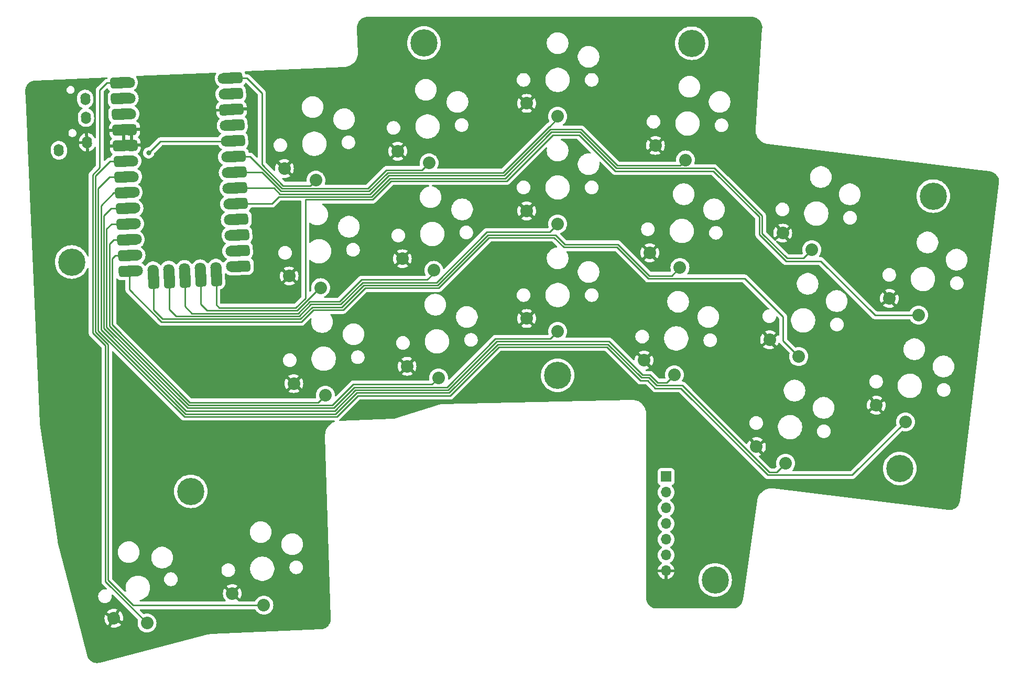
<source format=gtl>
G04 #@! TF.GenerationSoftware,KiCad,Pcbnew,8.0.5-dirty*
G04 #@! TF.CreationDate,2024-10-14T15:43:55+03:00*
G04 #@! TF.ProjectId,Kivipallur_right,4b697669-7061-46c6-9c75-725f72696768,1*
G04 #@! TF.SameCoordinates,Original*
G04 #@! TF.FileFunction,Copper,L1,Top*
G04 #@! TF.FilePolarity,Positive*
%FSLAX46Y46*%
G04 Gerber Fmt 4.6, Leading zero omitted, Abs format (unit mm)*
G04 Created by KiCad (PCBNEW 8.0.5-dirty) date 2024-10-14 15:43:55*
%MOMM*%
%LPD*%
G01*
G04 APERTURE LIST*
G04 Aperture macros list*
%AMRoundRect*
0 Rectangle with rounded corners*
0 $1 Rounding radius*
0 $2 $3 $4 $5 $6 $7 $8 $9 X,Y pos of 4 corners*
0 Add a 4 corners polygon primitive as box body*
4,1,4,$2,$3,$4,$5,$6,$7,$8,$9,$2,$3,0*
0 Add four circle primitives for the rounded corners*
1,1,$1+$1,$2,$3*
1,1,$1+$1,$4,$5*
1,1,$1+$1,$6,$7*
1,1,$1+$1,$8,$9*
0 Add four rect primitives between the rounded corners*
20,1,$1+$1,$2,$3,$4,$5,0*
20,1,$1+$1,$4,$5,$6,$7,0*
20,1,$1+$1,$6,$7,$8,$9,0*
20,1,$1+$1,$8,$9,$2,$3,0*%
%AMHorizOval*
0 Thick line with rounded ends*
0 $1 width*
0 $2 $3 position (X,Y) of the first rounded end (center of the circle)*
0 $4 $5 position (X,Y) of the second rounded end (center of the circle)*
0 Add line between two ends*
20,1,$1,$2,$3,$4,$5,0*
0 Add two circle primitives to create the rounded ends*
1,1,$1,$2,$3*
1,1,$1,$4,$5*%
G04 Aperture macros list end*
G04 #@! TA.AperFunction,ComponentPad*
%ADD10C,4.400000*%
G04 #@! TD*
G04 #@! TA.AperFunction,ComponentPad*
%ADD11C,2.032000*%
G04 #@! TD*
G04 #@! TA.AperFunction,ComponentPad*
%ADD12R,1.700000X1.700000*%
G04 #@! TD*
G04 #@! TA.AperFunction,ComponentPad*
%ADD13O,1.700000X1.700000*%
G04 #@! TD*
G04 #@! TA.AperFunction,SMDPad,CuDef*
%ADD14RoundRect,0.450000X-1.279134X-0.506277X1.318391X-0.392866X1.279134X0.506277X-1.318391X0.392866X0*%
G04 #@! TD*
G04 #@! TA.AperFunction,ComponentPad*
%ADD15C,1.800000*%
G04 #@! TD*
G04 #@! TA.AperFunction,ComponentPad*
%ADD16RoundRect,0.450000X-0.429943X-0.469200X0.469200X-0.429943X0.429943X0.469200X-0.469200X0.429943X0*%
G04 #@! TD*
G04 #@! TA.AperFunction,SMDPad,CuDef*
%ADD17RoundRect,0.450000X0.506277X-1.279134X0.392866X1.318391X-0.506277X1.279134X-0.392866X-1.318391X0*%
G04 #@! TD*
G04 #@! TA.AperFunction,SMDPad,CuDef*
%ADD18RoundRect,0.450000X1.279134X0.506277X-1.318391X0.392866X-1.279134X-0.506277X1.318391X-0.392866X0*%
G04 #@! TD*
G04 #@! TA.AperFunction,ComponentPad*
%ADD19HorizOval,1.600000X-0.008724X0.199810X0.008724X-0.199810X0*%
G04 #@! TD*
G04 #@! TA.AperFunction,ViaPad*
%ADD20C,0.800000*%
G04 #@! TD*
G04 #@! TA.AperFunction,Conductor*
%ADD21C,0.250000*%
G04 #@! TD*
G04 APERTURE END LIST*
D10*
X152571278Y-99283709D03*
D11*
X114274406Y-85095348D03*
X109187565Y-83215443D03*
X172332402Y-81811798D03*
X167449160Y-79452996D03*
X115033383Y-102478787D03*
X109946542Y-100598882D03*
X113515429Y-67711909D03*
X108428588Y-65832004D03*
X152571278Y-74783709D03*
X147571278Y-72683709D03*
D10*
X207833466Y-114352832D03*
D11*
X152571278Y-92183709D03*
X147571278Y-90083709D03*
X171421756Y-99187952D03*
X166538514Y-96829150D03*
X105105483Y-136444164D03*
X100018642Y-134564259D03*
X191520527Y-96229697D03*
X186813722Y-93536004D03*
X133328632Y-99678094D03*
X128241791Y-97798189D03*
X193641053Y-78959394D03*
X188934248Y-76265701D03*
X189400000Y-113500000D03*
X184693195Y-110806307D03*
X210880200Y-89539178D03*
X206173395Y-86845485D03*
D10*
X74055123Y-80945739D03*
X93291547Y-118041965D03*
D12*
X170083140Y-115655621D03*
D13*
X170083140Y-118195621D03*
X170083140Y-120735621D03*
X170083140Y-123275621D03*
X170083140Y-125815621D03*
X170083140Y-128355621D03*
X170083140Y-130895621D03*
D11*
X173243047Y-64435644D03*
X168359805Y-62076842D03*
X152571278Y-57383709D03*
X147571278Y-55283709D03*
D14*
X82162267Y-54513002D03*
D15*
X83461030Y-54456297D03*
D14*
X82273060Y-57050585D03*
D15*
X83571823Y-56993880D03*
D14*
X82383855Y-59588167D03*
D16*
X83682616Y-59531462D03*
D14*
X82494647Y-62125750D03*
D16*
X83793409Y-62069045D03*
D14*
X82605440Y-64663332D03*
D15*
X83904203Y-64606627D03*
D14*
X82716233Y-67200915D03*
D15*
X84014996Y-67144209D03*
D14*
X82827026Y-69738497D03*
D15*
X84125789Y-69681792D03*
D14*
X82937820Y-72276080D03*
D15*
X84236582Y-72219374D03*
D14*
X83048613Y-74813662D03*
D15*
X84347376Y-74756957D03*
D14*
X83159406Y-77351245D03*
D15*
X84458169Y-77294539D03*
D14*
X83270199Y-79888827D03*
D15*
X84568962Y-79832122D03*
D14*
X83380993Y-82426410D03*
D15*
X84679755Y-82369704D03*
X98686525Y-53791538D03*
D14*
X99985287Y-53734832D03*
D16*
X98797318Y-56329120D03*
D14*
X100096081Y-56272415D03*
D15*
X98908111Y-58866703D03*
D14*
X100206874Y-58809997D03*
D15*
X99018904Y-61404285D03*
D14*
X100317667Y-61347580D03*
D15*
X99129698Y-63941868D03*
D14*
X100428460Y-63885162D03*
D15*
X99240491Y-66479450D03*
D14*
X100539254Y-66422745D03*
D15*
X99351284Y-69017033D03*
D14*
X100650047Y-68960327D03*
D15*
X99462077Y-71554615D03*
D14*
X100760840Y-71497910D03*
D15*
X99572871Y-74092197D03*
D14*
X100871633Y-74035492D03*
D15*
X99683664Y-76629780D03*
D14*
X100982425Y-76573075D03*
D15*
X99794457Y-79167362D03*
D14*
X101093220Y-79110657D03*
D15*
X99905250Y-81704945D03*
D14*
X101204013Y-81648240D03*
D15*
X87217338Y-82258911D03*
D17*
X87274043Y-83557674D03*
D15*
X89754920Y-82148118D03*
D17*
X89811626Y-83446881D03*
D15*
X92292503Y-82037325D03*
D17*
X92349208Y-83336087D03*
D15*
X94830085Y-81926531D03*
D17*
X94886791Y-83225294D03*
D15*
X97367668Y-81815738D03*
D17*
X97424373Y-83114501D03*
D15*
X98575731Y-51253955D03*
D18*
X99874494Y-51197250D03*
D14*
X82051474Y-51975420D03*
D15*
X83350236Y-51918715D03*
D11*
X132569655Y-82294655D03*
X127482814Y-80414750D03*
D10*
X213244465Y-70283783D03*
D19*
X76376264Y-57582580D03*
X76245406Y-54585436D03*
X72003101Y-62878373D03*
X76550742Y-61578773D03*
D10*
X174232197Y-45561546D03*
X178017511Y-132353354D03*
X130964461Y-45529680D03*
D11*
X131810677Y-64911216D03*
X126723836Y-63031311D03*
X208759673Y-106809481D03*
X204052868Y-104115788D03*
X86240560Y-139340868D03*
X80874024Y-138559658D03*
D20*
X86500000Y-63300000D03*
X220800000Y-69300000D03*
X103300000Y-54900000D03*
X82400000Y-87400000D03*
X73300000Y-99500000D03*
X120800000Y-105500000D03*
X79800000Y-60900000D03*
X215100000Y-118800000D03*
X165800000Y-44900000D03*
X183900000Y-64200000D03*
X109100000Y-115100000D03*
X106200000Y-52000000D03*
X103300000Y-59900000D03*
X82400000Y-99800000D03*
D21*
X82089833Y-54585436D02*
X82162267Y-54513002D01*
X88395715Y-61404285D02*
X99018904Y-61404285D01*
X86500000Y-63300000D02*
X88395715Y-61404285D01*
X156027208Y-60395692D02*
X151777100Y-60395692D01*
X122656279Y-70852909D02*
X111800000Y-70852909D01*
X203839178Y-89539178D02*
X195100000Y-80800000D01*
X97424373Y-87874373D02*
X97424373Y-83114501D01*
X189463604Y-80800000D02*
X185150000Y-76486396D01*
X111800000Y-70852909D02*
X111800000Y-86800000D01*
X185150000Y-73650000D02*
X177726644Y-66226644D01*
X185150000Y-76486396D02*
X185150000Y-73650000D01*
X177726644Y-66226644D02*
X161858160Y-66226644D01*
X97900000Y-88350000D02*
X97424373Y-87874373D01*
X210880200Y-89539178D02*
X203839178Y-89539178D01*
X195100000Y-80800000D02*
X189463604Y-80800000D01*
X110250000Y-88350000D02*
X97900000Y-88350000D01*
X161858160Y-66226644D02*
X156027208Y-60395692D01*
X151777100Y-60395692D02*
X144322792Y-67850000D01*
X144322792Y-67850000D02*
X125659188Y-67850000D01*
X125659188Y-67850000D02*
X122656279Y-70852909D01*
X111800000Y-86800000D02*
X110250000Y-88350000D01*
X160527208Y-94700000D02*
X165915160Y-100087952D01*
X168350000Y-101350000D02*
X172450000Y-101350000D01*
X143086396Y-94700000D02*
X160527208Y-94700000D01*
X78350000Y-92059188D02*
X92240812Y-105950000D01*
X116886396Y-105950000D02*
X120286396Y-102550000D01*
X167087952Y-100087952D02*
X168350000Y-101350000D01*
X172450000Y-101350000D02*
X186500000Y-115400000D01*
X120286396Y-102550000D02*
X135236396Y-102550000D01*
X200169154Y-115400000D02*
X208759673Y-106809481D01*
X165915160Y-100087952D02*
X167087952Y-100087952D01*
X78350000Y-69050000D02*
X78350000Y-92059188D01*
X186500000Y-115400000D02*
X200169154Y-115400000D01*
X92240812Y-105950000D02*
X116886396Y-105950000D01*
X80199085Y-67200915D02*
X78350000Y-69050000D01*
X82716233Y-67200915D02*
X80199085Y-67200915D01*
X135236396Y-102550000D02*
X143086396Y-94700000D01*
X193641053Y-78959394D02*
X192250447Y-80350000D01*
X192250447Y-80350000D02*
X189650000Y-80350000D01*
X185600000Y-73463604D02*
X177913040Y-65776644D01*
X144136396Y-67400000D02*
X125472792Y-67400000D01*
X106402090Y-71497910D02*
X100760840Y-71497910D01*
X156213604Y-59945692D02*
X151590704Y-59945692D01*
X125472792Y-67400000D02*
X122469883Y-70402909D01*
X189650000Y-80350000D02*
X185600000Y-76300000D01*
X151590704Y-59945692D02*
X144136396Y-67400000D01*
X122469883Y-70402909D02*
X107497091Y-70402909D01*
X162044556Y-65776644D02*
X156213604Y-59945692D01*
X177913040Y-65776644D02*
X162044556Y-65776644D01*
X185600000Y-76300000D02*
X185600000Y-73463604D01*
X107497091Y-70402909D02*
X106402090Y-71497910D01*
X117900000Y-88700000D02*
X121450000Y-85150000D01*
X83380993Y-82426410D02*
X83380993Y-85417389D01*
X111200000Y-90600000D02*
X113100000Y-88700000D01*
X167200000Y-83600000D02*
X182800000Y-83600000D01*
X189000000Y-93709170D02*
X191520527Y-96229697D01*
X88563604Y-90600000D02*
X111200000Y-90600000D01*
X189000000Y-89800000D02*
X189000000Y-93709170D01*
X162146278Y-78546278D02*
X167200000Y-83600000D01*
X113100000Y-88700000D02*
X117900000Y-88700000D01*
X182800000Y-83600000D02*
X189000000Y-89800000D01*
X152000000Y-77000000D02*
X153546278Y-78546278D01*
X83380993Y-85417389D02*
X88563604Y-90600000D01*
X153546278Y-78546278D02*
X162146278Y-78546278D01*
X121450000Y-85150000D02*
X133350000Y-85150000D01*
X133350000Y-85150000D02*
X141500000Y-77000000D01*
X141500000Y-77000000D02*
X152000000Y-77000000D01*
X78800000Y-71800000D02*
X80861503Y-69738497D01*
X166101556Y-99637952D02*
X160713604Y-94250000D01*
X160713604Y-94250000D02*
X142900000Y-94250000D01*
X80861503Y-69738497D02*
X82827026Y-69738497D01*
X168536396Y-100900000D02*
X167274348Y-99637952D01*
X189400000Y-113500000D02*
X187950000Y-114950000D01*
X120100000Y-102100000D02*
X116700000Y-105500000D01*
X187950000Y-114950000D02*
X186750000Y-114950000D01*
X116700000Y-105500000D02*
X92427208Y-105500000D01*
X135050000Y-102100000D02*
X120100000Y-102100000D01*
X167274348Y-99637952D02*
X166101556Y-99637952D01*
X186750000Y-114950000D02*
X172700000Y-100900000D01*
X172700000Y-100900000D02*
X168536396Y-100900000D01*
X92427208Y-105500000D02*
X78800000Y-91872792D01*
X142900000Y-94250000D02*
X135050000Y-102100000D01*
X78800000Y-91872792D02*
X78800000Y-71800000D01*
X106732348Y-69005140D02*
X100694860Y-69005140D01*
X172352047Y-65326644D02*
X162230952Y-65326644D01*
X151404308Y-59495692D02*
X143950000Y-66950000D01*
X122283487Y-69952909D02*
X107680117Y-69952909D01*
X143950000Y-66950000D02*
X125286396Y-66950000D01*
X100694860Y-69005140D02*
X100650047Y-68960327D01*
X107680117Y-69952909D02*
X106732348Y-69005140D01*
X156400000Y-59495692D02*
X151404308Y-59495692D01*
X162230952Y-65326644D02*
X156400000Y-59495692D01*
X173243047Y-64435644D02*
X172352047Y-65326644D01*
X125286396Y-66950000D02*
X122283487Y-69952909D01*
X111013604Y-90150000D02*
X88750000Y-90150000D01*
X172332402Y-81811798D02*
X170994200Y-83150000D01*
X170994200Y-83150000D02*
X167386396Y-83150000D01*
X133163604Y-84700000D02*
X121263604Y-84700000D01*
X141313604Y-76550000D02*
X133163604Y-84700000D01*
X152186396Y-76550000D02*
X141313604Y-76550000D01*
X87274043Y-88674043D02*
X87274043Y-83557674D01*
X117713604Y-88250000D02*
X112913604Y-88250000D01*
X112913604Y-88250000D02*
X111013604Y-90150000D01*
X88750000Y-90150000D02*
X87274043Y-88674043D01*
X153732674Y-78096278D02*
X152186396Y-76550000D01*
X162332674Y-78096278D02*
X153732674Y-78096278D01*
X121263604Y-84700000D02*
X117713604Y-88250000D01*
X167386396Y-83150000D02*
X162332674Y-78096278D01*
X79250000Y-73450000D02*
X79250000Y-91686396D01*
X170159708Y-100450000D02*
X171421756Y-99187952D01*
X119913604Y-101650000D02*
X134863604Y-101650000D01*
X79250000Y-91686396D02*
X92563604Y-105000000D01*
X142713604Y-93800000D02*
X160900000Y-93800000D01*
X92563604Y-105000000D02*
X116563604Y-105000000D01*
X134863604Y-101650000D02*
X142713604Y-93800000D01*
X168722792Y-100450000D02*
X170159708Y-100450000D01*
X80423920Y-72276080D02*
X79250000Y-73450000D01*
X166287952Y-99187952D02*
X167460744Y-99187952D01*
X116563604Y-105000000D02*
X119913604Y-101650000D01*
X82937820Y-72276080D02*
X80423920Y-72276080D01*
X167460744Y-99187952D02*
X168722792Y-100450000D01*
X160900000Y-93800000D02*
X166287952Y-99187952D01*
X107866513Y-69502909D02*
X104786349Y-66422745D01*
X143763604Y-66500000D02*
X125100000Y-66500000D01*
X125100000Y-66500000D02*
X122097091Y-69502909D01*
X152571278Y-57728722D02*
X151254308Y-59045692D01*
X151254308Y-59045692D02*
X151217912Y-59045692D01*
X152571278Y-57383709D02*
X152571278Y-57728722D01*
X122097091Y-69502909D02*
X107866513Y-69502909D01*
X104786349Y-66422745D02*
X100539254Y-66422745D01*
X151217912Y-59045692D02*
X143763604Y-66500000D01*
X110827208Y-89700000D02*
X112727208Y-87800000D01*
X112727208Y-87800000D02*
X117527208Y-87800000D01*
X141127208Y-76100000D02*
X151254987Y-76100000D01*
X132977208Y-84250000D02*
X141127208Y-76100000D01*
X89811626Y-83446881D02*
X89811626Y-88611626D01*
X117527208Y-87800000D02*
X121077208Y-84250000D01*
X151254987Y-76100000D02*
X152571278Y-74783709D01*
X121077208Y-84250000D02*
X132977208Y-84250000D01*
X89811626Y-88611626D02*
X90900000Y-89700000D01*
X90900000Y-89700000D02*
X110827208Y-89700000D01*
X116377208Y-104550000D02*
X119727208Y-101200000D01*
X119727208Y-101200000D02*
X134677208Y-101200000D01*
X80486338Y-74813662D02*
X79700000Y-75600000D01*
X79700000Y-91500000D02*
X92750000Y-104550000D01*
X134677208Y-101200000D02*
X142527208Y-93350000D01*
X142527208Y-93350000D02*
X151404987Y-93350000D01*
X151404987Y-93350000D02*
X152571278Y-92183709D01*
X83048613Y-74813662D02*
X80486338Y-74813662D01*
X79700000Y-75600000D02*
X79700000Y-91500000D01*
X92750000Y-104550000D02*
X116377208Y-104550000D01*
X124913604Y-66050000D02*
X121910695Y-69052909D01*
X102885162Y-63885162D02*
X100428460Y-63885162D01*
X108052909Y-69052909D02*
X102885162Y-63885162D01*
X121910695Y-69052909D02*
X108052909Y-69052909D01*
X131810677Y-64911216D02*
X130671893Y-66050000D01*
X130671893Y-66050000D02*
X124913604Y-66050000D01*
X93486396Y-89250000D02*
X110640812Y-89250000D01*
X110640812Y-89250000D02*
X112540812Y-87350000D01*
X132569655Y-82730345D02*
X132569655Y-82294655D01*
X117340812Y-87350000D02*
X120890812Y-83800000D01*
X92349208Y-83336087D02*
X92349208Y-88112812D01*
X120890812Y-83800000D02*
X131500000Y-83800000D01*
X92349208Y-88112812D02*
X93486396Y-89250000D01*
X131500000Y-83800000D02*
X132569655Y-82730345D01*
X112540812Y-87350000D02*
X117340812Y-87350000D01*
X80150000Y-78050000D02*
X80150000Y-91286396D01*
X116190812Y-104100000D02*
X119540812Y-100750000D01*
X92963604Y-104100000D02*
X116190812Y-104100000D01*
X80848755Y-77351245D02*
X80150000Y-78050000D01*
X80150000Y-91286396D02*
X92963604Y-104100000D01*
X83159406Y-77351245D02*
X80848755Y-77351245D01*
X119540812Y-100750000D02*
X132256726Y-100750000D01*
X132256726Y-100750000D02*
X133328632Y-99678094D01*
X113515429Y-67711909D02*
X112624429Y-68602909D01*
X104800000Y-53600000D02*
X102397250Y-51197250D01*
X112624429Y-68602909D02*
X108239305Y-68602909D01*
X102397250Y-51197250D02*
X99874494Y-51197250D01*
X108239305Y-68602909D02*
X104800000Y-65163604D01*
X104800000Y-65163604D02*
X104800000Y-53600000D01*
X114159068Y-85095348D02*
X110454416Y-88800000D01*
X94886791Y-87750395D02*
X94886791Y-83225294D01*
X114274406Y-85095348D02*
X114159068Y-85095348D01*
X95936396Y-88800000D02*
X94886791Y-87750395D01*
X110454416Y-88800000D02*
X95936396Y-88800000D01*
X81111173Y-79888827D02*
X83270199Y-79888827D01*
X113862170Y-103650000D02*
X93150000Y-103650000D01*
X80600000Y-80400000D02*
X81111173Y-79888827D01*
X115033383Y-102478787D02*
X113862170Y-103650000D01*
X93150000Y-103650000D02*
X80600000Y-91100000D01*
X80600000Y-91100000D02*
X80600000Y-80400000D01*
X79724580Y-51975420D02*
X78600000Y-53100000D01*
X79500000Y-94481980D02*
X79500000Y-132600308D01*
X77450000Y-66813604D02*
X77450000Y-92431980D01*
X78600000Y-65663604D02*
X77450000Y-66813604D01*
X82051474Y-51975420D02*
X79724580Y-51975420D01*
X77450000Y-92431980D02*
X79500000Y-94481980D01*
X79500000Y-132600308D02*
X86240560Y-139340868D01*
X78600000Y-53100000D02*
X78600000Y-65663604D01*
X79950000Y-132413912D02*
X79950000Y-94295584D01*
X80236668Y-64663332D02*
X82605440Y-64663332D01*
X79950000Y-94295584D02*
X77900000Y-92245584D01*
X77900000Y-92245584D02*
X77900000Y-67000000D01*
X77900000Y-67000000D02*
X80236668Y-64663332D01*
X105105483Y-136444164D02*
X83980252Y-136444164D01*
X83980252Y-136444164D02*
X79950000Y-132413912D01*
G04 #@! TA.AperFunction,Conductor*
G36*
X79781768Y-51087711D02*
G01*
X79829783Y-51138469D01*
X79842734Y-51207127D01*
X79831653Y-51247410D01*
X79820977Y-51270223D01*
X79818388Y-51269011D01*
X79784753Y-51315762D01*
X79719763Y-51341414D01*
X79708577Y-51341920D01*
X79662181Y-51341920D01*
X79539802Y-51366263D01*
X79539794Y-51366265D01*
X79424507Y-51414018D01*
X79424498Y-51414023D01*
X79320747Y-51483348D01*
X79320743Y-51483351D01*
X78451708Y-52352388D01*
X78196167Y-52607929D01*
X78169062Y-52635034D01*
X78107927Y-52696168D01*
X78038603Y-52799918D01*
X78038598Y-52799927D01*
X77990845Y-52915214D01*
X77990843Y-52915222D01*
X77966500Y-53037601D01*
X77966500Y-60791098D01*
X77946815Y-60858137D01*
X77894011Y-60903892D01*
X77824853Y-60913836D01*
X77761297Y-60884811D01*
X77726354Y-60834527D01*
X77723862Y-60827863D01*
X77723859Y-60827856D01*
X77623104Y-60649771D01*
X77623096Y-60649760D01*
X77495720Y-60489625D01*
X77495717Y-60489622D01*
X77344856Y-60351383D01*
X77344849Y-60351378D01*
X77174217Y-60238440D01*
X77174215Y-60238439D01*
X76988024Y-60153586D01*
X76790838Y-60098901D01*
X76736095Y-60092664D01*
X76775410Y-60993137D01*
X76697255Y-60952453D01*
X76581577Y-60926807D01*
X76463201Y-60931976D01*
X76350198Y-60967606D01*
X76275885Y-61014947D01*
X76236570Y-60114474D01*
X76236570Y-60114473D01*
X76182583Y-60125458D01*
X75990917Y-60197118D01*
X75990911Y-60197121D01*
X75812826Y-60297876D01*
X75812815Y-60297884D01*
X75652680Y-60425260D01*
X75652677Y-60425263D01*
X75514438Y-60576124D01*
X75514433Y-60576131D01*
X75401495Y-60746763D01*
X75401494Y-60746765D01*
X75316641Y-60932956D01*
X75261957Y-61130139D01*
X75261956Y-61130144D01*
X75238793Y-61333454D01*
X75241074Y-61385714D01*
X76090265Y-61348638D01*
X76112075Y-61848162D01*
X75262884Y-61885238D01*
X75265166Y-61937502D01*
X75265167Y-61937508D01*
X75305963Y-62138025D01*
X75305964Y-62138029D01*
X75377621Y-62329684D01*
X75377624Y-62329690D01*
X75478379Y-62507774D01*
X75478387Y-62507785D01*
X75605763Y-62667920D01*
X75605766Y-62667923D01*
X75756627Y-62806162D01*
X75756634Y-62806167D01*
X75927266Y-62919105D01*
X75927268Y-62919106D01*
X76113459Y-63003959D01*
X76310651Y-63058645D01*
X76310656Y-63058646D01*
X76365387Y-63064881D01*
X76365387Y-63064880D01*
X76326072Y-62164408D01*
X76404229Y-62205094D01*
X76519907Y-62230739D01*
X76638283Y-62225571D01*
X76751286Y-62189941D01*
X76825596Y-62142599D01*
X76864911Y-63043072D01*
X76918901Y-63032088D01*
X77110569Y-62960425D01*
X77110572Y-62960423D01*
X77288659Y-62859668D01*
X77288672Y-62859659D01*
X77448801Y-62732286D01*
X77448812Y-62732276D01*
X77587045Y-62581421D01*
X77587050Y-62581414D01*
X77699987Y-62410785D01*
X77729664Y-62345665D01*
X77775377Y-62292824D01*
X77842401Y-62273086D01*
X77909456Y-62292717D01*
X77955253Y-62345484D01*
X77966500Y-62397086D01*
X77966500Y-65349837D01*
X77946815Y-65416876D01*
X77930181Y-65437518D01*
X77487766Y-65879934D01*
X77046167Y-66321533D01*
X77018334Y-66349366D01*
X76957927Y-66409772D01*
X76888603Y-66513522D01*
X76888598Y-66513531D01*
X76840845Y-66628818D01*
X76840843Y-66628826D01*
X76816500Y-66751205D01*
X76816500Y-79904161D01*
X76796815Y-79971200D01*
X76744011Y-80016955D01*
X76674853Y-80026899D01*
X76611297Y-79997874D01*
X76579424Y-79955052D01*
X76457765Y-79684735D01*
X76288249Y-79404323D01*
X76143033Y-79218968D01*
X76086167Y-79146384D01*
X75854477Y-78914694D01*
X75596538Y-78712612D01*
X75316127Y-78543097D01*
X75256464Y-78516245D01*
X75017326Y-78408618D01*
X75017319Y-78408615D01*
X75017307Y-78408611D01*
X74704502Y-78311138D01*
X74704498Y-78311137D01*
X74704494Y-78311136D01*
X74382193Y-78252072D01*
X74382192Y-78252071D01*
X74382187Y-78252071D01*
X74055123Y-78232288D01*
X73728058Y-78252071D01*
X73728053Y-78252072D01*
X73405752Y-78311136D01*
X73405749Y-78311136D01*
X73405743Y-78311138D01*
X73092938Y-78408611D01*
X73092922Y-78408617D01*
X73092920Y-78408618D01*
X72999442Y-78450689D01*
X72794118Y-78543097D01*
X72513707Y-78712612D01*
X72255768Y-78914694D01*
X72024078Y-79146384D01*
X71821996Y-79404323D01*
X71652481Y-79684734D01*
X71518001Y-79983539D01*
X71517995Y-79983554D01*
X71420522Y-80296359D01*
X71420520Y-80296365D01*
X71420520Y-80296368D01*
X71379272Y-80521451D01*
X71361455Y-80618674D01*
X71341672Y-80945739D01*
X71361455Y-81272803D01*
X71361455Y-81272808D01*
X71361456Y-81272809D01*
X71420520Y-81595110D01*
X71420521Y-81595114D01*
X71420522Y-81595118D01*
X71517995Y-81907923D01*
X71517999Y-81907935D01*
X71518002Y-81907942D01*
X71624152Y-82143799D01*
X71652481Y-82206743D01*
X71821996Y-82487154D01*
X72024078Y-82745093D01*
X72255768Y-82976783D01*
X72423164Y-83107929D01*
X72513707Y-83178865D01*
X72794119Y-83348381D01*
X73092920Y-83482860D01*
X73092933Y-83482864D01*
X73092938Y-83482866D01*
X73301474Y-83547848D01*
X73405752Y-83580342D01*
X73728053Y-83639406D01*
X74055123Y-83659190D01*
X74382193Y-83639406D01*
X74704494Y-83580342D01*
X75017326Y-83482860D01*
X75316127Y-83348381D01*
X75596539Y-83178865D01*
X75854474Y-82976786D01*
X76086170Y-82745090D01*
X76288249Y-82487155D01*
X76457765Y-82206743D01*
X76579425Y-81936422D01*
X76624888Y-81883371D01*
X76691819Y-81863318D01*
X76758965Y-81882634D01*
X76805010Y-81935185D01*
X76816500Y-81987316D01*
X76816500Y-92494378D01*
X76840843Y-92616757D01*
X76840845Y-92616765D01*
X76888598Y-92732052D01*
X76888603Y-92732061D01*
X76957928Y-92835812D01*
X76957931Y-92835816D01*
X78830181Y-94708065D01*
X78863666Y-94769388D01*
X78866500Y-94795746D01*
X78866500Y-132662706D01*
X78890843Y-132785085D01*
X78890845Y-132785093D01*
X78938598Y-132900380D01*
X78938603Y-132900389D01*
X79007928Y-133004140D01*
X79007931Y-133004144D01*
X79710512Y-133706725D01*
X79743997Y-133768048D01*
X79739013Y-133837740D01*
X79697141Y-133893673D01*
X79631677Y-133918090D01*
X79603433Y-133916879D01*
X79525193Y-133904487D01*
X79525188Y-133904487D01*
X79351824Y-133904487D01*
X79351819Y-133904487D01*
X79180592Y-133931607D01*
X79015717Y-133985177D01*
X79015714Y-133985178D01*
X78861245Y-134063885D01*
X78781225Y-134122023D01*
X78720992Y-134165786D01*
X78720990Y-134165788D01*
X78720989Y-134165788D01*
X78598407Y-134288370D01*
X78598407Y-134288371D01*
X78598405Y-134288373D01*
X78570795Y-134326375D01*
X78496504Y-134428626D01*
X78417797Y-134583095D01*
X78417796Y-134583098D01*
X78364226Y-134747973D01*
X78337106Y-134919199D01*
X78337106Y-135092574D01*
X78364226Y-135263800D01*
X78417796Y-135428675D01*
X78417797Y-135428678D01*
X78484799Y-135560174D01*
X78496504Y-135583147D01*
X78598405Y-135723401D01*
X78720992Y-135845988D01*
X78861246Y-135947889D01*
X78937008Y-135986491D01*
X79015714Y-136026595D01*
X79015717Y-136026596D01*
X79098154Y-136053381D01*
X79180594Y-136080167D01*
X79259897Y-136092727D01*
X79351819Y-136107287D01*
X79351824Y-136107287D01*
X79525193Y-136107287D01*
X79608201Y-136094139D01*
X79696418Y-136080167D01*
X79861297Y-136026595D01*
X80015766Y-135947889D01*
X80156020Y-135845988D01*
X80278607Y-135723401D01*
X80380508Y-135583147D01*
X80459214Y-135428678D01*
X80512786Y-135263799D01*
X80537251Y-135109333D01*
X80539906Y-135092574D01*
X80539906Y-134919200D01*
X80527513Y-134840960D01*
X80536467Y-134771667D01*
X80581463Y-134718214D01*
X80648214Y-134697574D01*
X80715528Y-134716298D01*
X80737667Y-134733880D01*
X84753719Y-138749931D01*
X84787204Y-138811254D01*
X84786612Y-138866559D01*
X84730172Y-139101648D01*
X84711346Y-139340868D01*
X84730172Y-139580087D01*
X84786190Y-139813421D01*
X84786190Y-139813422D01*
X84878017Y-140035113D01*
X84878019Y-140035116D01*
X85003397Y-140239714D01*
X85003401Y-140239719D01*
X85020546Y-140259793D01*
X85159242Y-140422186D01*
X85276041Y-140521941D01*
X85341708Y-140578026D01*
X85341713Y-140578030D01*
X85546311Y-140703408D01*
X85546314Y-140703410D01*
X85768006Y-140795237D01*
X85826339Y-140809241D01*
X86001338Y-140851255D01*
X86240560Y-140870082D01*
X86479782Y-140851255D01*
X86713113Y-140795237D01*
X86713114Y-140795237D01*
X86934805Y-140703410D01*
X86934806Y-140703409D01*
X86934809Y-140703408D01*
X87139409Y-140578028D01*
X87321878Y-140422186D01*
X87477720Y-140239717D01*
X87603100Y-140035117D01*
X87603102Y-140035113D01*
X87694929Y-139813422D01*
X87694929Y-139813421D01*
X87737778Y-139634941D01*
X87750947Y-139580090D01*
X87769774Y-139340868D01*
X87750947Y-139101646D01*
X87694929Y-138868315D01*
X87694929Y-138868314D01*
X87694929Y-138868313D01*
X87603102Y-138646622D01*
X87603100Y-138646619D01*
X87477722Y-138442021D01*
X87477718Y-138442016D01*
X87419998Y-138374435D01*
X87321878Y-138259550D01*
X87222121Y-138174350D01*
X87139411Y-138103709D01*
X87139406Y-138103705D01*
X86934808Y-137978327D01*
X86934805Y-137978325D01*
X86713113Y-137886498D01*
X86479778Y-137830480D01*
X86479779Y-137830480D01*
X86240560Y-137811654D01*
X86001340Y-137830480D01*
X85766251Y-137886920D01*
X85696469Y-137883429D01*
X85649623Y-137854027D01*
X85084941Y-137289345D01*
X85051456Y-137228022D01*
X85056440Y-137158330D01*
X85098312Y-137102397D01*
X85163776Y-137077980D01*
X85172622Y-137077664D01*
X103636272Y-137077664D01*
X103703311Y-137097349D01*
X103741999Y-137136874D01*
X103868320Y-137343010D01*
X103868324Y-137343015D01*
X103909169Y-137390838D01*
X104024165Y-137525482D01*
X104092932Y-137584214D01*
X104206631Y-137681322D01*
X104206636Y-137681326D01*
X104411234Y-137806704D01*
X104411237Y-137806706D01*
X104632929Y-137898533D01*
X104687612Y-137911661D01*
X104866261Y-137954551D01*
X105105483Y-137973378D01*
X105344705Y-137954551D01*
X105578036Y-137898533D01*
X105578037Y-137898533D01*
X105799728Y-137806706D01*
X105799729Y-137806705D01*
X105799732Y-137806704D01*
X106004332Y-137681324D01*
X106186801Y-137525482D01*
X106342643Y-137343013D01*
X106350990Y-137329393D01*
X106427393Y-137204714D01*
X106468023Y-137138413D01*
X106468025Y-137138409D01*
X106559852Y-136916718D01*
X106559852Y-136916717D01*
X106605147Y-136728049D01*
X106615870Y-136683386D01*
X106634697Y-136444164D01*
X106615870Y-136204942D01*
X106566070Y-135997510D01*
X106559852Y-135971610D01*
X106559852Y-135971609D01*
X106468025Y-135749918D01*
X106468023Y-135749915D01*
X106342645Y-135545317D01*
X106342641Y-135545312D01*
X106243026Y-135428678D01*
X106186801Y-135362846D01*
X106060099Y-135254633D01*
X106004334Y-135207005D01*
X106004329Y-135207001D01*
X105799731Y-135081623D01*
X105799728Y-135081621D01*
X105578036Y-134989794D01*
X105344701Y-134933776D01*
X105344702Y-134933776D01*
X105105483Y-134914950D01*
X104866263Y-134933776D01*
X104632929Y-134989794D01*
X104632928Y-134989794D01*
X104411237Y-135081621D01*
X104411234Y-135081623D01*
X104206636Y-135207001D01*
X104206631Y-135207005D01*
X104024165Y-135362846D01*
X103868324Y-135545312D01*
X103868320Y-135545317D01*
X103741999Y-135751454D01*
X103690187Y-135798329D01*
X103636272Y-135810664D01*
X101057030Y-135810664D01*
X100989991Y-135790979D01*
X100973257Y-135778086D01*
X100280364Y-135143168D01*
X100319427Y-135126988D01*
X100423431Y-135057495D01*
X100511878Y-134969048D01*
X100581371Y-134865044D01*
X100618669Y-134774998D01*
X101290342Y-135390473D01*
X101373586Y-135254633D01*
X101464899Y-135034184D01*
X101520608Y-134802142D01*
X101539329Y-134564259D01*
X101520608Y-134326375D01*
X101464899Y-134094333D01*
X101373585Y-133873880D01*
X101248906Y-133670423D01*
X101248902Y-133670418D01*
X101214109Y-133629680D01*
X101214108Y-133629680D01*
X100597550Y-134302534D01*
X100581371Y-134263474D01*
X100511878Y-134159470D01*
X100423431Y-134071023D01*
X100319427Y-134001530D01*
X100229380Y-133964230D01*
X100844856Y-133292557D01*
X100844855Y-133292556D01*
X100709020Y-133209315D01*
X100488566Y-133118001D01*
X100488569Y-133118001D01*
X100256525Y-133062292D01*
X100018642Y-133043571D01*
X99780758Y-133062292D01*
X99548716Y-133118001D01*
X99328263Y-133209315D01*
X99124812Y-133333991D01*
X99124803Y-133333997D01*
X99084063Y-133368791D01*
X99756919Y-133985349D01*
X99717857Y-134001530D01*
X99613853Y-134071023D01*
X99525406Y-134159470D01*
X99455913Y-134263474D01*
X99418614Y-134353519D01*
X98746940Y-133738043D01*
X98746939Y-133738044D01*
X98663698Y-133873880D01*
X98572384Y-134094333D01*
X98516675Y-134326375D01*
X98497954Y-134564259D01*
X98516675Y-134802142D01*
X98572384Y-135034184D01*
X98663698Y-135254637D01*
X98788377Y-135458094D01*
X98788386Y-135458106D01*
X98914813Y-135606133D01*
X98943384Y-135669894D01*
X98932947Y-135738980D01*
X98886816Y-135791455D01*
X98820523Y-135810664D01*
X85136713Y-135810664D01*
X85069674Y-135790979D01*
X85023919Y-135738175D01*
X85013975Y-135669017D01*
X85043000Y-135605461D01*
X85101778Y-135567687D01*
X85120524Y-135563725D01*
X85147493Y-135560175D01*
X85396302Y-135493507D01*
X85634280Y-135394933D01*
X85857356Y-135266140D01*
X86061712Y-135109332D01*
X86243853Y-134927191D01*
X86400661Y-134722835D01*
X86529454Y-134499759D01*
X86628028Y-134261781D01*
X86694696Y-134012972D01*
X86728318Y-133757590D01*
X86728318Y-133500004D01*
X86694696Y-133244622D01*
X86628028Y-132995813D01*
X86540745Y-132785093D01*
X86529458Y-132757844D01*
X86529450Y-132757827D01*
X86400665Y-132534766D01*
X86400661Y-132534759D01*
X86243853Y-132330403D01*
X86243848Y-132330397D01*
X86078470Y-132165019D01*
X88986730Y-132165019D01*
X88986730Y-132338394D01*
X89013850Y-132509620D01*
X89067420Y-132674495D01*
X89067421Y-132674498D01*
X89109880Y-132757827D01*
X89146128Y-132828967D01*
X89248029Y-132969221D01*
X89370616Y-133091808D01*
X89510870Y-133193709D01*
X89586632Y-133232311D01*
X89665338Y-133272415D01*
X89665341Y-133272416D01*
X89727327Y-133292556D01*
X89830218Y-133325987D01*
X89909521Y-133338547D01*
X90001443Y-133353107D01*
X90001448Y-133353107D01*
X90174817Y-133353107D01*
X90257825Y-133339959D01*
X90346042Y-133325987D01*
X90510921Y-133272415D01*
X90665390Y-133193709D01*
X90805644Y-133091808D01*
X90928231Y-132969221D01*
X91030132Y-132828967D01*
X91108838Y-132674498D01*
X91162410Y-132509619D01*
X91187160Y-132353354D01*
X91189530Y-132338394D01*
X91189530Y-132165019D01*
X91168193Y-132030309D01*
X91162410Y-131993795D01*
X91129038Y-131891086D01*
X91108839Y-131828918D01*
X91108838Y-131828915D01*
X91045181Y-131703983D01*
X91030132Y-131674447D01*
X90928231Y-131534193D01*
X90805644Y-131411606D01*
X90665390Y-131309705D01*
X90637943Y-131295720D01*
X90510921Y-131230998D01*
X90510918Y-131230997D01*
X90346043Y-131177427D01*
X90174817Y-131150307D01*
X90174812Y-131150307D01*
X90001448Y-131150307D01*
X90001443Y-131150307D01*
X89830216Y-131177427D01*
X89665341Y-131230997D01*
X89665338Y-131230998D01*
X89510869Y-131309705D01*
X89442874Y-131359107D01*
X89370616Y-131411606D01*
X89370614Y-131411608D01*
X89370613Y-131411608D01*
X89248031Y-131534190D01*
X89248031Y-131534191D01*
X89248029Y-131534193D01*
X89204266Y-131594426D01*
X89146128Y-131674446D01*
X89067421Y-131828915D01*
X89067420Y-131828918D01*
X89013850Y-131993793D01*
X88986730Y-132165019D01*
X86078470Y-132165019D01*
X86061717Y-132148266D01*
X86061710Y-132148260D01*
X85857364Y-131991460D01*
X85857362Y-131991458D01*
X85857356Y-131991454D01*
X85857351Y-131991451D01*
X85857348Y-131991449D01*
X85634287Y-131862664D01*
X85634270Y-131862656D01*
X85396300Y-131764086D01*
X85171990Y-131703983D01*
X85147493Y-131697419D01*
X85115570Y-131693216D01*
X84892118Y-131663797D01*
X84892111Y-131663797D01*
X84634525Y-131663797D01*
X84634517Y-131663797D01*
X84379143Y-131697419D01*
X84130335Y-131764086D01*
X83892365Y-131862656D01*
X83892348Y-131862664D01*
X83669287Y-131991449D01*
X83669271Y-131991460D01*
X83464925Y-132148260D01*
X83464918Y-132148266D01*
X83282787Y-132330397D01*
X83282781Y-132330404D01*
X83125981Y-132534750D01*
X83125970Y-132534766D01*
X82997185Y-132757827D01*
X82997177Y-132757844D01*
X82898607Y-132995814D01*
X82831940Y-133244622D01*
X82798318Y-133499996D01*
X82798318Y-133757597D01*
X82831940Y-134012971D01*
X82853808Y-134094586D01*
X82852145Y-134164436D01*
X82812982Y-134222299D01*
X82748753Y-134249802D01*
X82679851Y-134238215D01*
X82646352Y-134214360D01*
X80619819Y-132187827D01*
X80586334Y-132126504D01*
X80583500Y-132100146D01*
X80583500Y-130702998D01*
X98251964Y-130702998D01*
X98251964Y-130876373D01*
X98279084Y-131047599D01*
X98332654Y-131212474D01*
X98332655Y-131212477D01*
X98392833Y-131330581D01*
X98411362Y-131366946D01*
X98513263Y-131507200D01*
X98635850Y-131629787D01*
X98776104Y-131731688D01*
X98839689Y-131764086D01*
X98930572Y-131810394D01*
X98930575Y-131810395D01*
X98987575Y-131828915D01*
X99095452Y-131863966D01*
X99174755Y-131876526D01*
X99266677Y-131891086D01*
X99266682Y-131891086D01*
X99440051Y-131891086D01*
X99523059Y-131877938D01*
X99611276Y-131863966D01*
X99776155Y-131810394D01*
X99930624Y-131731688D01*
X100070878Y-131629787D01*
X100193465Y-131507200D01*
X100295366Y-131366946D01*
X100374072Y-131212477D01*
X100427644Y-131047598D01*
X100441616Y-130959381D01*
X100454764Y-130876373D01*
X100454764Y-130702998D01*
X100438986Y-130603388D01*
X100427644Y-130531774D01*
X100391647Y-130420986D01*
X100391644Y-130420978D01*
X102883129Y-130420978D01*
X102883129Y-130678579D01*
X102916751Y-130933953D01*
X102983418Y-131182761D01*
X103081988Y-131420731D01*
X103081996Y-131420748D01*
X103210781Y-131643809D01*
X103210792Y-131643825D01*
X103367592Y-131848171D01*
X103367598Y-131848178D01*
X103549729Y-132030309D01*
X103549736Y-132030315D01*
X103640742Y-132100146D01*
X103754091Y-132187122D01*
X103754098Y-132187126D01*
X103977159Y-132315911D01*
X103977164Y-132315913D01*
X103977167Y-132315915D01*
X103977171Y-132315916D01*
X103977176Y-132315919D01*
X104012144Y-132330403D01*
X104215145Y-132414489D01*
X104463954Y-132481157D01*
X104719336Y-132514779D01*
X104719343Y-132514779D01*
X104976915Y-132514779D01*
X104976922Y-132514779D01*
X105232304Y-132481157D01*
X105481113Y-132414489D01*
X105719091Y-132315915D01*
X105942167Y-132187122D01*
X106146523Y-132030314D01*
X106328664Y-131848173D01*
X106485472Y-131643817D01*
X106614265Y-131420741D01*
X106712839Y-131182763D01*
X106779507Y-130933954D01*
X106813129Y-130678572D01*
X106813129Y-130420986D01*
X106787088Y-130223184D01*
X109241494Y-130223184D01*
X109241494Y-130396559D01*
X109268614Y-130567785D01*
X109322184Y-130732660D01*
X109322185Y-130732663D01*
X109371677Y-130829795D01*
X109400892Y-130887132D01*
X109502793Y-131027386D01*
X109625380Y-131149973D01*
X109765634Y-131251874D01*
X109841396Y-131290476D01*
X109920102Y-131330580D01*
X109920105Y-131330581D01*
X110002542Y-131357366D01*
X110084982Y-131384152D01*
X110157395Y-131395621D01*
X110256207Y-131411272D01*
X110256212Y-131411272D01*
X110429581Y-131411272D01*
X110512589Y-131398124D01*
X110600806Y-131384152D01*
X110765685Y-131330580D01*
X110920154Y-131251874D01*
X111060408Y-131149973D01*
X111182995Y-131027386D01*
X111284896Y-130887132D01*
X111363602Y-130732663D01*
X111417174Y-130567784D01*
X111439045Y-130429696D01*
X111444294Y-130396559D01*
X111444294Y-130223184D01*
X111428516Y-130123574D01*
X111417174Y-130051960D01*
X111363602Y-129887081D01*
X111363602Y-129887080D01*
X111284895Y-129732611D01*
X111276430Y-129720960D01*
X111182995Y-129592358D01*
X111060408Y-129469771D01*
X110920154Y-129367870D01*
X110765685Y-129289163D01*
X110765682Y-129289162D01*
X110600807Y-129235592D01*
X110429581Y-129208472D01*
X110429576Y-129208472D01*
X110256212Y-129208472D01*
X110256207Y-129208472D01*
X110084980Y-129235592D01*
X109920105Y-129289162D01*
X109920102Y-129289163D01*
X109765633Y-129367870D01*
X109685613Y-129426008D01*
X109625380Y-129469771D01*
X109625378Y-129469773D01*
X109625377Y-129469773D01*
X109502795Y-129592355D01*
X109502795Y-129592356D01*
X109502793Y-129592358D01*
X109492314Y-129606781D01*
X109400892Y-129732611D01*
X109322185Y-129887080D01*
X109322184Y-129887083D01*
X109268614Y-130051958D01*
X109241494Y-130223184D01*
X106787088Y-130223184D01*
X106779507Y-130165604D01*
X106712839Y-129916795D01*
X106629421Y-129715406D01*
X106614269Y-129678826D01*
X106614261Y-129678809D01*
X106485476Y-129455748D01*
X106485472Y-129455741D01*
X106386629Y-129326926D01*
X106328665Y-129251386D01*
X106328659Y-129251379D01*
X106146528Y-129069248D01*
X106146521Y-129069242D01*
X105942175Y-128912442D01*
X105942173Y-128912440D01*
X105942167Y-128912436D01*
X105942162Y-128912433D01*
X105942159Y-128912431D01*
X105719098Y-128783646D01*
X105719081Y-128783638D01*
X105481111Y-128685068D01*
X105281567Y-128631601D01*
X105232304Y-128618401D01*
X105200381Y-128614198D01*
X104976929Y-128584779D01*
X104976922Y-128584779D01*
X104719336Y-128584779D01*
X104719328Y-128584779D01*
X104463954Y-128618401D01*
X104215146Y-128685068D01*
X103977176Y-128783638D01*
X103977159Y-128783646D01*
X103754098Y-128912431D01*
X103754082Y-128912442D01*
X103549736Y-129069242D01*
X103549729Y-129069248D01*
X103367598Y-129251379D01*
X103367592Y-129251386D01*
X103210792Y-129455732D01*
X103210781Y-129455748D01*
X103081996Y-129678809D01*
X103081988Y-129678826D01*
X102983418Y-129916796D01*
X102916751Y-130165604D01*
X102883129Y-130420978D01*
X100391644Y-130420978D01*
X100374073Y-130366897D01*
X100374072Y-130366894D01*
X100333968Y-130288188D01*
X100295366Y-130212426D01*
X100193465Y-130072172D01*
X100070878Y-129949585D01*
X99930624Y-129847684D01*
X99776155Y-129768977D01*
X99776152Y-129768976D01*
X99611277Y-129715406D01*
X99440051Y-129688286D01*
X99440046Y-129688286D01*
X99266682Y-129688286D01*
X99266677Y-129688286D01*
X99095450Y-129715406D01*
X98930575Y-129768976D01*
X98930572Y-129768977D01*
X98776103Y-129847684D01*
X98696083Y-129905822D01*
X98635850Y-129949585D01*
X98635848Y-129949587D01*
X98635847Y-129949587D01*
X98513265Y-130072169D01*
X98513265Y-130072170D01*
X98513263Y-130072172D01*
X98478349Y-130120227D01*
X98411362Y-130212425D01*
X98332655Y-130366894D01*
X98332654Y-130366897D01*
X98279084Y-130531772D01*
X98251964Y-130702998D01*
X80583500Y-130702998D01*
X80583500Y-127753577D01*
X81523057Y-127753577D01*
X81523057Y-127983060D01*
X81542568Y-128131249D01*
X81553009Y-128210557D01*
X81604872Y-128404113D01*
X81612399Y-128432206D01*
X81700207Y-128644195D01*
X81700214Y-128644209D01*
X81814949Y-128842936D01*
X81954638Y-129024980D01*
X81954646Y-129024989D01*
X82116887Y-129187230D01*
X82116895Y-129187237D01*
X82116896Y-129187238D01*
X82124271Y-129192897D01*
X82298939Y-129326926D01*
X82298942Y-129326927D01*
X82298945Y-129326930D01*
X82497669Y-129441663D01*
X82497674Y-129441665D01*
X82497680Y-129441668D01*
X82565527Y-129469771D01*
X82709670Y-129529477D01*
X82931319Y-129588867D01*
X83158823Y-129618819D01*
X83158830Y-129618819D01*
X83388284Y-129618819D01*
X83388291Y-129618819D01*
X83615795Y-129588867D01*
X83837444Y-129529477D01*
X84049445Y-129441663D01*
X84248169Y-129326930D01*
X84430218Y-129187238D01*
X84430222Y-129187233D01*
X84430227Y-129187230D01*
X84592468Y-129024989D01*
X84592471Y-129024984D01*
X84592476Y-129024980D01*
X84732168Y-128842931D01*
X84846901Y-128644207D01*
X84852123Y-128631601D01*
X86914631Y-128631601D01*
X86914631Y-128861084D01*
X86936211Y-129024989D01*
X86944583Y-129088581D01*
X86983974Y-129235592D01*
X87003973Y-129310230D01*
X87091781Y-129522219D01*
X87091788Y-129522233D01*
X87130258Y-129588865D01*
X87202574Y-129714121D01*
X87206523Y-129720960D01*
X87346212Y-129903004D01*
X87346220Y-129903013D01*
X87508461Y-130065254D01*
X87508469Y-130065261D01*
X87508470Y-130065262D01*
X87517473Y-130072170D01*
X87690513Y-130204950D01*
X87690516Y-130204951D01*
X87690519Y-130204954D01*
X87889243Y-130319687D01*
X87889248Y-130319689D01*
X87889254Y-130319692D01*
X87980611Y-130357533D01*
X88101244Y-130407501D01*
X88322893Y-130466891D01*
X88550397Y-130496843D01*
X88550404Y-130496843D01*
X88779858Y-130496843D01*
X88779865Y-130496843D01*
X89007369Y-130466891D01*
X89229018Y-130407501D01*
X89441019Y-130319687D01*
X89639743Y-130204954D01*
X89821792Y-130065262D01*
X89821796Y-130065257D01*
X89821801Y-130065254D01*
X89984042Y-129903013D01*
X89984045Y-129903008D01*
X89984050Y-129903004D01*
X90123742Y-129720955D01*
X90238475Y-129522231D01*
X90326289Y-129310230D01*
X90385679Y-129088581D01*
X90415631Y-128861077D01*
X90415631Y-128631609D01*
X90385679Y-128404105D01*
X90326289Y-128182456D01*
X90268880Y-128043858D01*
X90238480Y-127970466D01*
X90238477Y-127970460D01*
X90238475Y-127970455D01*
X90123742Y-127771731D01*
X90123739Y-127771728D01*
X90123738Y-127771725D01*
X89984049Y-127589681D01*
X89984042Y-127589673D01*
X89821801Y-127427432D01*
X89821792Y-127427424D01*
X89639748Y-127287735D01*
X89441021Y-127173000D01*
X89441007Y-127172993D01*
X89229018Y-127085185D01*
X89007369Y-127025795D01*
X88969346Y-127020789D01*
X88779872Y-126995843D01*
X88779865Y-126995843D01*
X88550397Y-126995843D01*
X88550389Y-126995843D01*
X88333846Y-127024352D01*
X88322893Y-127025795D01*
X88229207Y-127050897D01*
X88101243Y-127085185D01*
X87889254Y-127172993D01*
X87889240Y-127173000D01*
X87690513Y-127287735D01*
X87508469Y-127427424D01*
X87346212Y-127589681D01*
X87206523Y-127771725D01*
X87091788Y-127970452D01*
X87091781Y-127970466D01*
X87003973Y-128182455D01*
X87003973Y-128182456D01*
X86962899Y-128335750D01*
X86944584Y-128404102D01*
X86944582Y-128404113D01*
X86914631Y-128631601D01*
X84852123Y-128631601D01*
X84934715Y-128432206D01*
X84994105Y-128210557D01*
X85024057Y-127983053D01*
X85024057Y-127753585D01*
X84994105Y-127526081D01*
X84934715Y-127304432D01*
X84880274Y-127173000D01*
X84846906Y-127092442D01*
X84846903Y-127092436D01*
X84846901Y-127092431D01*
X84732168Y-126893707D01*
X84732165Y-126893704D01*
X84732164Y-126893701D01*
X84592475Y-126711657D01*
X84592468Y-126711649D01*
X84430227Y-126549408D01*
X84430218Y-126549400D01*
X84327407Y-126470509D01*
X107929297Y-126470509D01*
X107929297Y-126699992D01*
X107954243Y-126889466D01*
X107959249Y-126927489D01*
X107985590Y-127025795D01*
X108018639Y-127149138D01*
X108106447Y-127361127D01*
X108106454Y-127361141D01*
X108221189Y-127559868D01*
X108360878Y-127741912D01*
X108360886Y-127741921D01*
X108523127Y-127904162D01*
X108523135Y-127904169D01*
X108705179Y-128043858D01*
X108705182Y-128043859D01*
X108705185Y-128043862D01*
X108903909Y-128158595D01*
X108903914Y-128158597D01*
X108903920Y-128158600D01*
X108961512Y-128182455D01*
X109115910Y-128246409D01*
X109337559Y-128305799D01*
X109565063Y-128335751D01*
X109565070Y-128335751D01*
X109794524Y-128335751D01*
X109794531Y-128335751D01*
X110022035Y-128305799D01*
X110243684Y-128246409D01*
X110455685Y-128158595D01*
X110654409Y-128043862D01*
X110836458Y-127904170D01*
X110836462Y-127904165D01*
X110836467Y-127904162D01*
X110998708Y-127741921D01*
X110998711Y-127741916D01*
X110998716Y-127741912D01*
X111138408Y-127559863D01*
X111253141Y-127361139D01*
X111340955Y-127149138D01*
X111400345Y-126927489D01*
X111430297Y-126699985D01*
X111430297Y-126470517D01*
X111400345Y-126243013D01*
X111340955Y-126021364D01*
X111290987Y-125900731D01*
X111253146Y-125809374D01*
X111253143Y-125809368D01*
X111253141Y-125809363D01*
X111138408Y-125610639D01*
X111138405Y-125610636D01*
X111138404Y-125610633D01*
X110998715Y-125428589D01*
X110998708Y-125428581D01*
X110836467Y-125266340D01*
X110836458Y-125266332D01*
X110654414Y-125126643D01*
X110455687Y-125011908D01*
X110455673Y-125011901D01*
X110243684Y-124924093D01*
X110022035Y-124864703D01*
X109984012Y-124859697D01*
X109794538Y-124834751D01*
X109794531Y-124834751D01*
X109565063Y-124834751D01*
X109565055Y-124834751D01*
X109348512Y-124863260D01*
X109337559Y-124864703D01*
X109243873Y-124889805D01*
X109115909Y-124924093D01*
X108903920Y-125011901D01*
X108903906Y-125011908D01*
X108705179Y-125126643D01*
X108523135Y-125266332D01*
X108360878Y-125428589D01*
X108221189Y-125610633D01*
X108106454Y-125809360D01*
X108106447Y-125809374D01*
X108018639Y-126021363D01*
X108005677Y-126069738D01*
X107968856Y-126207161D01*
X107959250Y-126243010D01*
X107959248Y-126243021D01*
X107929297Y-126470509D01*
X84327407Y-126470509D01*
X84248174Y-126409711D01*
X84049447Y-126294976D01*
X84049433Y-126294969D01*
X83837444Y-126207161D01*
X83809494Y-126199672D01*
X83615795Y-126147771D01*
X83577772Y-126142765D01*
X83388298Y-126117819D01*
X83388291Y-126117819D01*
X83158823Y-126117819D01*
X83158815Y-126117819D01*
X82942272Y-126146328D01*
X82931319Y-126147771D01*
X82883063Y-126160701D01*
X82709669Y-126207161D01*
X82497680Y-126294969D01*
X82497666Y-126294976D01*
X82298939Y-126409711D01*
X82116895Y-126549400D01*
X81954638Y-126711657D01*
X81814949Y-126893701D01*
X81700214Y-127092428D01*
X81700207Y-127092442D01*
X81612399Y-127304431D01*
X81553010Y-127526078D01*
X81553008Y-127526089D01*
X81523057Y-127753577D01*
X80583500Y-127753577D01*
X80583500Y-124490700D01*
X102838094Y-124490700D01*
X102838094Y-124720183D01*
X102857122Y-124864704D01*
X102868046Y-124947680D01*
X102926766Y-125166828D01*
X102927436Y-125169329D01*
X103015244Y-125381318D01*
X103015251Y-125381332D01*
X103129986Y-125580059D01*
X103269675Y-125762103D01*
X103269683Y-125762112D01*
X103431924Y-125924353D01*
X103431932Y-125924360D01*
X103613976Y-126064049D01*
X103613979Y-126064050D01*
X103613982Y-126064053D01*
X103812706Y-126178786D01*
X103812711Y-126178788D01*
X103812717Y-126178791D01*
X103863503Y-126199827D01*
X104024707Y-126266600D01*
X104246356Y-126325990D01*
X104473860Y-126355942D01*
X104473867Y-126355942D01*
X104703321Y-126355942D01*
X104703328Y-126355942D01*
X104930832Y-126325990D01*
X105152481Y-126266600D01*
X105364482Y-126178786D01*
X105563206Y-126064053D01*
X105745255Y-125924361D01*
X105745259Y-125924356D01*
X105745264Y-125924353D01*
X105907505Y-125762112D01*
X105907508Y-125762107D01*
X105907513Y-125762103D01*
X106047205Y-125580054D01*
X106161938Y-125381330D01*
X106249752Y-125169329D01*
X106309142Y-124947680D01*
X106339094Y-124720176D01*
X106339094Y-124490708D01*
X106309142Y-124263204D01*
X106249752Y-124041555D01*
X106161938Y-123829554D01*
X106047205Y-123630830D01*
X106047202Y-123630827D01*
X106047201Y-123630824D01*
X105907512Y-123448780D01*
X105907505Y-123448772D01*
X105745264Y-123286531D01*
X105745255Y-123286523D01*
X105563211Y-123146834D01*
X105364484Y-123032099D01*
X105364470Y-123032092D01*
X105152481Y-122944284D01*
X104930832Y-122884894D01*
X104892809Y-122879888D01*
X104703335Y-122854942D01*
X104703328Y-122854942D01*
X104473860Y-122854942D01*
X104473852Y-122854942D01*
X104257309Y-122883451D01*
X104246356Y-122884894D01*
X104152670Y-122909996D01*
X104024706Y-122944284D01*
X103812717Y-123032092D01*
X103812703Y-123032099D01*
X103613976Y-123146834D01*
X103431932Y-123286523D01*
X103269675Y-123448780D01*
X103129986Y-123630824D01*
X103015251Y-123829551D01*
X103015244Y-123829565D01*
X102927436Y-124041554D01*
X102868047Y-124263201D01*
X102868045Y-124263212D01*
X102838094Y-124490700D01*
X80583500Y-124490700D01*
X80583500Y-118041965D01*
X90578096Y-118041965D01*
X90597879Y-118369029D01*
X90597879Y-118369034D01*
X90597880Y-118369035D01*
X90656944Y-118691336D01*
X90656945Y-118691340D01*
X90656946Y-118691344D01*
X90754419Y-119004149D01*
X90754423Y-119004161D01*
X90754426Y-119004168D01*
X90826870Y-119165132D01*
X90888905Y-119302969D01*
X91058420Y-119583380D01*
X91260502Y-119841319D01*
X91492192Y-120073009D01*
X91492196Y-120073012D01*
X91750131Y-120275091D01*
X92030543Y-120444607D01*
X92329344Y-120579086D01*
X92329357Y-120579090D01*
X92329362Y-120579092D01*
X92500047Y-120632279D01*
X92642176Y-120676568D01*
X92964477Y-120735632D01*
X93291547Y-120755416D01*
X93618617Y-120735632D01*
X93940918Y-120676568D01*
X94253750Y-120579086D01*
X94552551Y-120444607D01*
X94832963Y-120275091D01*
X95090898Y-120073012D01*
X95322594Y-119841316D01*
X95524673Y-119583381D01*
X95694189Y-119302969D01*
X95828668Y-119004168D01*
X95926150Y-118691336D01*
X95985214Y-118369035D01*
X96004998Y-118041965D01*
X95985214Y-117714895D01*
X95926150Y-117392594D01*
X95866326Y-117200612D01*
X95828674Y-117079780D01*
X95828672Y-117079775D01*
X95828668Y-117079762D01*
X95694189Y-116780961D01*
X95524673Y-116500549D01*
X95322594Y-116242614D01*
X95322591Y-116242610D01*
X95090901Y-116010920D01*
X94832962Y-115808838D01*
X94552551Y-115639323D01*
X94495921Y-115613836D01*
X94253750Y-115504844D01*
X94253743Y-115504841D01*
X94253731Y-115504837D01*
X93940926Y-115407364D01*
X93940922Y-115407363D01*
X93940918Y-115407362D01*
X93618617Y-115348298D01*
X93618616Y-115348297D01*
X93618611Y-115348297D01*
X93291547Y-115328514D01*
X92964482Y-115348297D01*
X92964477Y-115348298D01*
X92642176Y-115407362D01*
X92642173Y-115407362D01*
X92642167Y-115407364D01*
X92329362Y-115504837D01*
X92329346Y-115504843D01*
X92329344Y-115504844D01*
X92198590Y-115563691D01*
X92030542Y-115639323D01*
X91750131Y-115808838D01*
X91492192Y-116010920D01*
X91260502Y-116242610D01*
X91058420Y-116500549D01*
X90888905Y-116780960D01*
X90849335Y-116868882D01*
X90759481Y-117068532D01*
X90754425Y-117079765D01*
X90754419Y-117079780D01*
X90656946Y-117392585D01*
X90656944Y-117392591D01*
X90656944Y-117392594D01*
X90619927Y-117594587D01*
X90597879Y-117714900D01*
X90578096Y-118041965D01*
X80583500Y-118041965D01*
X80583500Y-95487954D01*
X80603185Y-95420915D01*
X80655989Y-95375160D01*
X80725147Y-95365216D01*
X80788703Y-95394241D01*
X80795181Y-95400273D01*
X91836975Y-106442069D01*
X91836979Y-106442072D01*
X91940733Y-106511399D01*
X91940735Y-106511399D01*
X91940737Y-106511401D01*
X92022259Y-106545168D01*
X92056027Y-106559155D01*
X92056029Y-106559155D01*
X92056034Y-106559157D01*
X92178413Y-106583499D01*
X92178417Y-106583500D01*
X116458285Y-106583500D01*
X116525324Y-106603185D01*
X116571079Y-106655989D01*
X116581023Y-106725147D01*
X116551998Y-106788703D01*
X116506959Y-106821547D01*
X116265621Y-106924547D01*
X116026374Y-107062581D01*
X115805368Y-107228234D01*
X115805367Y-107228235D01*
X115629445Y-107396488D01*
X115605765Y-107419136D01*
X115560560Y-107474158D01*
X115430432Y-107632543D01*
X115281881Y-107865399D01*
X115162260Y-108114338D01*
X115162256Y-108114348D01*
X115073271Y-108375814D01*
X115016202Y-108646048D01*
X115016202Y-108646049D01*
X114991867Y-108921173D01*
X114996283Y-109058445D01*
X114996283Y-109058503D01*
X114996285Y-109058503D01*
X115930893Y-138537570D01*
X115930890Y-138537652D01*
X115932549Y-138589845D01*
X115932517Y-138598631D01*
X115923625Y-138825911D01*
X115921698Y-138843364D01*
X115881584Y-139062774D01*
X115877211Y-139079779D01*
X115806510Y-139291318D01*
X115799779Y-139307536D01*
X115699905Y-139506972D01*
X115690951Y-139522076D01*
X115563909Y-139705405D01*
X115552911Y-139719093D01*
X115401247Y-139882640D01*
X115388426Y-139894637D01*
X115215184Y-140035120D01*
X115200797Y-140045186D01*
X115009448Y-140159792D01*
X114993783Y-140167725D01*
X114788167Y-140254152D01*
X114771540Y-140259793D01*
X114555774Y-140316313D01*
X114538514Y-140319549D01*
X114313520Y-140345415D01*
X114304774Y-140346108D01*
X114298300Y-140346391D01*
X114293008Y-140346622D01*
X114288462Y-140346820D01*
X114255883Y-140348242D01*
X114255860Y-140348244D01*
X96570739Y-141120393D01*
X96570709Y-141120392D01*
X96517042Y-141122738D01*
X96517040Y-141122738D01*
X96467649Y-141124895D01*
X96467562Y-141124904D01*
X96432985Y-141126417D01*
X96271368Y-141144974D01*
X96111474Y-141174892D01*
X96111471Y-141174893D01*
X96078740Y-141183446D01*
X96078702Y-141183453D01*
X96071051Y-141185453D01*
X96071050Y-141185453D01*
X96032792Y-141195453D01*
X95994005Y-141205589D01*
X95979453Y-141209392D01*
X95979408Y-141209407D01*
X78611028Y-145749539D01*
X78602369Y-145751474D01*
X78376695Y-145793499D01*
X78359087Y-145795490D01*
X78134163Y-145804736D01*
X78116450Y-145804197D01*
X77892504Y-145781287D01*
X77875052Y-145778229D01*
X77812482Y-145762587D01*
X77656656Y-145723632D01*
X77639816Y-145718117D01*
X77431428Y-145632945D01*
X77415546Y-145625085D01*
X77221443Y-145511088D01*
X77206843Y-145501046D01*
X77030957Y-145360535D01*
X77017938Y-145348514D01*
X76863879Y-145184370D01*
X76852706Y-145170615D01*
X76723620Y-144986191D01*
X76714522Y-144970985D01*
X76613038Y-144770036D01*
X76606201Y-144753688D01*
X76532856Y-144535749D01*
X76530339Y-144527277D01*
X74987008Y-138559658D01*
X79353336Y-138559658D01*
X79372057Y-138797541D01*
X79427766Y-139029583D01*
X79519080Y-139250036D01*
X79643759Y-139453493D01*
X79643763Y-139453498D01*
X79798737Y-139634949D01*
X79899690Y-139721171D01*
X80361998Y-138936326D01*
X80380788Y-138964447D01*
X80469235Y-139052894D01*
X80573239Y-139122387D01*
X80688801Y-139170255D01*
X80792366Y-139190855D01*
X80330273Y-139975334D01*
X80404104Y-140005916D01*
X80636140Y-140061624D01*
X80874024Y-140080345D01*
X81111907Y-140061624D01*
X81343949Y-140005915D01*
X81564402Y-139914601D01*
X81767859Y-139789922D01*
X81767864Y-139789918D01*
X81949312Y-139634946D01*
X81949317Y-139634941D01*
X82035536Y-139533990D01*
X81250693Y-139071682D01*
X81278813Y-139052894D01*
X81367260Y-138964447D01*
X81436753Y-138860443D01*
X81484621Y-138744881D01*
X81505222Y-138641313D01*
X82289701Y-139103407D01*
X82320282Y-139029577D01*
X82375990Y-138797541D01*
X82394711Y-138559658D01*
X82375990Y-138321774D01*
X82320281Y-138089732D01*
X82228967Y-137869279D01*
X82104288Y-137665822D01*
X82104284Y-137665817D01*
X81949312Y-137484369D01*
X81848356Y-137398144D01*
X81386047Y-138182987D01*
X81367260Y-138154869D01*
X81278813Y-138066422D01*
X81174809Y-137996929D01*
X81059247Y-137949061D01*
X80955678Y-137928459D01*
X81417773Y-137143979D01*
X81343948Y-137113400D01*
X81343945Y-137113399D01*
X81111907Y-137057691D01*
X80874024Y-137038970D01*
X80636140Y-137057691D01*
X80404098Y-137113400D01*
X80183645Y-137204714D01*
X79980188Y-137329393D01*
X79980183Y-137329397D01*
X79798735Y-137484369D01*
X79712509Y-137585324D01*
X80497354Y-138047633D01*
X80469235Y-138066422D01*
X80380788Y-138154869D01*
X80311295Y-138258873D01*
X80263427Y-138374435D01*
X80242826Y-138478001D01*
X79458345Y-138015907D01*
X79427763Y-138089738D01*
X79427763Y-138089739D01*
X79372057Y-138321773D01*
X79353336Y-138559658D01*
X74987008Y-138559658D01*
X71817798Y-126305235D01*
X71817797Y-126305224D01*
X71813306Y-126287862D01*
X71813307Y-126287861D01*
X71801638Y-126242747D01*
X71801171Y-126240873D01*
X71788271Y-126187222D01*
X71787353Y-126183091D01*
X71786473Y-126178786D01*
X71776531Y-126130166D01*
X71775771Y-126126097D01*
X71766581Y-126071720D01*
X71766281Y-126069845D01*
X68904405Y-107170604D01*
X68904099Y-107168456D01*
X68896549Y-107111813D01*
X68896045Y-107107437D01*
X68891681Y-107062580D01*
X68890621Y-107051687D01*
X68890277Y-107047352D01*
X68886775Y-106990436D01*
X68886668Y-106988403D01*
X66950059Y-62632756D01*
X70682630Y-62632756D01*
X70682630Y-62632757D01*
X70709062Y-63238143D01*
X70749337Y-63436100D01*
X70750126Y-63439974D01*
X70822253Y-63632886D01*
X70822255Y-63632890D01*
X70923676Y-63812150D01*
X70943398Y-63836944D01*
X71051885Y-63973333D01*
X71051888Y-63973336D01*
X71051890Y-63973338D01*
X71203742Y-64112484D01*
X71375491Y-64226162D01*
X71376843Y-64226778D01*
X71562902Y-64311571D01*
X71562906Y-64311572D01*
X71562908Y-64311573D01*
X71761380Y-64366614D01*
X71966019Y-64389930D01*
X72171785Y-64380946D01*
X72373613Y-64339883D01*
X72566532Y-64267753D01*
X72745792Y-64166332D01*
X72906979Y-64038118D01*
X73046126Y-63886266D01*
X73159803Y-63714517D01*
X73245215Y-63527100D01*
X73300256Y-63328628D01*
X73323572Y-63123990D01*
X73297140Y-62518603D01*
X73256077Y-62316775D01*
X73183947Y-62123856D01*
X73082526Y-61944596D01*
X72981940Y-61818142D01*
X72954314Y-61783411D01*
X72954311Y-61783408D01*
X72802464Y-61644265D01*
X72802457Y-61644260D01*
X72630710Y-61530584D01*
X72630702Y-61530580D01*
X72506364Y-61473916D01*
X72443294Y-61445173D01*
X72341215Y-61416864D01*
X72244824Y-61390132D01*
X72040183Y-61366816D01*
X71834417Y-61375800D01*
X71632589Y-61416863D01*
X71632587Y-61416863D01*
X71632585Y-61416864D01*
X71439673Y-61488991D01*
X71439672Y-61488992D01*
X71260413Y-61590412D01*
X71260407Y-61590416D01*
X71099225Y-61718625D01*
X71099222Y-61718628D01*
X70960079Y-61870475D01*
X70960074Y-61870482D01*
X70846398Y-62042229D01*
X70846394Y-62042237D01*
X70760987Y-62229646D01*
X70705946Y-62428115D01*
X70682630Y-62632756D01*
X66950059Y-62632756D01*
X66841428Y-60144692D01*
X73532639Y-60144692D01*
X73557637Y-60270359D01*
X73557639Y-60270365D01*
X73606673Y-60388745D01*
X73606678Y-60388754D01*
X73677863Y-60495289D01*
X73677866Y-60495293D01*
X73768467Y-60585894D01*
X73768471Y-60585897D01*
X73875006Y-60657082D01*
X73875015Y-60657087D01*
X73888974Y-60662869D01*
X73993396Y-60706122D01*
X73993400Y-60706122D01*
X73993401Y-60706123D01*
X74119068Y-60731121D01*
X74119071Y-60731121D01*
X74247211Y-60731121D01*
X74331755Y-60714303D01*
X74372884Y-60706122D01*
X74491267Y-60657086D01*
X74597809Y-60585897D01*
X74688416Y-60495290D01*
X74759605Y-60388748D01*
X74808641Y-60270365D01*
X74818442Y-60221095D01*
X74833640Y-60144692D01*
X74833640Y-60016549D01*
X74808642Y-59890882D01*
X74808641Y-59890881D01*
X74808641Y-59890877D01*
X74770018Y-59797632D01*
X74759606Y-59772496D01*
X74759601Y-59772487D01*
X74688416Y-59665952D01*
X74688413Y-59665948D01*
X74597812Y-59575347D01*
X74597808Y-59575344D01*
X74491273Y-59504159D01*
X74491264Y-59504154D01*
X74372884Y-59455120D01*
X74372878Y-59455118D01*
X74247211Y-59430121D01*
X74247209Y-59430121D01*
X74119071Y-59430121D01*
X74119069Y-59430121D01*
X73993401Y-59455118D01*
X73993395Y-59455120D01*
X73875015Y-59504154D01*
X73875006Y-59504159D01*
X73768471Y-59575344D01*
X73768467Y-59575347D01*
X73677866Y-59665948D01*
X73677863Y-59665952D01*
X73606678Y-59772487D01*
X73606673Y-59772496D01*
X73557639Y-59890876D01*
X73557637Y-59890882D01*
X73532640Y-60016549D01*
X73532640Y-60016552D01*
X73532640Y-60144690D01*
X73532640Y-60144692D01*
X73532639Y-60144692D01*
X66841428Y-60144692D01*
X66587981Y-54339820D01*
X74924935Y-54339820D01*
X74951367Y-54945206D01*
X74986244Y-55116631D01*
X74992431Y-55147037D01*
X75064558Y-55339949D01*
X75064560Y-55339953D01*
X75165981Y-55519213D01*
X75175314Y-55530946D01*
X75294190Y-55680396D01*
X75294193Y-55680399D01*
X75294195Y-55680401D01*
X75446047Y-55819547D01*
X75617796Y-55933225D01*
X75663519Y-55954062D01*
X75758871Y-55997517D01*
X75811711Y-56043230D01*
X75831449Y-56110254D01*
X75811818Y-56177309D01*
X75768510Y-56218276D01*
X75633577Y-56294618D01*
X75633570Y-56294623D01*
X75472388Y-56422832D01*
X75472385Y-56422835D01*
X75333242Y-56574682D01*
X75333237Y-56574689D01*
X75219561Y-56746436D01*
X75219557Y-56746444D01*
X75134150Y-56933853D01*
X75079109Y-57132322D01*
X75055793Y-57336963D01*
X75055793Y-57336964D01*
X75082225Y-57942350D01*
X75118698Y-58121619D01*
X75123289Y-58144181D01*
X75195416Y-58337093D01*
X75195418Y-58337097D01*
X75296839Y-58516357D01*
X75298951Y-58519012D01*
X75425048Y-58677540D01*
X75425051Y-58677543D01*
X75425053Y-58677545D01*
X75576905Y-58816691D01*
X75748654Y-58930369D01*
X75757269Y-58934295D01*
X75936065Y-59015778D01*
X75936069Y-59015779D01*
X75936071Y-59015780D01*
X76134543Y-59070821D01*
X76339182Y-59094137D01*
X76544948Y-59085153D01*
X76746776Y-59044090D01*
X76939695Y-58971960D01*
X77118955Y-58870539D01*
X77280142Y-58742325D01*
X77419289Y-58590473D01*
X77532966Y-58418724D01*
X77618378Y-58231307D01*
X77673419Y-58032835D01*
X77696735Y-57828197D01*
X77670303Y-57222810D01*
X77629240Y-57020982D01*
X77557110Y-56828063D01*
X77455689Y-56648803D01*
X77378760Y-56552090D01*
X77327477Y-56487618D01*
X77327474Y-56487615D01*
X77175627Y-56348472D01*
X77175620Y-56348467D01*
X77003873Y-56234791D01*
X77003865Y-56234787D01*
X76862797Y-56170498D01*
X76809956Y-56124785D01*
X76790219Y-56057761D01*
X76809851Y-55990706D01*
X76853157Y-55949740D01*
X76988097Y-55873395D01*
X77149284Y-55745181D01*
X77288431Y-55593329D01*
X77402108Y-55421580D01*
X77487520Y-55234163D01*
X77542561Y-55035691D01*
X77565877Y-54831053D01*
X77539445Y-54225666D01*
X77498382Y-54023838D01*
X77426252Y-53830919D01*
X77324831Y-53651659D01*
X77196617Y-53490472D01*
X77124470Y-53424361D01*
X77044769Y-53351328D01*
X77044762Y-53351323D01*
X76873015Y-53237647D01*
X76873007Y-53237643D01*
X76715298Y-53165771D01*
X76685599Y-53152236D01*
X76609756Y-53131203D01*
X76487129Y-53097195D01*
X76282488Y-53073879D01*
X76076722Y-53082863D01*
X75874894Y-53123926D01*
X75874892Y-53123926D01*
X75874890Y-53123927D01*
X75681978Y-53196054D01*
X75681977Y-53196055D01*
X75502718Y-53297475D01*
X75502712Y-53297479D01*
X75341530Y-53425688D01*
X75341527Y-53425691D01*
X75202384Y-53577538D01*
X75202379Y-53577545D01*
X75088703Y-53749292D01*
X75088699Y-53749300D01*
X75003292Y-53936709D01*
X74948251Y-54135178D01*
X74929490Y-54299843D01*
X74924935Y-54339820D01*
X66587981Y-54339820D01*
X66547850Y-53420665D01*
X66547851Y-53420659D01*
X66545977Y-53377760D01*
X66544830Y-53351485D01*
X66544760Y-53342634D01*
X66546581Y-53277021D01*
X66550068Y-53151354D01*
X73227303Y-53151354D01*
X73252301Y-53277021D01*
X73252303Y-53277027D01*
X73301337Y-53395407D01*
X73301342Y-53395416D01*
X73372527Y-53501951D01*
X73372530Y-53501955D01*
X73463131Y-53592556D01*
X73463135Y-53592559D01*
X73569670Y-53663744D01*
X73569676Y-53663747D01*
X73569677Y-53663748D01*
X73688060Y-53712784D01*
X73688064Y-53712784D01*
X73688065Y-53712785D01*
X73813732Y-53737783D01*
X73813735Y-53737783D01*
X73941875Y-53737783D01*
X74026419Y-53720965D01*
X74067548Y-53712784D01*
X74185931Y-53663748D01*
X74292473Y-53592559D01*
X74383080Y-53501952D01*
X74454269Y-53395410D01*
X74503305Y-53277027D01*
X74516909Y-53208636D01*
X74528304Y-53151354D01*
X74528304Y-53023211D01*
X74503306Y-52897544D01*
X74503305Y-52897543D01*
X74503305Y-52897539D01*
X74457435Y-52786799D01*
X74454270Y-52779158D01*
X74454265Y-52779149D01*
X74383080Y-52672614D01*
X74383077Y-52672610D01*
X74292476Y-52582009D01*
X74292472Y-52582006D01*
X74185937Y-52510821D01*
X74185928Y-52510816D01*
X74067548Y-52461782D01*
X74067542Y-52461780D01*
X73941875Y-52436783D01*
X73941873Y-52436783D01*
X73813735Y-52436783D01*
X73813733Y-52436783D01*
X73688065Y-52461780D01*
X73688059Y-52461782D01*
X73569679Y-52510816D01*
X73569670Y-52510821D01*
X73463135Y-52582006D01*
X73463131Y-52582009D01*
X73372530Y-52672610D01*
X73372527Y-52672614D01*
X73301342Y-52779149D01*
X73301337Y-52779158D01*
X73252303Y-52897538D01*
X73252301Y-52897544D01*
X73227304Y-53023211D01*
X73227304Y-53023214D01*
X73227304Y-53151352D01*
X73227304Y-53151354D01*
X73227303Y-53151354D01*
X66550068Y-53151354D01*
X66551118Y-53113531D01*
X66552866Y-53095950D01*
X66591016Y-52874439D01*
X66595250Y-52857283D01*
X66664532Y-52643465D01*
X66671173Y-52627069D01*
X66680564Y-52607930D01*
X66770172Y-52425305D01*
X66779076Y-52410022D01*
X66784725Y-52401747D01*
X66905791Y-52224387D01*
X66916774Y-52210535D01*
X67068622Y-52044819D01*
X67081461Y-52032675D01*
X67255350Y-51890255D01*
X67269779Y-51880065D01*
X67462174Y-51763839D01*
X67477907Y-51755808D01*
X67684871Y-51668151D01*
X67701604Y-51662434D01*
X67918933Y-51605125D01*
X67936299Y-51601848D01*
X68163653Y-51575580D01*
X68172458Y-51574881D01*
X68188247Y-51574193D01*
X68215936Y-51572985D01*
X68215936Y-51572984D01*
X68239168Y-51571971D01*
X68239174Y-51571969D01*
X79713937Y-51070969D01*
X79781768Y-51087711D01*
G37*
G04 #@! TD.AperFunction*
G04 #@! TA.AperFunction,Conductor*
G36*
X183876755Y-41284212D02*
G01*
X183886718Y-41284211D01*
X183886720Y-41284212D01*
X183930090Y-41284209D01*
X183938528Y-41284496D01*
X184156996Y-41299410D01*
X184173714Y-41301704D01*
X184383970Y-41345330D01*
X184400245Y-41349884D01*
X184602613Y-41421699D01*
X184618103Y-41428418D01*
X184808818Y-41527085D01*
X184823261Y-41535854D01*
X184998786Y-41659544D01*
X185011899Y-41670194D01*
X185168969Y-41816604D01*
X185180516Y-41828942D01*
X185316209Y-41995349D01*
X185325973Y-42009146D01*
X185437773Y-42192456D01*
X185445571Y-42207454D01*
X185531404Y-42404275D01*
X185537089Y-42420195D01*
X185595352Y-42626849D01*
X185598820Y-42643392D01*
X185628440Y-42856061D01*
X185629625Y-42872923D01*
X185630054Y-43092116D01*
X185629782Y-43100568D01*
X185626288Y-43153224D01*
X185626289Y-43153263D01*
X184550626Y-59378863D01*
X184550623Y-59378882D01*
X184550624Y-59378883D01*
X184550350Y-59383012D01*
X184550258Y-59383262D01*
X184537318Y-59579356D01*
X184554773Y-59869621D01*
X184554773Y-59869623D01*
X184608631Y-60155368D01*
X184608633Y-60155378D01*
X184698037Y-60432068D01*
X184698038Y-60432072D01*
X184821568Y-60695313D01*
X184821573Y-60695322D01*
X184860898Y-60757355D01*
X184977262Y-60940914D01*
X185162634Y-61164955D01*
X185162637Y-61164957D01*
X185162638Y-61164959D01*
X185374737Y-61363875D01*
X185550062Y-61490929D01*
X185610199Y-61534509D01*
X185865269Y-61674141D01*
X186135888Y-61780549D01*
X186135896Y-61780551D01*
X186135899Y-61780552D01*
X186331599Y-61830188D01*
X186417751Y-61852039D01*
X186514640Y-61863962D01*
X186514838Y-61864000D01*
X186522783Y-61864975D01*
X186522787Y-61864977D01*
X220170664Y-65996417D01*
X222344072Y-66263278D01*
X222344084Y-66263280D01*
X222354603Y-66264571D01*
X222354607Y-66264573D01*
X222397477Y-66269834D01*
X222406160Y-66271217D01*
X222631111Y-66315305D01*
X222648178Y-66319936D01*
X222860341Y-66394112D01*
X222876567Y-66401121D01*
X223076020Y-66504741D01*
X223091095Y-66513995D01*
X223124943Y-66538259D01*
X223266193Y-66639515D01*
X223273760Y-66644939D01*
X223287366Y-66656245D01*
X223340322Y-66707058D01*
X223449536Y-66811853D01*
X223461396Y-66824982D01*
X223534626Y-66918709D01*
X223599769Y-67002084D01*
X223609638Y-67016765D01*
X223673357Y-67127939D01*
X223721401Y-67211764D01*
X223729081Y-67227703D01*
X223811948Y-67436611D01*
X223817282Y-67453480D01*
X223869579Y-67672069D01*
X223872457Y-67689526D01*
X223893110Y-67913318D01*
X223893475Y-67931007D01*
X223881890Y-68158947D01*
X223881126Y-68167765D01*
X223875749Y-68211558D01*
X217575270Y-119524830D01*
X217575259Y-119524902D01*
X217569256Y-119573821D01*
X217567865Y-119582564D01*
X217523785Y-119807476D01*
X217519152Y-119824551D01*
X217444980Y-120036698D01*
X217437964Y-120052941D01*
X217334353Y-120252372D01*
X217325097Y-120267451D01*
X217194152Y-120450113D01*
X217182843Y-120463721D01*
X217027240Y-120625879D01*
X217014110Y-120637739D01*
X216837014Y-120776100D01*
X216822329Y-120785971D01*
X216627330Y-120897724D01*
X216611391Y-120905404D01*
X216402489Y-120988261D01*
X216385619Y-120993594D01*
X216167041Y-121045878D01*
X216149583Y-121048756D01*
X215925790Y-121069398D01*
X215908101Y-121069762D01*
X215678737Y-121058093D01*
X215669921Y-121057328D01*
X215620414Y-121051247D01*
X215620362Y-121051243D01*
X187407375Y-117587124D01*
X187407340Y-117587119D01*
X187396841Y-117585830D01*
X187384118Y-117584268D01*
X187366666Y-117582126D01*
X187366665Y-117582125D01*
X187366663Y-117582125D01*
X187343506Y-117579282D01*
X187302869Y-117574293D01*
X187301898Y-117574237D01*
X187213175Y-117563383D01*
X187213166Y-117563382D01*
X187138190Y-117563172D01*
X186938264Y-117562615D01*
X186938263Y-117562615D01*
X186938256Y-117562615D01*
X186665233Y-117594586D01*
X186397940Y-117658841D01*
X186140216Y-117754461D01*
X185895688Y-117880098D01*
X185667886Y-118033941D01*
X185667879Y-118033947D01*
X185460012Y-118213823D01*
X185460008Y-118213826D01*
X185460006Y-118213829D01*
X185398574Y-118281363D01*
X185275026Y-118417185D01*
X185172345Y-118561394D01*
X185115580Y-118641117D01*
X185115579Y-118641118D01*
X184983928Y-118882446D01*
X184881951Y-119137727D01*
X184811095Y-119403335D01*
X184811093Y-119403341D01*
X184798410Y-119492223D01*
X184798343Y-119492544D01*
X184797246Y-119500258D01*
X184791677Y-119539412D01*
X184783813Y-119594673D01*
X184783810Y-119594709D01*
X182525681Y-135470361D01*
X182525679Y-135470370D01*
X182518816Y-135518621D01*
X182517256Y-135527344D01*
X182468804Y-135751621D01*
X182463837Y-135768622D01*
X182385484Y-135979519D01*
X182378146Y-135995638D01*
X182270548Y-136193221D01*
X182260989Y-136208130D01*
X182126336Y-136388373D01*
X182114750Y-136401768D01*
X181955800Y-136560983D01*
X181942425Y-136572591D01*
X181762409Y-136707543D01*
X181747515Y-136717128D01*
X181550104Y-136825059D01*
X181533997Y-136832423D01*
X181323236Y-136911125D01*
X181306245Y-136916120D01*
X181086411Y-136963997D01*
X181068881Y-136966520D01*
X180840256Y-136982892D01*
X180831399Y-136983209D01*
X168628865Y-136983209D01*
X168628840Y-136983207D01*
X168618861Y-136983207D01*
X168610771Y-136983207D01*
X168575687Y-136983208D01*
X168566843Y-136982892D01*
X168338251Y-136966551D01*
X168320738Y-136964034D01*
X168101127Y-136916267D01*
X168084151Y-136911283D01*
X167873575Y-136832747D01*
X167857480Y-136825397D01*
X167660222Y-136717689D01*
X167645338Y-136708123D01*
X167465424Y-136573442D01*
X167452053Y-136561856D01*
X167293136Y-136402939D01*
X167281549Y-136389567D01*
X167146867Y-136209648D01*
X167137302Y-136194764D01*
X167029593Y-135997501D01*
X167022251Y-135981424D01*
X166943709Y-135770828D01*
X166938732Y-135753874D01*
X166890962Y-135534244D01*
X166888446Y-135516737D01*
X166885131Y-135470361D01*
X166874618Y-135323271D01*
X166872094Y-135287957D01*
X166871778Y-135279112D01*
X166871780Y-135236128D01*
X166871778Y-135236123D01*
X166871779Y-135227506D01*
X166871778Y-135227476D01*
X166871778Y-132353354D01*
X175304060Y-132353354D01*
X175323843Y-132680418D01*
X175323843Y-132680423D01*
X175323844Y-132680424D01*
X175382908Y-133002725D01*
X175382909Y-133002729D01*
X175382910Y-133002733D01*
X175480383Y-133315538D01*
X175480387Y-133315550D01*
X175480390Y-133315557D01*
X175614869Y-133614358D01*
X175784384Y-133894769D01*
X175986466Y-134152708D01*
X176218156Y-134384398D01*
X176218160Y-134384401D01*
X176476095Y-134586480D01*
X176756507Y-134755996D01*
X177055308Y-134890475D01*
X177055321Y-134890479D01*
X177055326Y-134890481D01*
X177263862Y-134955463D01*
X177368140Y-134987957D01*
X177690441Y-135047021D01*
X178017511Y-135066805D01*
X178344581Y-135047021D01*
X178666882Y-134987957D01*
X178979714Y-134890475D01*
X179278515Y-134755996D01*
X179558927Y-134586480D01*
X179816862Y-134384401D01*
X180048558Y-134152705D01*
X180250637Y-133894770D01*
X180420153Y-133614358D01*
X180554632Y-133315557D01*
X180652114Y-133002725D01*
X180711178Y-132680424D01*
X180730962Y-132353354D01*
X180711178Y-132026284D01*
X180652114Y-131703983D01*
X180590795Y-131507202D01*
X180554638Y-131391169D01*
X180554636Y-131391164D01*
X180554632Y-131391151D01*
X180420153Y-131092350D01*
X180250637Y-130811938D01*
X180146157Y-130678579D01*
X180048555Y-130553999D01*
X179816865Y-130322309D01*
X179558926Y-130120227D01*
X179278515Y-129950712D01*
X179276011Y-129949585D01*
X178979714Y-129816233D01*
X178979707Y-129816230D01*
X178979695Y-129816226D01*
X178666890Y-129718753D01*
X178666886Y-129718752D01*
X178666882Y-129718751D01*
X178344581Y-129659687D01*
X178344580Y-129659686D01*
X178344575Y-129659686D01*
X178017511Y-129639903D01*
X177690446Y-129659686D01*
X177690441Y-129659687D01*
X177368140Y-129718751D01*
X177368137Y-129718751D01*
X177368131Y-129718753D01*
X177055326Y-129816226D01*
X177055310Y-129816232D01*
X177055308Y-129816233D01*
X176985427Y-129847684D01*
X176756506Y-129950712D01*
X176476095Y-130120227D01*
X176218156Y-130322309D01*
X175986466Y-130553999D01*
X175784384Y-130811938D01*
X175614869Y-131092349D01*
X175565237Y-131202628D01*
X175483541Y-131384151D01*
X175480389Y-131391154D01*
X175480383Y-131391169D01*
X175382910Y-131703974D01*
X175382908Y-131703980D01*
X175382908Y-131703983D01*
X175363407Y-131810395D01*
X175323843Y-132026289D01*
X175304060Y-132353354D01*
X166871778Y-132353354D01*
X166871778Y-118195615D01*
X168719984Y-118195615D01*
X168719984Y-118195626D01*
X168738574Y-118419980D01*
X168738576Y-118419992D01*
X168793843Y-118638235D01*
X168884280Y-118844413D01*
X169007416Y-119032886D01*
X169007424Y-119032897D01*
X169129157Y-119165132D01*
X169159900Y-119198527D01*
X169337564Y-119336810D01*
X169337569Y-119336812D01*
X169337571Y-119336814D01*
X169374070Y-119356567D01*
X169423660Y-119405786D01*
X169438768Y-119474003D01*
X169414597Y-119539558D01*
X169374070Y-119574675D01*
X169337571Y-119594427D01*
X169337562Y-119594433D01*
X169159901Y-119732713D01*
X169159896Y-119732718D01*
X169007424Y-119898344D01*
X169007416Y-119898355D01*
X168884280Y-120086828D01*
X168793843Y-120293006D01*
X168738576Y-120511249D01*
X168738574Y-120511261D01*
X168719984Y-120735615D01*
X168719984Y-120735626D01*
X168738574Y-120959980D01*
X168738576Y-120959992D01*
X168793843Y-121178235D01*
X168884280Y-121384413D01*
X169007416Y-121572886D01*
X169007424Y-121572897D01*
X169159896Y-121738523D01*
X169159900Y-121738527D01*
X169337564Y-121876810D01*
X169337569Y-121876812D01*
X169337571Y-121876814D01*
X169374070Y-121896567D01*
X169423660Y-121945786D01*
X169438768Y-122014003D01*
X169414597Y-122079558D01*
X169374070Y-122114675D01*
X169337571Y-122134427D01*
X169337562Y-122134433D01*
X169159901Y-122272713D01*
X169159896Y-122272718D01*
X169007424Y-122438344D01*
X169007416Y-122438355D01*
X168884280Y-122626828D01*
X168793843Y-122833006D01*
X168738576Y-123051249D01*
X168738574Y-123051261D01*
X168719984Y-123275615D01*
X168719984Y-123275626D01*
X168738574Y-123499980D01*
X168738576Y-123499992D01*
X168793843Y-123718235D01*
X168884280Y-123924413D01*
X169007416Y-124112886D01*
X169007424Y-124112897D01*
X169145791Y-124263201D01*
X169159900Y-124278527D01*
X169337564Y-124416810D01*
X169337569Y-124416812D01*
X169337571Y-124416814D01*
X169374070Y-124436567D01*
X169423660Y-124485786D01*
X169438768Y-124554003D01*
X169414597Y-124619558D01*
X169374070Y-124654675D01*
X169337571Y-124674427D01*
X169337562Y-124674433D01*
X169159901Y-124812713D01*
X169159896Y-124812718D01*
X169007424Y-124978344D01*
X169007416Y-124978355D01*
X168884280Y-125166828D01*
X168793843Y-125373006D01*
X168738576Y-125591249D01*
X168738574Y-125591261D01*
X168719984Y-125815615D01*
X168719984Y-125815626D01*
X168738574Y-126039980D01*
X168738576Y-126039992D01*
X168793843Y-126258235D01*
X168884280Y-126464413D01*
X169007416Y-126652886D01*
X169007424Y-126652897D01*
X169159896Y-126818523D01*
X169159900Y-126818527D01*
X169337564Y-126956810D01*
X169337569Y-126956812D01*
X169337571Y-126956814D01*
X169374070Y-126976567D01*
X169423660Y-127025786D01*
X169438768Y-127094003D01*
X169414597Y-127159558D01*
X169374070Y-127194675D01*
X169337571Y-127214427D01*
X169337562Y-127214433D01*
X169159901Y-127352713D01*
X169159896Y-127352718D01*
X169007424Y-127518344D01*
X169007416Y-127518355D01*
X168884280Y-127706828D01*
X168793843Y-127913006D01*
X168738576Y-128131249D01*
X168738574Y-128131261D01*
X168719984Y-128355615D01*
X168719984Y-128355626D01*
X168738574Y-128579980D01*
X168738576Y-128579992D01*
X168793843Y-128798235D01*
X168884280Y-129004413D01*
X169007416Y-129192886D01*
X169007424Y-129192897D01*
X169159896Y-129358523D01*
X169159900Y-129358527D01*
X169337564Y-129496810D01*
X169380833Y-129520226D01*
X169380835Y-129520227D01*
X169430426Y-129569446D01*
X169445534Y-129637663D01*
X169421364Y-129703218D01*
X169392942Y-129730857D01*
X169212062Y-129857511D01*
X169212060Y-129857512D01*
X169045031Y-130024541D01*
X169045026Y-130024547D01*
X168909540Y-130218041D01*
X168909539Y-130218043D01*
X168809710Y-130432128D01*
X168809707Y-130432134D01*
X168752504Y-130645620D01*
X168752504Y-130645621D01*
X169650128Y-130645621D01*
X169617215Y-130702628D01*
X169583140Y-130829795D01*
X169583140Y-130961447D01*
X169617215Y-131088614D01*
X169650128Y-131145621D01*
X168752504Y-131145621D01*
X168809707Y-131359107D01*
X168809710Y-131359113D01*
X168909539Y-131573199D01*
X169045034Y-131766703D01*
X169212057Y-131933726D01*
X169405561Y-132069221D01*
X169619647Y-132169050D01*
X169619656Y-132169054D01*
X169833140Y-132226255D01*
X169833140Y-131328633D01*
X169890147Y-131361546D01*
X170017314Y-131395621D01*
X170148966Y-131395621D01*
X170276133Y-131361546D01*
X170333140Y-131328633D01*
X170333140Y-132226254D01*
X170546623Y-132169054D01*
X170546632Y-132169050D01*
X170760718Y-132069221D01*
X170954222Y-131933726D01*
X171121245Y-131766703D01*
X171256740Y-131573199D01*
X171356569Y-131359113D01*
X171356572Y-131359107D01*
X171413776Y-131145621D01*
X170516152Y-131145621D01*
X170549065Y-131088614D01*
X170583140Y-130961447D01*
X170583140Y-130829795D01*
X170549065Y-130702628D01*
X170516152Y-130645621D01*
X171413776Y-130645621D01*
X171413775Y-130645620D01*
X171356572Y-130432134D01*
X171356569Y-130432128D01*
X171256740Y-130218043D01*
X171256739Y-130218041D01*
X171121253Y-130024547D01*
X171121248Y-130024541D01*
X170954222Y-129857515D01*
X170773337Y-129730857D01*
X170729712Y-129676280D01*
X170722520Y-129606781D01*
X170754042Y-129544427D01*
X170785440Y-129520229D01*
X170828716Y-129496810D01*
X171006380Y-129358527D01*
X171158862Y-129192889D01*
X171282000Y-129004412D01*
X171372436Y-128798237D01*
X171427704Y-128579989D01*
X171442278Y-128404113D01*
X171446296Y-128355626D01*
X171446296Y-128355615D01*
X171427705Y-128131261D01*
X171427703Y-128131249D01*
X171425016Y-128120639D01*
X171372436Y-127913005D01*
X171282000Y-127706830D01*
X171158862Y-127518353D01*
X171158859Y-127518350D01*
X171158855Y-127518344D01*
X171006383Y-127352718D01*
X171006378Y-127352713D01*
X170828717Y-127214433D01*
X170828718Y-127214433D01*
X170828716Y-127214432D01*
X170792210Y-127194676D01*
X170742619Y-127145457D01*
X170727511Y-127077240D01*
X170751681Y-127011685D01*
X170792210Y-126976566D01*
X170792224Y-126976557D01*
X170828716Y-126956810D01*
X171006380Y-126818527D01*
X171158862Y-126652889D01*
X171282000Y-126464412D01*
X171372436Y-126258237D01*
X171427704Y-126039989D01*
X171427705Y-126039980D01*
X171446296Y-125815626D01*
X171446296Y-125815615D01*
X171427705Y-125591261D01*
X171427703Y-125591249D01*
X171386510Y-125428581D01*
X171372436Y-125373005D01*
X171282000Y-125166830D01*
X171158862Y-124978353D01*
X171158859Y-124978350D01*
X171158855Y-124978344D01*
X171006383Y-124812718D01*
X171006378Y-124812713D01*
X170828717Y-124674433D01*
X170828718Y-124674433D01*
X170828716Y-124674432D01*
X170792210Y-124654676D01*
X170742619Y-124605457D01*
X170727511Y-124537240D01*
X170751681Y-124471685D01*
X170792210Y-124436566D01*
X170792224Y-124436557D01*
X170828716Y-124416810D01*
X171006380Y-124278527D01*
X171158862Y-124112889D01*
X171282000Y-123924412D01*
X171372436Y-123718237D01*
X171427704Y-123499989D01*
X171427705Y-123499980D01*
X171446296Y-123275626D01*
X171446296Y-123275615D01*
X171427705Y-123051261D01*
X171427703Y-123051249D01*
X171372436Y-122833006D01*
X171281999Y-122626828D01*
X171158863Y-122438355D01*
X171158855Y-122438344D01*
X171006383Y-122272718D01*
X171006378Y-122272713D01*
X170828717Y-122134433D01*
X170828718Y-122134433D01*
X170828716Y-122134432D01*
X170792210Y-122114676D01*
X170742619Y-122065457D01*
X170727511Y-121997240D01*
X170751681Y-121931685D01*
X170792210Y-121896566D01*
X170792224Y-121896557D01*
X170828716Y-121876810D01*
X171006380Y-121738527D01*
X171158862Y-121572889D01*
X171282000Y-121384412D01*
X171372436Y-121178237D01*
X171427704Y-120959989D01*
X171432227Y-120905404D01*
X171446296Y-120735626D01*
X171446296Y-120735615D01*
X171427705Y-120511261D01*
X171427703Y-120511249D01*
X171372436Y-120293006D01*
X171358066Y-120260246D01*
X171282000Y-120086830D01*
X171272972Y-120073012D01*
X171158863Y-119898355D01*
X171158855Y-119898344D01*
X171006383Y-119732718D01*
X171006378Y-119732713D01*
X170829072Y-119594709D01*
X170828716Y-119594432D01*
X170792210Y-119574676D01*
X170742619Y-119525457D01*
X170727511Y-119457240D01*
X170751681Y-119391685D01*
X170792210Y-119356566D01*
X170792224Y-119356557D01*
X170828716Y-119336810D01*
X171006380Y-119198527D01*
X171158862Y-119032889D01*
X171282000Y-118844412D01*
X171372436Y-118638237D01*
X171427704Y-118419989D01*
X171427705Y-118419980D01*
X171446296Y-118195626D01*
X171446296Y-118195615D01*
X171427705Y-117971261D01*
X171427703Y-117971249D01*
X171372805Y-117754464D01*
X171372436Y-117753005D01*
X171282000Y-117546830D01*
X171158862Y-117358353D01*
X171158859Y-117358350D01*
X171158855Y-117358344D01*
X171013650Y-117200612D01*
X170982727Y-117137958D01*
X170990587Y-117068532D01*
X171034734Y-117014376D01*
X171061545Y-117000448D01*
X171141724Y-116970541D01*
X171179344Y-116956510D01*
X171296401Y-116868882D01*
X171384029Y-116751825D01*
X171435129Y-116614822D01*
X171438731Y-116581313D01*
X171441639Y-116554275D01*
X171441640Y-116554258D01*
X171441640Y-114756983D01*
X171441639Y-114756966D01*
X171438297Y-114725891D01*
X171435129Y-114696420D01*
X171434230Y-114694011D01*
X171408436Y-114624853D01*
X171384029Y-114559417D01*
X171296401Y-114442360D01*
X171179344Y-114354732D01*
X171174250Y-114352832D01*
X171042343Y-114303632D01*
X170981794Y-114297121D01*
X170981778Y-114297121D01*
X169184502Y-114297121D01*
X169184485Y-114297121D01*
X169123937Y-114303632D01*
X169123935Y-114303632D01*
X168986935Y-114354732D01*
X168869879Y-114442360D01*
X168782251Y-114559416D01*
X168731151Y-114696416D01*
X168731151Y-114696418D01*
X168724640Y-114756966D01*
X168724640Y-116554275D01*
X168731151Y-116614823D01*
X168731151Y-116614825D01*
X168782251Y-116751825D01*
X168869879Y-116868882D01*
X168986936Y-116956510D01*
X169038877Y-116975883D01*
X169104735Y-117000448D01*
X169160668Y-117042320D01*
X169185084Y-117107784D01*
X169170232Y-117176057D01*
X169152630Y-117200612D01*
X169007419Y-117358351D01*
X169007416Y-117358355D01*
X168884280Y-117546828D01*
X168793843Y-117753006D01*
X168738576Y-117971249D01*
X168738574Y-117971261D01*
X168719984Y-118195615D01*
X166871778Y-118195615D01*
X166871778Y-105484806D01*
X166871711Y-105483796D01*
X166871715Y-105470731D01*
X166871737Y-105390822D01*
X166837164Y-105110393D01*
X166768538Y-104836301D01*
X166735567Y-104750788D01*
X166695167Y-104646004D01*
X166666890Y-104572665D01*
X166666889Y-104572663D01*
X166666889Y-104572662D01*
X166533752Y-104323456D01*
X166533747Y-104323447D01*
X166371112Y-104092396D01*
X166264017Y-103974161D01*
X166181426Y-103882978D01*
X166181424Y-103882976D01*
X166181422Y-103882974D01*
X165967542Y-103698344D01*
X165755695Y-103556665D01*
X165732673Y-103541268D01*
X165732668Y-103541265D01*
X165732666Y-103541264D01*
X165569175Y-103458874D01*
X165480350Y-103414111D01*
X165214364Y-103318783D01*
X164938712Y-103256718D01*
X164938709Y-103256717D01*
X164938699Y-103256716D01*
X164657534Y-103228846D01*
X164516337Y-103232255D01*
X164516302Y-103232256D01*
X164460449Y-103233588D01*
X164460398Y-103233592D01*
X133833915Y-103965845D01*
X133833876Y-103965845D01*
X133698821Y-103969032D01*
X133698806Y-103969032D01*
X133698801Y-103969033D01*
X133482612Y-103994768D01*
X133482610Y-103994768D01*
X133482604Y-103994769D01*
X133269817Y-104040804D01*
X133168910Y-104072899D01*
X133168869Y-104072912D01*
X126440135Y-106210493D01*
X126440083Y-106210511D01*
X126430980Y-106213403D01*
X126430978Y-106213403D01*
X126398393Y-106223755D01*
X126398382Y-106223758D01*
X126398380Y-106223759D01*
X126388181Y-106226998D01*
X126382960Y-106228531D01*
X126246576Y-106265342D01*
X126235928Y-106267719D01*
X126099502Y-106291926D01*
X126088685Y-106293358D01*
X125947821Y-106305728D01*
X125942378Y-106306085D01*
X125890418Y-106308351D01*
X125890376Y-106308356D01*
X117346039Y-106681409D01*
X117278205Y-106664667D01*
X117230190Y-106613909D01*
X117217239Y-106545250D01*
X117243464Y-106480489D01*
X117271739Y-106454425D01*
X117290229Y-106442071D01*
X120512481Y-103219819D01*
X120573804Y-103186334D01*
X120600162Y-103183500D01*
X135298791Y-103183500D01*
X135298792Y-103183499D01*
X135421181Y-103159155D01*
X135536471Y-103111400D01*
X135640229Y-103042071D01*
X139398591Y-99283709D01*
X149857827Y-99283709D01*
X149877610Y-99610773D01*
X149877610Y-99610778D01*
X149877611Y-99610779D01*
X149936675Y-99933080D01*
X149936676Y-99933084D01*
X149936677Y-99933088D01*
X150034150Y-100245893D01*
X150034154Y-100245905D01*
X150034157Y-100245912D01*
X150112245Y-100419417D01*
X150168636Y-100544713D01*
X150338151Y-100825124D01*
X150540233Y-101083063D01*
X150771923Y-101314753D01*
X150826431Y-101357457D01*
X151029862Y-101516835D01*
X151310274Y-101686351D01*
X151609075Y-101820830D01*
X151609088Y-101820834D01*
X151609093Y-101820836D01*
X151768735Y-101870582D01*
X151921907Y-101918312D01*
X152244208Y-101977376D01*
X152571278Y-101997160D01*
X152898348Y-101977376D01*
X153220649Y-101918312D01*
X153533481Y-101820830D01*
X153832282Y-101686351D01*
X154112694Y-101516835D01*
X154370629Y-101314756D01*
X154602325Y-101083060D01*
X154804404Y-100825125D01*
X154973920Y-100544713D01*
X155108399Y-100245912D01*
X155205881Y-99933080D01*
X155264945Y-99610779D01*
X155284729Y-99283709D01*
X155264945Y-98956639D01*
X155205881Y-98634338D01*
X155168937Y-98515779D01*
X155108405Y-98321524D01*
X155108403Y-98321519D01*
X155108399Y-98321506D01*
X154973920Y-98022705D01*
X154804404Y-97742293D01*
X154661826Y-97560305D01*
X154602322Y-97484354D01*
X154370632Y-97252664D01*
X154112693Y-97050582D01*
X153832282Y-96881067D01*
X153793494Y-96863610D01*
X153533481Y-96746588D01*
X153533474Y-96746585D01*
X153533462Y-96746581D01*
X153220657Y-96649108D01*
X153220653Y-96649107D01*
X153220649Y-96649106D01*
X152898348Y-96590042D01*
X152898347Y-96590041D01*
X152898342Y-96590041D01*
X152571278Y-96570258D01*
X152244213Y-96590041D01*
X152182099Y-96601423D01*
X151921907Y-96649106D01*
X151921904Y-96649106D01*
X151921898Y-96649108D01*
X151609093Y-96746581D01*
X151609077Y-96746587D01*
X151609075Y-96746588D01*
X151494158Y-96798308D01*
X151310273Y-96881067D01*
X151029862Y-97050582D01*
X150771923Y-97252664D01*
X150540233Y-97484354D01*
X150338151Y-97742293D01*
X150168636Y-98022704D01*
X150103376Y-98167707D01*
X150036837Y-98315553D01*
X150034156Y-98321509D01*
X150034150Y-98321524D01*
X149936677Y-98634329D01*
X149936675Y-98634335D01*
X149936675Y-98634338D01*
X149903500Y-98815370D01*
X149877610Y-98956644D01*
X149857827Y-99283709D01*
X139398591Y-99283709D01*
X143312481Y-95369819D01*
X143373804Y-95336334D01*
X143400162Y-95333500D01*
X160213442Y-95333500D01*
X160280481Y-95353185D01*
X160301123Y-95369819D01*
X165511323Y-100580021D01*
X165511327Y-100580024D01*
X165615080Y-100649350D01*
X165615081Y-100649350D01*
X165615085Y-100649353D01*
X165707440Y-100687607D01*
X165730375Y-100697107D01*
X165852761Y-100721451D01*
X165852765Y-100721452D01*
X165852766Y-100721452D01*
X166774186Y-100721452D01*
X166841225Y-100741137D01*
X166861867Y-100757771D01*
X167946163Y-101842068D01*
X167946167Y-101842071D01*
X168049918Y-101911396D01*
X168049924Y-101911399D01*
X168049925Y-101911400D01*
X168165215Y-101959155D01*
X168287601Y-101983499D01*
X168287605Y-101983500D01*
X168287606Y-101983500D01*
X168412393Y-101983500D01*
X172136234Y-101983500D01*
X172203273Y-102003185D01*
X172223915Y-102019819D01*
X186096163Y-115892069D01*
X186096167Y-115892072D01*
X186199921Y-115961399D01*
X186199923Y-115961399D01*
X186199925Y-115961401D01*
X186281447Y-115995168D01*
X186315215Y-116009155D01*
X186315217Y-116009155D01*
X186315222Y-116009157D01*
X186437601Y-116033499D01*
X186437605Y-116033500D01*
X186437606Y-116033500D01*
X200231549Y-116033500D01*
X200231550Y-116033499D01*
X200353939Y-116009155D01*
X200469229Y-115961400D01*
X200572987Y-115892071D01*
X202112226Y-114352832D01*
X205120015Y-114352832D01*
X205139798Y-114679896D01*
X205139798Y-114679901D01*
X205139799Y-114679902D01*
X205198863Y-115002203D01*
X205198864Y-115002207D01*
X205198865Y-115002211D01*
X205296338Y-115315016D01*
X205296342Y-115315028D01*
X205296345Y-115315035D01*
X205381771Y-115504844D01*
X205430824Y-115613836D01*
X205600339Y-115894247D01*
X205802421Y-116152186D01*
X206034111Y-116383876D01*
X206034115Y-116383879D01*
X206292050Y-116585958D01*
X206572462Y-116755474D01*
X206871263Y-116889953D01*
X206871276Y-116889957D01*
X206871281Y-116889959D01*
X207079817Y-116954941D01*
X207184095Y-116987435D01*
X207506396Y-117046499D01*
X207833466Y-117066283D01*
X208160536Y-117046499D01*
X208482837Y-116987435D01*
X208795669Y-116889953D01*
X209094470Y-116755474D01*
X209374882Y-116585958D01*
X209632817Y-116383879D01*
X209864513Y-116152183D01*
X210066592Y-115894248D01*
X210236108Y-115613836D01*
X210370587Y-115315035D01*
X210468069Y-115002203D01*
X210527133Y-114679902D01*
X210546917Y-114352832D01*
X210527133Y-114025762D01*
X210468069Y-113703461D01*
X210370587Y-113390629D01*
X210236108Y-113091828D01*
X210066592Y-112811416D01*
X209864513Y-112553481D01*
X209864510Y-112553477D01*
X209632820Y-112321787D01*
X209374881Y-112119705D01*
X209094470Y-111950190D01*
X208795669Y-111815711D01*
X208795662Y-111815708D01*
X208795650Y-111815704D01*
X208482845Y-111718231D01*
X208482841Y-111718230D01*
X208482837Y-111718229D01*
X208160536Y-111659165D01*
X208160535Y-111659164D01*
X208160530Y-111659164D01*
X207833466Y-111639381D01*
X207506401Y-111659164D01*
X207506396Y-111659165D01*
X207184095Y-111718229D01*
X207184092Y-111718229D01*
X207184086Y-111718231D01*
X206871281Y-111815704D01*
X206871265Y-111815710D01*
X206871263Y-111815711D01*
X206836386Y-111831408D01*
X206572461Y-111950190D01*
X206292050Y-112119705D01*
X206034111Y-112321787D01*
X205802421Y-112553477D01*
X205600339Y-112811416D01*
X205430824Y-113091827D01*
X205296344Y-113390632D01*
X205296338Y-113390647D01*
X205198865Y-113703452D01*
X205139798Y-114025767D01*
X205120015Y-114352832D01*
X202112226Y-114352832D01*
X208168737Y-108296319D01*
X208230058Y-108262836D01*
X208285363Y-108263428D01*
X208287118Y-108263849D01*
X208287120Y-108263850D01*
X208520451Y-108319868D01*
X208759673Y-108338695D01*
X208998895Y-108319868D01*
X209232226Y-108263850D01*
X209232227Y-108263850D01*
X209453918Y-108172023D01*
X209453919Y-108172022D01*
X209453922Y-108172021D01*
X209615827Y-108072804D01*
X209658519Y-108046643D01*
X209658519Y-108046642D01*
X209658522Y-108046641D01*
X209840991Y-107890799D01*
X209996833Y-107708330D01*
X210122213Y-107503730D01*
X210122215Y-107503726D01*
X210214042Y-107282035D01*
X210214042Y-107282034D01*
X210219447Y-107259519D01*
X210270060Y-107048703D01*
X210288887Y-106809481D01*
X210270060Y-106570259D01*
X210228329Y-106396436D01*
X210214042Y-106336927D01*
X210214042Y-106336926D01*
X210122215Y-106115235D01*
X210122213Y-106115232D01*
X209996835Y-105910634D01*
X209996831Y-105910629D01*
X209884638Y-105779268D01*
X209840991Y-105728163D01*
X209711718Y-105617754D01*
X209658524Y-105572322D01*
X209658519Y-105572318D01*
X209453921Y-105446940D01*
X209453918Y-105446938D01*
X209232226Y-105355111D01*
X208998891Y-105299093D01*
X208998892Y-105299093D01*
X208759673Y-105280267D01*
X208520453Y-105299093D01*
X208287119Y-105355111D01*
X208287118Y-105355111D01*
X208065427Y-105446938D01*
X208065424Y-105446940D01*
X207860826Y-105572318D01*
X207860821Y-105572322D01*
X207678355Y-105728163D01*
X207522514Y-105910629D01*
X207522510Y-105910634D01*
X207397132Y-106115232D01*
X207397130Y-106115235D01*
X207305303Y-106336926D01*
X207305303Y-106336927D01*
X207249285Y-106570261D01*
X207230459Y-106809481D01*
X207249285Y-107048699D01*
X207305725Y-107283788D01*
X207302234Y-107353570D01*
X207272832Y-107400416D01*
X199943069Y-114730181D01*
X199881746Y-114763666D01*
X199855388Y-114766500D01*
X190592134Y-114766500D01*
X190525095Y-114746815D01*
X190479340Y-114694011D01*
X190469396Y-114624853D01*
X190497844Y-114561968D01*
X190637158Y-114398851D01*
X190637162Y-114398846D01*
X190687624Y-114316500D01*
X190762540Y-114194249D01*
X190762542Y-114194245D01*
X190854369Y-113972554D01*
X190854369Y-113972553D01*
X190910387Y-113739222D01*
X190929214Y-113500000D01*
X190910387Y-113260778D01*
X190854369Y-113027447D01*
X190854369Y-113027446D01*
X190854369Y-113027445D01*
X190762542Y-112805754D01*
X190762540Y-112805751D01*
X190637162Y-112601153D01*
X190637158Y-112601148D01*
X190581073Y-112535481D01*
X190481318Y-112418682D01*
X190360674Y-112315643D01*
X190298851Y-112262841D01*
X190298846Y-112262837D01*
X190094248Y-112137459D01*
X190094245Y-112137457D01*
X189872553Y-112045630D01*
X189639218Y-111989612D01*
X189639219Y-111989612D01*
X189400000Y-111970786D01*
X189160780Y-111989612D01*
X188927446Y-112045630D01*
X188927445Y-112045630D01*
X188705754Y-112137457D01*
X188705751Y-112137459D01*
X188501153Y-112262837D01*
X188501148Y-112262841D01*
X188318682Y-112418682D01*
X188162841Y-112601148D01*
X188162837Y-112601153D01*
X188037459Y-112805751D01*
X188037457Y-112805754D01*
X187945630Y-113027445D01*
X187945630Y-113027446D01*
X187889612Y-113260780D01*
X187870786Y-113500000D01*
X187889612Y-113739219D01*
X187946051Y-113974306D01*
X187942560Y-114044089D01*
X187913159Y-114090934D01*
X187723915Y-114280181D01*
X187662592Y-114313666D01*
X187636233Y-114316500D01*
X187063767Y-114316500D01*
X186996728Y-114296815D01*
X186976086Y-114280181D01*
X185142563Y-112446658D01*
X185109078Y-112385335D01*
X185114062Y-112315643D01*
X185155934Y-112259710D01*
X185182791Y-112244416D01*
X185383572Y-112161250D01*
X185418036Y-112140128D01*
X184856411Y-111421281D01*
X184878418Y-111416904D01*
X184993980Y-111369036D01*
X185097984Y-111299543D01*
X185186431Y-111211096D01*
X185251094Y-111114319D01*
X185811346Y-111831408D01*
X185923459Y-111700142D01*
X185923460Y-111700139D01*
X186048138Y-111496685D01*
X186139452Y-111276232D01*
X186195161Y-111044190D01*
X186213882Y-110806307D01*
X186195161Y-110568423D01*
X186139452Y-110336381D01*
X186048141Y-110115936D01*
X186048134Y-110115922D01*
X186027017Y-110081464D01*
X185308169Y-110643089D01*
X185303792Y-110621084D01*
X185255924Y-110505522D01*
X185186431Y-110401518D01*
X185097984Y-110313071D01*
X185001206Y-110248406D01*
X185718296Y-109688154D01*
X185718296Y-109688153D01*
X185587034Y-109576045D01*
X185587030Y-109576042D01*
X185383573Y-109451363D01*
X185163119Y-109360049D01*
X185163122Y-109360049D01*
X184931078Y-109304340D01*
X184693195Y-109285619D01*
X184455311Y-109304340D01*
X184223269Y-109360049D01*
X184002824Y-109451360D01*
X184002818Y-109451363D01*
X183968352Y-109472484D01*
X184529978Y-110191332D01*
X184507972Y-110195710D01*
X184392410Y-110243578D01*
X184288406Y-110313071D01*
X184199959Y-110401518D01*
X184135295Y-110498294D01*
X183575042Y-109781204D01*
X183575041Y-109781204D01*
X183462933Y-109912468D01*
X183462927Y-109912477D01*
X183338251Y-110115928D01*
X183255085Y-110316710D01*
X183211244Y-110371113D01*
X183144950Y-110393178D01*
X183077250Y-110375899D01*
X183052843Y-110356938D01*
X179582914Y-106887009D01*
X183558625Y-106887009D01*
X183558625Y-107060384D01*
X183585745Y-107231610D01*
X183639315Y-107396485D01*
X183639316Y-107396488D01*
X183699792Y-107515177D01*
X183718023Y-107550957D01*
X183819924Y-107691211D01*
X183942511Y-107813798D01*
X184082765Y-107915699D01*
X184094706Y-107921783D01*
X184237233Y-107994405D01*
X184237236Y-107994406D01*
X184319673Y-108021191D01*
X184402113Y-108047977D01*
X184481416Y-108060537D01*
X184573338Y-108075097D01*
X184573343Y-108075097D01*
X184746712Y-108075097D01*
X184829720Y-108061949D01*
X184917937Y-108047977D01*
X185082816Y-107994405D01*
X185237285Y-107915699D01*
X185377539Y-107813798D01*
X185500126Y-107691211D01*
X185602027Y-107550957D01*
X185620258Y-107515177D01*
X188154029Y-107515177D01*
X188154029Y-107772778D01*
X188169656Y-107891470D01*
X188187651Y-108028153D01*
X188192963Y-108047976D01*
X188254318Y-108276960D01*
X188352888Y-108514930D01*
X188352896Y-108514947D01*
X188481681Y-108738008D01*
X188481692Y-108738024D01*
X188638492Y-108942370D01*
X188638498Y-108942377D01*
X188820629Y-109124508D01*
X188820635Y-109124513D01*
X189024991Y-109281321D01*
X189024998Y-109281325D01*
X189248059Y-109410110D01*
X189248064Y-109410112D01*
X189248067Y-109410114D01*
X189248071Y-109410115D01*
X189248076Y-109410118D01*
X189342415Y-109449194D01*
X189486045Y-109508688D01*
X189734854Y-109575356D01*
X189990236Y-109608978D01*
X189990243Y-109608978D01*
X190247815Y-109608978D01*
X190247822Y-109608978D01*
X190503204Y-109575356D01*
X190752013Y-109508688D01*
X190989991Y-109410114D01*
X191213067Y-109281321D01*
X191417423Y-109124513D01*
X191599564Y-108942372D01*
X191756372Y-108738016D01*
X191885165Y-108514940D01*
X191983739Y-108276962D01*
X191996973Y-108227571D01*
X194476633Y-108227571D01*
X194476633Y-108400946D01*
X194503753Y-108572172D01*
X194557323Y-108737047D01*
X194557324Y-108737050D01*
X194636031Y-108891519D01*
X194737932Y-109031773D01*
X194860519Y-109154360D01*
X195000773Y-109256261D01*
X195049956Y-109281321D01*
X195155241Y-109334967D01*
X195155244Y-109334968D01*
X195232437Y-109360049D01*
X195320121Y-109388539D01*
X195399424Y-109401099D01*
X195491346Y-109415659D01*
X195491351Y-109415659D01*
X195664720Y-109415659D01*
X195747728Y-109402511D01*
X195835945Y-109388539D01*
X196000824Y-109334967D01*
X196155293Y-109256261D01*
X196295547Y-109154360D01*
X196418134Y-109031773D01*
X196520035Y-108891519D01*
X196598741Y-108737050D01*
X196652313Y-108572171D01*
X196666285Y-108483954D01*
X196679433Y-108400946D01*
X196679433Y-108227571D01*
X196661498Y-108114338D01*
X196652313Y-108056347D01*
X196598741Y-107891468D01*
X196598741Y-107891467D01*
X196538258Y-107772764D01*
X196520035Y-107736999D01*
X196418134Y-107596745D01*
X196295547Y-107474158D01*
X196155293Y-107372257D01*
X196118618Y-107353570D01*
X196000824Y-107293550D01*
X196000821Y-107293549D01*
X195835946Y-107239979D01*
X195664720Y-107212859D01*
X195664715Y-107212859D01*
X195491351Y-107212859D01*
X195491346Y-107212859D01*
X195320119Y-107239979D01*
X195155244Y-107293549D01*
X195155241Y-107293550D01*
X195000772Y-107372257D01*
X194936250Y-107419136D01*
X194860519Y-107474158D01*
X194860517Y-107474160D01*
X194860516Y-107474160D01*
X194737934Y-107596742D01*
X194737934Y-107596743D01*
X194737932Y-107596745D01*
X194711923Y-107632543D01*
X194636031Y-107736998D01*
X194557324Y-107891467D01*
X194557323Y-107891470D01*
X194503753Y-108056345D01*
X194476633Y-108227571D01*
X191996973Y-108227571D01*
X192050407Y-108028153D01*
X192084029Y-107772771D01*
X192084029Y-107515185D01*
X192050407Y-107259803D01*
X191983739Y-107010994D01*
X191903026Y-106816135D01*
X191885169Y-106773025D01*
X191885161Y-106773008D01*
X191756376Y-106549947D01*
X191756372Y-106549940D01*
X191599564Y-106345584D01*
X191599559Y-106345578D01*
X191417428Y-106163447D01*
X191417421Y-106163441D01*
X191213075Y-106006641D01*
X191213073Y-106006639D01*
X191213067Y-106006635D01*
X191213062Y-106006632D01*
X191213059Y-106006630D01*
X190989998Y-105877845D01*
X190989981Y-105877837D01*
X190752011Y-105779267D01*
X190561286Y-105728163D01*
X190503204Y-105712600D01*
X190471281Y-105708397D01*
X190247829Y-105678978D01*
X190247822Y-105678978D01*
X189990236Y-105678978D01*
X189990228Y-105678978D01*
X189734854Y-105712600D01*
X189486046Y-105779267D01*
X189248076Y-105877837D01*
X189248059Y-105877845D01*
X189024998Y-106006630D01*
X189024982Y-106006641D01*
X188820636Y-106163441D01*
X188820629Y-106163447D01*
X188638498Y-106345578D01*
X188638492Y-106345585D01*
X188481692Y-106549931D01*
X188481681Y-106549947D01*
X188352896Y-106773008D01*
X188352888Y-106773025D01*
X188254318Y-107010995D01*
X188187651Y-107259803D01*
X188154029Y-107515177D01*
X185620258Y-107515177D01*
X185680733Y-107396488D01*
X185734305Y-107231609D01*
X185753972Y-107107437D01*
X185761425Y-107060384D01*
X185761425Y-106887009D01*
X185737963Y-106738884D01*
X185734305Y-106715785D01*
X185697719Y-106603185D01*
X185680734Y-106550908D01*
X185680733Y-106550905D01*
X185602026Y-106396436D01*
X185500126Y-106256183D01*
X185377539Y-106133596D01*
X185237285Y-106031695D01*
X185188114Y-106006641D01*
X185082816Y-105952988D01*
X185082813Y-105952987D01*
X184917938Y-105899417D01*
X184746712Y-105872297D01*
X184746707Y-105872297D01*
X184573343Y-105872297D01*
X184573338Y-105872297D01*
X184402111Y-105899417D01*
X184237236Y-105952987D01*
X184237233Y-105952988D01*
X184082764Y-106031695D01*
X184002744Y-106089833D01*
X183942511Y-106133596D01*
X183942509Y-106133598D01*
X183942508Y-106133598D01*
X183819926Y-106256180D01*
X183819926Y-106256181D01*
X183819924Y-106256183D01*
X183813270Y-106265342D01*
X183718023Y-106396436D01*
X183639316Y-106550905D01*
X183639315Y-106550908D01*
X183585745Y-106715783D01*
X183558625Y-106887009D01*
X179582914Y-106887009D01*
X177112440Y-104416535D01*
X193788270Y-104416535D01*
X193788270Y-104646018D01*
X193802064Y-104750788D01*
X193818222Y-104873515D01*
X193818223Y-104873517D01*
X193877612Y-105095164D01*
X193965420Y-105307153D01*
X193965427Y-105307167D01*
X194080162Y-105505894D01*
X194219851Y-105687938D01*
X194219859Y-105687947D01*
X194382100Y-105850188D01*
X194382108Y-105850195D01*
X194382109Y-105850196D01*
X194418131Y-105877837D01*
X194564152Y-105989884D01*
X194564155Y-105989885D01*
X194564158Y-105989888D01*
X194762882Y-106104621D01*
X194762887Y-106104623D01*
X194762893Y-106104626D01*
X194832838Y-106133598D01*
X194974883Y-106192435D01*
X195196532Y-106251825D01*
X195424036Y-106281777D01*
X195424043Y-106281777D01*
X195653497Y-106281777D01*
X195653504Y-106281777D01*
X195881008Y-106251825D01*
X196102657Y-106192435D01*
X196314658Y-106104621D01*
X196513382Y-105989888D01*
X196695431Y-105850196D01*
X196695435Y-105850191D01*
X196695440Y-105850188D01*
X196857681Y-105687947D01*
X196857684Y-105687942D01*
X196857689Y-105687938D01*
X196997381Y-105505889D01*
X197112114Y-105307165D01*
X197199928Y-105095164D01*
X197259318Y-104873515D01*
X197289270Y-104646011D01*
X197289270Y-104416543D01*
X197259318Y-104189039D01*
X197239691Y-104115788D01*
X202532180Y-104115788D01*
X202550901Y-104353671D01*
X202606610Y-104585713D01*
X202697924Y-104806166D01*
X202719045Y-104840630D01*
X203437893Y-104279003D01*
X203442271Y-104301011D01*
X203490139Y-104416573D01*
X203559632Y-104520577D01*
X203648079Y-104609024D01*
X203744855Y-104673687D01*
X203027765Y-105233939D01*
X203027765Y-105233941D01*
X203159020Y-105346043D01*
X203159032Y-105346052D01*
X203362489Y-105470731D01*
X203582943Y-105562045D01*
X203582940Y-105562045D01*
X203814984Y-105617754D01*
X204052868Y-105636475D01*
X204290751Y-105617754D01*
X204522793Y-105562045D01*
X204743245Y-105470731D01*
X204777709Y-105449609D01*
X204216084Y-104730762D01*
X204238091Y-104726385D01*
X204353653Y-104678517D01*
X204457657Y-104609024D01*
X204546104Y-104520577D01*
X204610767Y-104423800D01*
X205171019Y-105140889D01*
X205283132Y-105009623D01*
X205283133Y-105009620D01*
X205407811Y-104806166D01*
X205499125Y-104585713D01*
X205554834Y-104353671D01*
X205573555Y-104115788D01*
X205554834Y-103877904D01*
X205499125Y-103645862D01*
X205407814Y-103425417D01*
X205407807Y-103425403D01*
X205386690Y-103390945D01*
X204667842Y-103952570D01*
X204663465Y-103930565D01*
X204615597Y-103815003D01*
X204546104Y-103710999D01*
X204457657Y-103622552D01*
X204360879Y-103557887D01*
X205077969Y-102997635D01*
X205077969Y-102997634D01*
X204946707Y-102885526D01*
X204946703Y-102885523D01*
X204743246Y-102760844D01*
X204522792Y-102669530D01*
X204522795Y-102669530D01*
X204290751Y-102613821D01*
X204052868Y-102595100D01*
X203814984Y-102613821D01*
X203582942Y-102669530D01*
X203362497Y-102760841D01*
X203362491Y-102760844D01*
X203328025Y-102781965D01*
X203889651Y-103500813D01*
X203867645Y-103505191D01*
X203752083Y-103553059D01*
X203648079Y-103622552D01*
X203559632Y-103710999D01*
X203494968Y-103807775D01*
X202934715Y-103090685D01*
X202934714Y-103090685D01*
X202822606Y-103221949D01*
X202822600Y-103221958D01*
X202697924Y-103425409D01*
X202606610Y-103645862D01*
X202550901Y-103877904D01*
X202532180Y-104115788D01*
X197239691Y-104115788D01*
X197199928Y-103967390D01*
X197112114Y-103755389D01*
X196997381Y-103556665D01*
X196997378Y-103556662D01*
X196997377Y-103556659D01*
X196896534Y-103425239D01*
X196857689Y-103374616D01*
X196857688Y-103374615D01*
X196857681Y-103374607D01*
X196695440Y-103212366D01*
X196695431Y-103212358D01*
X196513387Y-103072669D01*
X196486661Y-103057239D01*
X196314658Y-102957933D01*
X196314646Y-102957927D01*
X196102657Y-102870119D01*
X196078152Y-102863553D01*
X195881008Y-102810729D01*
X195842985Y-102805723D01*
X195653511Y-102780777D01*
X195653504Y-102780777D01*
X195424036Y-102780777D01*
X195424028Y-102780777D01*
X195207485Y-102809286D01*
X195196532Y-102810729D01*
X195102846Y-102835831D01*
X194974882Y-102870119D01*
X194762893Y-102957927D01*
X194762879Y-102957934D01*
X194564152Y-103072669D01*
X194382108Y-103212358D01*
X194219851Y-103374615D01*
X194080162Y-103556659D01*
X193965427Y-103755386D01*
X193965420Y-103755400D01*
X193877612Y-103967389D01*
X193870276Y-103994768D01*
X193821092Y-104178330D01*
X193818223Y-104189036D01*
X193818221Y-104189047D01*
X193788270Y-104416535D01*
X177112440Y-104416535D01*
X174319491Y-101623586D01*
X189093652Y-101623586D01*
X189093652Y-101853069D01*
X189113818Y-102006233D01*
X189123604Y-102080566D01*
X189134055Y-102119569D01*
X189182994Y-102302215D01*
X189270802Y-102514204D01*
X189270809Y-102514218D01*
X189385544Y-102712945D01*
X189525233Y-102894989D01*
X189525241Y-102894998D01*
X189687482Y-103057239D01*
X189687490Y-103057246D01*
X189869534Y-103196935D01*
X189869537Y-103196936D01*
X189869540Y-103196939D01*
X190068264Y-103311672D01*
X190068269Y-103311674D01*
X190068275Y-103311677D01*
X190085431Y-103318783D01*
X190280265Y-103399486D01*
X190501914Y-103458876D01*
X190729418Y-103488828D01*
X190729425Y-103488828D01*
X190958879Y-103488828D01*
X190958886Y-103488828D01*
X191186390Y-103458876D01*
X191408039Y-103399486D01*
X191620040Y-103311672D01*
X191818764Y-103196939D01*
X192000813Y-103057247D01*
X192000817Y-103057242D01*
X192000822Y-103057239D01*
X192163063Y-102894998D01*
X192163066Y-102894993D01*
X192163071Y-102894989D01*
X192302763Y-102712940D01*
X192417496Y-102514216D01*
X192505310Y-102302215D01*
X192564700Y-102080566D01*
X192594652Y-101853062D01*
X192594652Y-101623594D01*
X192564700Y-101396090D01*
X192505310Y-101174441D01*
X192443168Y-101024417D01*
X192417501Y-100962451D01*
X192417498Y-100962445D01*
X192417496Y-100962440D01*
X192302763Y-100763716D01*
X192302760Y-100763713D01*
X192302759Y-100763710D01*
X192179464Y-100603031D01*
X192163071Y-100581667D01*
X192163070Y-100581666D01*
X192163063Y-100581658D01*
X192000822Y-100419417D01*
X192000813Y-100419409D01*
X191818769Y-100279720D01*
X191674610Y-100196490D01*
X202918298Y-100196490D01*
X202918298Y-100369865D01*
X202945418Y-100541091D01*
X202998988Y-100705966D01*
X202998989Y-100705969D01*
X203059703Y-100825125D01*
X203077696Y-100860438D01*
X203179597Y-101000692D01*
X203302184Y-101123279D01*
X203442438Y-101225180D01*
X203518200Y-101263782D01*
X203596906Y-101303886D01*
X203596909Y-101303887D01*
X203679346Y-101330672D01*
X203761786Y-101357458D01*
X203841089Y-101370018D01*
X203933011Y-101384578D01*
X203933016Y-101384578D01*
X204106385Y-101384578D01*
X204189393Y-101371430D01*
X204277610Y-101357458D01*
X204442489Y-101303886D01*
X204596958Y-101225180D01*
X204737212Y-101123279D01*
X204859799Y-101000692D01*
X204961700Y-100860438D01*
X204979931Y-100824658D01*
X207513702Y-100824658D01*
X207513702Y-101082259D01*
X207547324Y-101337633D01*
X207613991Y-101586441D01*
X207712561Y-101824411D01*
X207712569Y-101824428D01*
X207841354Y-102047489D01*
X207841365Y-102047505D01*
X207998165Y-102251851D01*
X207998171Y-102251858D01*
X208180302Y-102433989D01*
X208180308Y-102433994D01*
X208384664Y-102590802D01*
X208384671Y-102590806D01*
X208607732Y-102719591D01*
X208607737Y-102719593D01*
X208607740Y-102719595D01*
X208607744Y-102719596D01*
X208607749Y-102719599D01*
X208702088Y-102758675D01*
X208845718Y-102818169D01*
X209094527Y-102884837D01*
X209349909Y-102918459D01*
X209349916Y-102918459D01*
X209607488Y-102918459D01*
X209607495Y-102918459D01*
X209862877Y-102884837D01*
X210111686Y-102818169D01*
X210349664Y-102719595D01*
X210572740Y-102590802D01*
X210777096Y-102433994D01*
X210959237Y-102251853D01*
X211116045Y-102047497D01*
X211244838Y-101824421D01*
X211343412Y-101586443D01*
X211356646Y-101537052D01*
X213836306Y-101537052D01*
X213836306Y-101710427D01*
X213863426Y-101881653D01*
X213916996Y-102046528D01*
X213916997Y-102046531D01*
X213995704Y-102201000D01*
X214097605Y-102341254D01*
X214220192Y-102463841D01*
X214360446Y-102565742D01*
X214409629Y-102590802D01*
X214514914Y-102644448D01*
X214514917Y-102644449D01*
X214557621Y-102658324D01*
X214679794Y-102698020D01*
X214759097Y-102710580D01*
X214851019Y-102725140D01*
X214851024Y-102725140D01*
X215024393Y-102725140D01*
X215107401Y-102711992D01*
X215195618Y-102698020D01*
X215360497Y-102644448D01*
X215514966Y-102565742D01*
X215655220Y-102463841D01*
X215777807Y-102341254D01*
X215879708Y-102201000D01*
X215958414Y-102046531D01*
X216011986Y-101881652D01*
X216027367Y-101784538D01*
X216039106Y-101710427D01*
X216039106Y-101537052D01*
X216016779Y-101396090D01*
X216011986Y-101365828D01*
X215971630Y-101241624D01*
X215958415Y-101200951D01*
X215958414Y-101200948D01*
X215879707Y-101046479D01*
X215777807Y-100906226D01*
X215655220Y-100783639D01*
X215514966Y-100681738D01*
X215475098Y-100661424D01*
X215360497Y-100603031D01*
X215360494Y-100603030D01*
X215195619Y-100549460D01*
X215024393Y-100522340D01*
X215024388Y-100522340D01*
X214851024Y-100522340D01*
X214851019Y-100522340D01*
X214679792Y-100549460D01*
X214514917Y-100603030D01*
X214514914Y-100603031D01*
X214360445Y-100681738D01*
X214280425Y-100739876D01*
X214220192Y-100783639D01*
X214220190Y-100783641D01*
X214220189Y-100783641D01*
X214097607Y-100906223D01*
X214097607Y-100906224D01*
X214097605Y-100906226D01*
X214064277Y-100952098D01*
X213995704Y-101046479D01*
X213916997Y-101200948D01*
X213916996Y-101200951D01*
X213863426Y-101365826D01*
X213836306Y-101537052D01*
X211356646Y-101537052D01*
X211410080Y-101337634D01*
X211443702Y-101082252D01*
X211443702Y-100824666D01*
X211410080Y-100569284D01*
X211343412Y-100320475D01*
X211258923Y-100116500D01*
X211244842Y-100082506D01*
X211244834Y-100082489D01*
X211116049Y-99859428D01*
X211116045Y-99859421D01*
X211049476Y-99772667D01*
X210959238Y-99655066D01*
X210959232Y-99655059D01*
X210777101Y-99472928D01*
X210777094Y-99472922D01*
X210572748Y-99316122D01*
X210572746Y-99316120D01*
X210572740Y-99316116D01*
X210572735Y-99316113D01*
X210572732Y-99316111D01*
X210349671Y-99187326D01*
X210349654Y-99187318D01*
X210111684Y-99088748D01*
X209953945Y-99046482D01*
X209862877Y-99022081D01*
X209830954Y-99017878D01*
X209607502Y-98988459D01*
X209607495Y-98988459D01*
X209349909Y-98988459D01*
X209349901Y-98988459D01*
X209094527Y-99022081D01*
X208845719Y-99088748D01*
X208607749Y-99187318D01*
X208607732Y-99187326D01*
X208384671Y-99316111D01*
X208384655Y-99316122D01*
X208180309Y-99472922D01*
X208180302Y-99472928D01*
X207998171Y-99655059D01*
X207998165Y-99655066D01*
X207841365Y-99859412D01*
X207841354Y-99859428D01*
X207712569Y-100082489D01*
X207712561Y-100082506D01*
X207613991Y-100320476D01*
X207547324Y-100569284D01*
X207513702Y-100824658D01*
X204979931Y-100824658D01*
X205040406Y-100705969D01*
X205093978Y-100541090D01*
X205113249Y-100419417D01*
X205121098Y-100369865D01*
X205121098Y-100196490D01*
X205103041Y-100082489D01*
X205093978Y-100025266D01*
X205047494Y-99882201D01*
X205040407Y-99860389D01*
X205040406Y-99860386D01*
X204961699Y-99705917D01*
X204961063Y-99705041D01*
X204859799Y-99565664D01*
X204737212Y-99443077D01*
X204596958Y-99341176D01*
X204442489Y-99262469D01*
X204442486Y-99262468D01*
X204277611Y-99208898D01*
X204106385Y-99181778D01*
X204106380Y-99181778D01*
X203933016Y-99181778D01*
X203933011Y-99181778D01*
X203761784Y-99208898D01*
X203596909Y-99262468D01*
X203596906Y-99262469D01*
X203442437Y-99341176D01*
X203362417Y-99399314D01*
X203302184Y-99443077D01*
X203302182Y-99443079D01*
X203302181Y-99443079D01*
X203179599Y-99565661D01*
X203179599Y-99565662D01*
X203179597Y-99565664D01*
X203161003Y-99591257D01*
X203077696Y-99705917D01*
X202998989Y-99860386D01*
X202998988Y-99860389D01*
X202945418Y-100025264D01*
X202918298Y-100196490D01*
X191674610Y-100196490D01*
X191620042Y-100164985D01*
X191620028Y-100164978D01*
X191408039Y-100077170D01*
X191186390Y-100017780D01*
X191148367Y-100012774D01*
X190958893Y-99987828D01*
X190958886Y-99987828D01*
X190729418Y-99987828D01*
X190729410Y-99987828D01*
X190512867Y-100016337D01*
X190501914Y-100017780D01*
X190433344Y-100036153D01*
X190280264Y-100077170D01*
X190068275Y-100164978D01*
X190068261Y-100164985D01*
X189869534Y-100279720D01*
X189687490Y-100419409D01*
X189525233Y-100581666D01*
X189385544Y-100763710D01*
X189270809Y-100962437D01*
X189270802Y-100962451D01*
X189182994Y-101174440D01*
X189123605Y-101396087D01*
X189123603Y-101396098D01*
X189093652Y-101623586D01*
X174319491Y-101623586D01*
X173103836Y-100407931D01*
X173103832Y-100407928D01*
X173000081Y-100338603D01*
X173000072Y-100338598D01*
X172884785Y-100290845D01*
X172884777Y-100290843D01*
X172762390Y-100266498D01*
X172757957Y-100266062D01*
X172693171Y-100239899D01*
X172652814Y-100182863D01*
X172649700Y-100113063D01*
X172664389Y-100077870D01*
X172734241Y-99963882D01*
X172784296Y-99882201D01*
X172793732Y-99859421D01*
X172876125Y-99660506D01*
X172876125Y-99660505D01*
X172888063Y-99610779D01*
X172932143Y-99427174D01*
X172950970Y-99187952D01*
X172932143Y-98948730D01*
X172891452Y-98779242D01*
X172876125Y-98715398D01*
X172876125Y-98715397D01*
X172784298Y-98493706D01*
X172784296Y-98493703D01*
X172658918Y-98289105D01*
X172658914Y-98289100D01*
X172585359Y-98202978D01*
X172503074Y-98106634D01*
X172403317Y-98021434D01*
X172320607Y-97950793D01*
X172320602Y-97950789D01*
X172116004Y-97825411D01*
X172116001Y-97825409D01*
X171894309Y-97733582D01*
X171660974Y-97677564D01*
X171660975Y-97677564D01*
X171421756Y-97658738D01*
X171182536Y-97677564D01*
X170949202Y-97733582D01*
X170949201Y-97733582D01*
X170727510Y-97825409D01*
X170727507Y-97825411D01*
X170522909Y-97950789D01*
X170522904Y-97950793D01*
X170340438Y-98106634D01*
X170184597Y-98289100D01*
X170184593Y-98289105D01*
X170059215Y-98493703D01*
X170059213Y-98493706D01*
X169967386Y-98715397D01*
X169967386Y-98715398D01*
X169911368Y-98948732D01*
X169892542Y-99187952D01*
X169911368Y-99427171D01*
X169967807Y-99662259D01*
X169964316Y-99732042D01*
X169934982Y-99778819D01*
X169933690Y-99780113D01*
X169872393Y-99813646D01*
X169845941Y-99816500D01*
X169036558Y-99816500D01*
X168969519Y-99796815D01*
X168948877Y-99780181D01*
X167864580Y-98695883D01*
X167864576Y-98695880D01*
X167760825Y-98626555D01*
X167760816Y-98626550D01*
X167645529Y-98578797D01*
X167645521Y-98578795D01*
X167523142Y-98554452D01*
X167523138Y-98554452D01*
X166893809Y-98554452D01*
X166826770Y-98534767D01*
X166781015Y-98481963D01*
X166771071Y-98412805D01*
X166800096Y-98349249D01*
X166858874Y-98311475D01*
X166864861Y-98309878D01*
X167008439Y-98275407D01*
X167228892Y-98184093D01*
X167353401Y-98107793D01*
X166744242Y-97431253D01*
X166839299Y-97391879D01*
X166943303Y-97322386D01*
X167031750Y-97233939D01*
X167101243Y-97129935D01*
X167115266Y-97096079D01*
X167725431Y-97773737D01*
X167725432Y-97773737D01*
X167768773Y-97722991D01*
X167768779Y-97722982D01*
X167893457Y-97519528D01*
X167984771Y-97299075D01*
X168040480Y-97067033D01*
X168059201Y-96829150D01*
X168040480Y-96591266D01*
X167984771Y-96359224D01*
X167893457Y-96138771D01*
X167817157Y-96014262D01*
X167817156Y-96014262D01*
X167140616Y-96623420D01*
X167101243Y-96528365D01*
X167031750Y-96424361D01*
X166943303Y-96335914D01*
X166839299Y-96266421D01*
X166805441Y-96252396D01*
X167483101Y-95642231D01*
X167483101Y-95642230D01*
X167432359Y-95598893D01*
X167432343Y-95598882D01*
X167228892Y-95474206D01*
X167008438Y-95382892D01*
X167008441Y-95382892D01*
X166776397Y-95327183D01*
X166538514Y-95308462D01*
X166300630Y-95327183D01*
X166068588Y-95382892D01*
X165848143Y-95474203D01*
X165848137Y-95474206D01*
X165723626Y-95550505D01*
X165723626Y-95550506D01*
X166332785Y-96227046D01*
X166237729Y-96266421D01*
X166133725Y-96335914D01*
X166045278Y-96424361D01*
X165975785Y-96528365D01*
X165961761Y-96562220D01*
X165351595Y-95884562D01*
X165308252Y-95935311D01*
X165308246Y-95935320D01*
X165183570Y-96138771D01*
X165092256Y-96359224D01*
X165036547Y-96591266D01*
X165024865Y-96739709D01*
X164999981Y-96804997D01*
X164943750Y-96846468D01*
X164874025Y-96850955D01*
X164813566Y-96817661D01*
X161303836Y-93307931D01*
X161303832Y-93307928D01*
X161200081Y-93238603D01*
X161200072Y-93238598D01*
X161084785Y-93190845D01*
X161084777Y-93190843D01*
X160962398Y-93166500D01*
X160962394Y-93166500D01*
X153978417Y-93166500D01*
X153911378Y-93146815D01*
X153865623Y-93094011D01*
X153855679Y-93024853D01*
X153872690Y-92977710D01*
X153907134Y-92921502D01*
X165136676Y-92921502D01*
X165136676Y-93094877D01*
X165163796Y-93266103D01*
X165217366Y-93430978D01*
X165217367Y-93430981D01*
X165251107Y-93497198D01*
X165296074Y-93585450D01*
X165397975Y-93725704D01*
X165520562Y-93848291D01*
X165660816Y-93950192D01*
X165692999Y-93966590D01*
X165815284Y-94028898D01*
X165815287Y-94028899D01*
X165897724Y-94055684D01*
X165980164Y-94082470D01*
X166059467Y-94095030D01*
X166151389Y-94109590D01*
X166151394Y-94109590D01*
X166324763Y-94109590D01*
X166407771Y-94096442D01*
X166495988Y-94082470D01*
X166660867Y-94028898D01*
X166815336Y-93950192D01*
X166955590Y-93848291D01*
X167078177Y-93725704D01*
X167180078Y-93585450D01*
X167258784Y-93430981D01*
X167312356Y-93266102D01*
X167328015Y-93167237D01*
X169765538Y-93167237D01*
X169765538Y-93424838D01*
X169799160Y-93680212D01*
X169865827Y-93929020D01*
X169964397Y-94166990D01*
X169964405Y-94167007D01*
X170093190Y-94390068D01*
X170093201Y-94390084D01*
X170250001Y-94594430D01*
X170250007Y-94594437D01*
X170432138Y-94776568D01*
X170432145Y-94776574D01*
X170463313Y-94800490D01*
X170636500Y-94933381D01*
X170636507Y-94933385D01*
X170859568Y-95062170D01*
X170859573Y-95062172D01*
X170859576Y-95062174D01*
X170859580Y-95062175D01*
X170859585Y-95062178D01*
X170945814Y-95097895D01*
X171097554Y-95160748D01*
X171346363Y-95227416D01*
X171601745Y-95261038D01*
X171601752Y-95261038D01*
X171859324Y-95261038D01*
X171859331Y-95261038D01*
X172114713Y-95227416D01*
X172363522Y-95160748D01*
X172601500Y-95062174D01*
X172824576Y-94933381D01*
X173028932Y-94776573D01*
X173211073Y-94594432D01*
X173367881Y-94390076D01*
X173496674Y-94167000D01*
X173595248Y-93929022D01*
X173661916Y-93680213D01*
X173686011Y-93497198D01*
X176121600Y-93497198D01*
X176121600Y-93670573D01*
X176148720Y-93841799D01*
X176202290Y-94006674D01*
X176202291Y-94006677D01*
X176255092Y-94110303D01*
X176280998Y-94161146D01*
X176382899Y-94301400D01*
X176505486Y-94423987D01*
X176645740Y-94525888D01*
X176714857Y-94561105D01*
X176800208Y-94604594D01*
X176800211Y-94604595D01*
X176882648Y-94631380D01*
X176965088Y-94658166D01*
X177044391Y-94670726D01*
X177136313Y-94685286D01*
X177136318Y-94685286D01*
X177309687Y-94685286D01*
X177392695Y-94672138D01*
X177480912Y-94658166D01*
X177645791Y-94604594D01*
X177800260Y-94525888D01*
X177940514Y-94423987D01*
X178063101Y-94301400D01*
X178165002Y-94161146D01*
X178243708Y-94006677D01*
X178297280Y-93841798D01*
X178311252Y-93753581D01*
X178324400Y-93670573D01*
X178324400Y-93497198D01*
X178301209Y-93350781D01*
X178297280Y-93325974D01*
X178267792Y-93235219D01*
X178243709Y-93161097D01*
X178243708Y-93161094D01*
X178165001Y-93006625D01*
X178063101Y-92866372D01*
X177940514Y-92743785D01*
X177800260Y-92641884D01*
X177783484Y-92633336D01*
X177645791Y-92563177D01*
X177645788Y-92563176D01*
X177480913Y-92509606D01*
X177309687Y-92482486D01*
X177309682Y-92482486D01*
X177136318Y-92482486D01*
X177136313Y-92482486D01*
X176965086Y-92509606D01*
X176800211Y-92563176D01*
X176800208Y-92563177D01*
X176645739Y-92641884D01*
X176579304Y-92690153D01*
X176505486Y-92743785D01*
X176505484Y-92743787D01*
X176505483Y-92743787D01*
X176382901Y-92866369D01*
X176382901Y-92866370D01*
X176382899Y-92866372D01*
X176349199Y-92912756D01*
X176280998Y-93006625D01*
X176202291Y-93161094D01*
X176202290Y-93161097D01*
X176148720Y-93325972D01*
X176121600Y-93497198D01*
X173686011Y-93497198D01*
X173695538Y-93424831D01*
X173695538Y-93167245D01*
X173661916Y-92911863D01*
X173595248Y-92663054D01*
X173499099Y-92430930D01*
X173496678Y-92425085D01*
X173496670Y-92425068D01*
X173374467Y-92213407D01*
X173367881Y-92202000D01*
X173255841Y-92055987D01*
X173211074Y-91997645D01*
X173211068Y-91997638D01*
X173028937Y-91815507D01*
X173028930Y-91815501D01*
X172824584Y-91658701D01*
X172824582Y-91658699D01*
X172824576Y-91658695D01*
X172824571Y-91658692D01*
X172824568Y-91658690D01*
X172601507Y-91529905D01*
X172601490Y-91529897D01*
X172363520Y-91431327D01*
X172195098Y-91386199D01*
X172114713Y-91364660D01*
X172082790Y-91360457D01*
X171859338Y-91331038D01*
X171859331Y-91331038D01*
X171601745Y-91331038D01*
X171601737Y-91331038D01*
X171346363Y-91364660D01*
X171097555Y-91431327D01*
X170859585Y-91529897D01*
X170859568Y-91529905D01*
X170636507Y-91658690D01*
X170636491Y-91658701D01*
X170432145Y-91815501D01*
X170432138Y-91815507D01*
X170250007Y-91997638D01*
X170250001Y-91997645D01*
X170093201Y-92201991D01*
X170093190Y-92202007D01*
X169964405Y-92425068D01*
X169964397Y-92425085D01*
X169865827Y-92663055D01*
X169799160Y-92911863D01*
X169765538Y-93167237D01*
X167328015Y-93167237D01*
X167328987Y-93161097D01*
X167339476Y-93094877D01*
X167339476Y-92921502D01*
X167323698Y-92821892D01*
X167312356Y-92750278D01*
X167274360Y-92633336D01*
X167258785Y-92585401D01*
X167258784Y-92585398D01*
X167207789Y-92485316D01*
X167180078Y-92430930D01*
X167078177Y-92290676D01*
X166955590Y-92168089D01*
X166815336Y-92066188D01*
X166812345Y-92064664D01*
X166660867Y-91987481D01*
X166660864Y-91987480D01*
X166495989Y-91933910D01*
X166324763Y-91906790D01*
X166324758Y-91906790D01*
X166151394Y-91906790D01*
X166151389Y-91906790D01*
X165980162Y-91933910D01*
X165815287Y-91987480D01*
X165815284Y-91987481D01*
X165660815Y-92066188D01*
X165616100Y-92098676D01*
X165520562Y-92168089D01*
X165520560Y-92168091D01*
X165520559Y-92168091D01*
X165397977Y-92290673D01*
X165397977Y-92290674D01*
X165397975Y-92290676D01*
X165387031Y-92305739D01*
X165296074Y-92430929D01*
X165217367Y-92585398D01*
X165217366Y-92585401D01*
X165163796Y-92750276D01*
X165136676Y-92921502D01*
X153907134Y-92921502D01*
X153933818Y-92877958D01*
X153938618Y-92866370D01*
X154025647Y-92656263D01*
X154025647Y-92656262D01*
X154042660Y-92585398D01*
X154081665Y-92422931D01*
X154100492Y-92183709D01*
X154081665Y-91944487D01*
X154025647Y-91711156D01*
X154025647Y-91711155D01*
X154025647Y-91711154D01*
X153933820Y-91489463D01*
X153933818Y-91489460D01*
X153808440Y-91284862D01*
X153808436Y-91284857D01*
X153743779Y-91209154D01*
X153652596Y-91102391D01*
X153525155Y-90993547D01*
X153470129Y-90946550D01*
X153470124Y-90946546D01*
X153265526Y-90821168D01*
X153265523Y-90821166D01*
X153043831Y-90729339D01*
X152810496Y-90673321D01*
X152810497Y-90673321D01*
X152571278Y-90654495D01*
X152332058Y-90673321D01*
X152098724Y-90729339D01*
X152098723Y-90729339D01*
X151877032Y-90821166D01*
X151877029Y-90821168D01*
X151672431Y-90946546D01*
X151672426Y-90946550D01*
X151489960Y-91102391D01*
X151334119Y-91284857D01*
X151334115Y-91284862D01*
X151208737Y-91489460D01*
X151208735Y-91489463D01*
X151116908Y-91711154D01*
X151116908Y-91711155D01*
X151060890Y-91944489D01*
X151042064Y-92183709D01*
X151060890Y-92422928D01*
X151094651Y-92563553D01*
X151091160Y-92633336D01*
X151050496Y-92690153D01*
X150985570Y-92715966D01*
X150974077Y-92716500D01*
X142464809Y-92716500D01*
X142342430Y-92740843D01*
X142342422Y-92740845D01*
X142227135Y-92788598D01*
X142227126Y-92788603D01*
X142123375Y-92857928D01*
X142123371Y-92857931D01*
X135057471Y-99923831D01*
X134996148Y-99957316D01*
X134926456Y-99952332D01*
X134870523Y-99910460D01*
X134846106Y-99844996D01*
X134846171Y-99826427D01*
X134857846Y-99678094D01*
X134839019Y-99438872D01*
X134801673Y-99283318D01*
X134783001Y-99205540D01*
X134783001Y-99205539D01*
X134691174Y-98983848D01*
X134691172Y-98983845D01*
X134565794Y-98779247D01*
X134565790Y-98779242D01*
X134491299Y-98692024D01*
X134409950Y-98596776D01*
X134283248Y-98488563D01*
X134227483Y-98440935D01*
X134227478Y-98440931D01*
X134022880Y-98315553D01*
X134022877Y-98315551D01*
X133801185Y-98223724D01*
X133567850Y-98167706D01*
X133567851Y-98167706D01*
X133328632Y-98148880D01*
X133089412Y-98167706D01*
X132856078Y-98223724D01*
X132856077Y-98223724D01*
X132634386Y-98315551D01*
X132634383Y-98315553D01*
X132429785Y-98440931D01*
X132429780Y-98440935D01*
X132247314Y-98596776D01*
X132091473Y-98779242D01*
X132091469Y-98779247D01*
X131966091Y-98983845D01*
X131966089Y-98983848D01*
X131874262Y-99205539D01*
X131874262Y-99205540D01*
X131818244Y-99438874D01*
X131799418Y-99678094D01*
X131818244Y-99917311D01*
X131818244Y-99917314D01*
X131818245Y-99917316D01*
X131829345Y-99963554D01*
X131825855Y-100033335D01*
X131785192Y-100090152D01*
X131720266Y-100115966D01*
X131708772Y-100116500D01*
X119478413Y-100116500D01*
X119356034Y-100140843D01*
X119356026Y-100140845D01*
X119240739Y-100188598D01*
X119240730Y-100188603D01*
X119136979Y-100257928D01*
X119136975Y-100257931D01*
X116770067Y-102624839D01*
X116708744Y-102658324D01*
X116639052Y-102653340D01*
X116583119Y-102611468D01*
X116558702Y-102546004D01*
X116558767Y-102527440D01*
X116562597Y-102478787D01*
X116543770Y-102239565D01*
X116497660Y-102047505D01*
X116487752Y-102006233D01*
X116487752Y-102006232D01*
X116395925Y-101784541D01*
X116395923Y-101784538D01*
X116270545Y-101579940D01*
X116270541Y-101579935D01*
X116138296Y-101425096D01*
X116114701Y-101397469D01*
X115987999Y-101289256D01*
X115932234Y-101241628D01*
X115932229Y-101241624D01*
X115727631Y-101116246D01*
X115727628Y-101116244D01*
X115505936Y-101024417D01*
X115272601Y-100968399D01*
X115272602Y-100968399D01*
X115033383Y-100949573D01*
X114794163Y-100968399D01*
X114560829Y-101024417D01*
X114560828Y-101024417D01*
X114339137Y-101116244D01*
X114339134Y-101116246D01*
X114134536Y-101241624D01*
X114134531Y-101241628D01*
X113952065Y-101397469D01*
X113796224Y-101579935D01*
X113796220Y-101579940D01*
X113670842Y-101784538D01*
X113670840Y-101784541D01*
X113579013Y-102006232D01*
X113579013Y-102006233D01*
X113522995Y-102239567D01*
X113504169Y-102478787D01*
X113522995Y-102718005D01*
X113557938Y-102863553D01*
X113554447Y-102933335D01*
X113513783Y-102990153D01*
X113448857Y-103015966D01*
X113437364Y-103016500D01*
X93463766Y-103016500D01*
X93396727Y-102996815D01*
X93376085Y-102980181D01*
X90994786Y-100598882D01*
X108425854Y-100598882D01*
X108444575Y-100836765D01*
X108500284Y-101068807D01*
X108591598Y-101289260D01*
X108716277Y-101492717D01*
X108716281Y-101492722D01*
X108751074Y-101533459D01*
X109367632Y-100860603D01*
X109383813Y-100899667D01*
X109453306Y-101003671D01*
X109541753Y-101092118D01*
X109645757Y-101161611D01*
X109735802Y-101198909D01*
X109120326Y-101870582D01*
X109256166Y-101953826D01*
X109476617Y-102045139D01*
X109476614Y-102045139D01*
X109708658Y-102100848D01*
X109946542Y-102119569D01*
X110184425Y-102100848D01*
X110416467Y-102045139D01*
X110636920Y-101953825D01*
X110840379Y-101829144D01*
X110881119Y-101794349D01*
X110881119Y-101794348D01*
X110208265Y-101177791D01*
X110247327Y-101161611D01*
X110351331Y-101092118D01*
X110439778Y-101003671D01*
X110509271Y-100899667D01*
X110546569Y-100809621D01*
X111218242Y-101425096D01*
X111301486Y-101289256D01*
X111392799Y-101068807D01*
X111448508Y-100836765D01*
X111467229Y-100598882D01*
X111448508Y-100360998D01*
X111392799Y-100128956D01*
X111301485Y-99908503D01*
X111176806Y-99705046D01*
X111176802Y-99705041D01*
X111142009Y-99664303D01*
X111142008Y-99664303D01*
X110525450Y-100337157D01*
X110509271Y-100298097D01*
X110439778Y-100194093D01*
X110351331Y-100105646D01*
X110247327Y-100036153D01*
X110157280Y-99998853D01*
X110772756Y-99327180D01*
X110772755Y-99327179D01*
X110636920Y-99243938D01*
X110416466Y-99152624D01*
X110416469Y-99152624D01*
X110184425Y-99096915D01*
X109946542Y-99078194D01*
X109708658Y-99096915D01*
X109476616Y-99152624D01*
X109256163Y-99243938D01*
X109052712Y-99368614D01*
X109052703Y-99368620D01*
X109011963Y-99403414D01*
X109684819Y-100019972D01*
X109645757Y-100036153D01*
X109541753Y-100105646D01*
X109453306Y-100194093D01*
X109383813Y-100298097D01*
X109346514Y-100388142D01*
X108674840Y-99772666D01*
X108674839Y-99772667D01*
X108591598Y-99908503D01*
X108500284Y-100128956D01*
X108444575Y-100360998D01*
X108425854Y-100598882D01*
X90994786Y-100598882D01*
X87133525Y-96737621D01*
X108179864Y-96737621D01*
X108179864Y-96910996D01*
X108206984Y-97082222D01*
X108260554Y-97247097D01*
X108260555Y-97247100D01*
X108320733Y-97365204D01*
X108339262Y-97401569D01*
X108441163Y-97541823D01*
X108563750Y-97664410D01*
X108704004Y-97766311D01*
X108736299Y-97782766D01*
X108858472Y-97845017D01*
X108858475Y-97845018D01*
X108906836Y-97860731D01*
X109023352Y-97898589D01*
X109102655Y-97911149D01*
X109194577Y-97925709D01*
X109194582Y-97925709D01*
X109367951Y-97925709D01*
X109450959Y-97912561D01*
X109539176Y-97898589D01*
X109704055Y-97845017D01*
X109858524Y-97766311D01*
X109998778Y-97664410D01*
X110121365Y-97541823D01*
X110223266Y-97401569D01*
X110301972Y-97247100D01*
X110355544Y-97082221D01*
X110369516Y-96994004D01*
X110382664Y-96910996D01*
X110382664Y-96737621D01*
X110361297Y-96602721D01*
X110355544Y-96566397D01*
X110319547Y-96455609D01*
X110319544Y-96455601D01*
X112811029Y-96455601D01*
X112811029Y-96713202D01*
X112844651Y-96968576D01*
X112911318Y-97217384D01*
X113009888Y-97455354D01*
X113009896Y-97455371D01*
X113138681Y-97678432D01*
X113138692Y-97678448D01*
X113295492Y-97882794D01*
X113295498Y-97882801D01*
X113477629Y-98064932D01*
X113477636Y-98064938D01*
X113611566Y-98167706D01*
X113681991Y-98221745D01*
X113696002Y-98229834D01*
X113905059Y-98350534D01*
X113905064Y-98350536D01*
X113905067Y-98350538D01*
X113905071Y-98350539D01*
X113905076Y-98350542D01*
X113930126Y-98360918D01*
X114143045Y-98449112D01*
X114391854Y-98515780D01*
X114647236Y-98549402D01*
X114647243Y-98549402D01*
X114904815Y-98549402D01*
X114904822Y-98549402D01*
X115160204Y-98515780D01*
X115409013Y-98449112D01*
X115646991Y-98350538D01*
X115870067Y-98221745D01*
X116074423Y-98064937D01*
X116256564Y-97882796D01*
X116321485Y-97798189D01*
X126721103Y-97798189D01*
X126739824Y-98036072D01*
X126795533Y-98268114D01*
X126886847Y-98488567D01*
X127011526Y-98692024D01*
X127011530Y-98692029D01*
X127046323Y-98732766D01*
X127662881Y-98059910D01*
X127679062Y-98098974D01*
X127748555Y-98202978D01*
X127837002Y-98291425D01*
X127941006Y-98360918D01*
X128031051Y-98398216D01*
X127415575Y-99069889D01*
X127551415Y-99153133D01*
X127771866Y-99244446D01*
X127771863Y-99244446D01*
X128003907Y-99300155D01*
X128241791Y-99318876D01*
X128479674Y-99300155D01*
X128711716Y-99244446D01*
X128932169Y-99153132D01*
X129135628Y-99028451D01*
X129176368Y-98993656D01*
X129176368Y-98993655D01*
X128503514Y-98377098D01*
X128542576Y-98360918D01*
X128646580Y-98291425D01*
X128735027Y-98202978D01*
X128804520Y-98098974D01*
X128841818Y-98008928D01*
X129513491Y-98624403D01*
X129596735Y-98488563D01*
X129688048Y-98268114D01*
X129743757Y-98036072D01*
X129762478Y-97798189D01*
X129743757Y-97560305D01*
X129688048Y-97328263D01*
X129596734Y-97107810D01*
X129472055Y-96904353D01*
X129472051Y-96904348D01*
X129437258Y-96863610D01*
X129437257Y-96863610D01*
X128820699Y-97536464D01*
X128804520Y-97497404D01*
X128735027Y-97393400D01*
X128646580Y-97304953D01*
X128542576Y-97235460D01*
X128452529Y-97198160D01*
X129068005Y-96526487D01*
X129068004Y-96526486D01*
X128932169Y-96443245D01*
X128711715Y-96351931D01*
X128711718Y-96351931D01*
X128479674Y-96296222D01*
X128241791Y-96277501D01*
X128003907Y-96296222D01*
X127771865Y-96351931D01*
X127551412Y-96443245D01*
X127347961Y-96567921D01*
X127347952Y-96567927D01*
X127307212Y-96602721D01*
X127980068Y-97219279D01*
X127941006Y-97235460D01*
X127837002Y-97304953D01*
X127748555Y-97393400D01*
X127679062Y-97497404D01*
X127641763Y-97587449D01*
X126970089Y-96971973D01*
X126970088Y-96971974D01*
X126886847Y-97107810D01*
X126795533Y-97328263D01*
X126739824Y-97560305D01*
X126721103Y-97798189D01*
X116321485Y-97798189D01*
X116413372Y-97678440D01*
X116542165Y-97455364D01*
X116640739Y-97217386D01*
X116707407Y-96968577D01*
X116741029Y-96713195D01*
X116741029Y-96455609D01*
X116714988Y-96257807D01*
X119169394Y-96257807D01*
X119169394Y-96431182D01*
X119196514Y-96602408D01*
X119250084Y-96767283D01*
X119250085Y-96767286D01*
X119308060Y-96881067D01*
X119328792Y-96921755D01*
X119430693Y-97062009D01*
X119553280Y-97184596D01*
X119693534Y-97286497D01*
X119763970Y-97322386D01*
X119848002Y-97365203D01*
X119848005Y-97365204D01*
X119930104Y-97391879D01*
X120012882Y-97418775D01*
X120092185Y-97431335D01*
X120184107Y-97445895D01*
X120184112Y-97445895D01*
X120357481Y-97445895D01*
X120440489Y-97432747D01*
X120528706Y-97418775D01*
X120693585Y-97365203D01*
X120848054Y-97286497D01*
X120988308Y-97184596D01*
X121110895Y-97062009D01*
X121212796Y-96921755D01*
X121291502Y-96767286D01*
X121345074Y-96602407D01*
X121365082Y-96476080D01*
X121372194Y-96431182D01*
X121372194Y-96257807D01*
X121350400Y-96120210D01*
X121345074Y-96086583D01*
X121291502Y-95921704D01*
X121291502Y-95921703D01*
X121212795Y-95767234D01*
X121205464Y-95757144D01*
X121110895Y-95626981D01*
X120988308Y-95504394D01*
X120848054Y-95402493D01*
X120831859Y-95394241D01*
X120693585Y-95323786D01*
X120693582Y-95323785D01*
X120528707Y-95270215D01*
X120357481Y-95243095D01*
X120357476Y-95243095D01*
X120184112Y-95243095D01*
X120184107Y-95243095D01*
X120012880Y-95270215D01*
X119848005Y-95323785D01*
X119848002Y-95323786D01*
X119693533Y-95402493D01*
X119667984Y-95421056D01*
X119553280Y-95504394D01*
X119553278Y-95504396D01*
X119553277Y-95504396D01*
X119430695Y-95626978D01*
X119430695Y-95626979D01*
X119430693Y-95626981D01*
X119386930Y-95687214D01*
X119328792Y-95767234D01*
X119250085Y-95921703D01*
X119250084Y-95921706D01*
X119196514Y-96086581D01*
X119169394Y-96257807D01*
X116714988Y-96257807D01*
X116707407Y-96200227D01*
X116640739Y-95951418D01*
X116560268Y-95757144D01*
X116542169Y-95713449D01*
X116542161Y-95713432D01*
X116413376Y-95490371D01*
X116413372Y-95490364D01*
X116324973Y-95375160D01*
X116256565Y-95286009D01*
X116256559Y-95286002D01*
X116074428Y-95103871D01*
X116074421Y-95103865D01*
X115870075Y-94947065D01*
X115870073Y-94947063D01*
X115870067Y-94947059D01*
X115870062Y-94947056D01*
X115870059Y-94947054D01*
X115646998Y-94818269D01*
X115646981Y-94818261D01*
X115409011Y-94719691D01*
X115251272Y-94677425D01*
X115160204Y-94653024D01*
X115100791Y-94645202D01*
X114904829Y-94619402D01*
X114904822Y-94619402D01*
X114647236Y-94619402D01*
X114647228Y-94619402D01*
X114391854Y-94653024D01*
X114143046Y-94719691D01*
X113905076Y-94818261D01*
X113905059Y-94818269D01*
X113681998Y-94947054D01*
X113681982Y-94947065D01*
X113477636Y-95103865D01*
X113477629Y-95103871D01*
X113295498Y-95286002D01*
X113295492Y-95286009D01*
X113138692Y-95490355D01*
X113138681Y-95490371D01*
X113009896Y-95713432D01*
X113009888Y-95713449D01*
X112911318Y-95951419D01*
X112844651Y-96200227D01*
X112811029Y-96455601D01*
X110319544Y-96455601D01*
X110301973Y-96401520D01*
X110301972Y-96401517D01*
X110233643Y-96267415D01*
X110223266Y-96247049D01*
X110121365Y-96106795D01*
X109998778Y-95984208D01*
X109858524Y-95882307D01*
X109704055Y-95803600D01*
X109704052Y-95803599D01*
X109539177Y-95750029D01*
X109367951Y-95722909D01*
X109367946Y-95722909D01*
X109194582Y-95722909D01*
X109194577Y-95722909D01*
X109023350Y-95750029D01*
X108858475Y-95803599D01*
X108858472Y-95803600D01*
X108704003Y-95882307D01*
X108649780Y-95921703D01*
X108563750Y-95984208D01*
X108563748Y-95984210D01*
X108563747Y-95984210D01*
X108441165Y-96106792D01*
X108441165Y-96106793D01*
X108441163Y-96106795D01*
X108431416Y-96120211D01*
X108339262Y-96247048D01*
X108260555Y-96401517D01*
X108260554Y-96401520D01*
X108206984Y-96566395D01*
X108179864Y-96737621D01*
X87133525Y-96737621D01*
X82901036Y-92505132D01*
X117857197Y-92505132D01*
X117857197Y-92734615D01*
X117879104Y-92901004D01*
X117887149Y-92962112D01*
X117940466Y-93161095D01*
X117946539Y-93183761D01*
X118034347Y-93395750D01*
X118034354Y-93395764D01*
X118149089Y-93594491D01*
X118288778Y-93776535D01*
X118288786Y-93776544D01*
X118451027Y-93938785D01*
X118451035Y-93938792D01*
X118451036Y-93938793D01*
X118501659Y-93977638D01*
X118633079Y-94078481D01*
X118633082Y-94078482D01*
X118633085Y-94078485D01*
X118831809Y-94193218D01*
X118831814Y-94193220D01*
X118831820Y-94193223D01*
X118911866Y-94226379D01*
X119043810Y-94281032D01*
X119265459Y-94340422D01*
X119492963Y-94370374D01*
X119492970Y-94370374D01*
X119722424Y-94370374D01*
X119722431Y-94370374D01*
X119949935Y-94340422D01*
X120171584Y-94281032D01*
X120383585Y-94193218D01*
X120582309Y-94078485D01*
X120764358Y-93938793D01*
X120764362Y-93938788D01*
X120764367Y-93938785D01*
X120766224Y-93936928D01*
X126475113Y-93936928D01*
X126475113Y-94110303D01*
X126502233Y-94281529D01*
X126555803Y-94446404D01*
X126555804Y-94446407D01*
X126615982Y-94564511D01*
X126634511Y-94600876D01*
X126736412Y-94741130D01*
X126858999Y-94863717D01*
X126999253Y-94965618D01*
X127075015Y-95004220D01*
X127153721Y-95044324D01*
X127153724Y-95044325D01*
X127208659Y-95062174D01*
X127318601Y-95097896D01*
X127397904Y-95110456D01*
X127489826Y-95125016D01*
X127489831Y-95125016D01*
X127663200Y-95125016D01*
X127746208Y-95111868D01*
X127834425Y-95097896D01*
X127999304Y-95044324D01*
X128153773Y-94965618D01*
X128294027Y-94863717D01*
X128416614Y-94741130D01*
X128518515Y-94600876D01*
X128597221Y-94446407D01*
X128650793Y-94281528D01*
X128668298Y-94171004D01*
X128677913Y-94110303D01*
X128677913Y-93936928D01*
X128662052Y-93836789D01*
X128650793Y-93765704D01*
X128614796Y-93654916D01*
X128614793Y-93654908D01*
X131106278Y-93654908D01*
X131106278Y-93912509D01*
X131132319Y-94110303D01*
X131139900Y-94167884D01*
X131164301Y-94258952D01*
X131206567Y-94416691D01*
X131305137Y-94654661D01*
X131305145Y-94654678D01*
X131433930Y-94877739D01*
X131433941Y-94877755D01*
X131590741Y-95082101D01*
X131590747Y-95082108D01*
X131772878Y-95264239D01*
X131772885Y-95264245D01*
X131863140Y-95333500D01*
X131977240Y-95421052D01*
X131977247Y-95421056D01*
X132200308Y-95549841D01*
X132200313Y-95549843D01*
X132200316Y-95549845D01*
X132200320Y-95549846D01*
X132200325Y-95549849D01*
X132294664Y-95588925D01*
X132438294Y-95648419D01*
X132687103Y-95715087D01*
X132942485Y-95748709D01*
X132942492Y-95748709D01*
X133200064Y-95748709D01*
X133200071Y-95748709D01*
X133455453Y-95715087D01*
X133704262Y-95648419D01*
X133942240Y-95549845D01*
X134165316Y-95421052D01*
X134369672Y-95264244D01*
X134551813Y-95082103D01*
X134708621Y-94877747D01*
X134837414Y-94654671D01*
X134935988Y-94416693D01*
X135002656Y-94167884D01*
X135036278Y-93912502D01*
X135036278Y-93654916D01*
X135010237Y-93457114D01*
X137464643Y-93457114D01*
X137464643Y-93630489D01*
X137491763Y-93801715D01*
X137545333Y-93966590D01*
X137545334Y-93966593D01*
X137602345Y-94078481D01*
X137624041Y-94121062D01*
X137725942Y-94261316D01*
X137848529Y-94383903D01*
X137988783Y-94485804D01*
X138064545Y-94524406D01*
X138143251Y-94564510D01*
X138143254Y-94564511D01*
X138225691Y-94591296D01*
X138308131Y-94618082D01*
X138387434Y-94630642D01*
X138479356Y-94645202D01*
X138479361Y-94645202D01*
X138652730Y-94645202D01*
X138735738Y-94632054D01*
X138823955Y-94618082D01*
X138988834Y-94564510D01*
X139143303Y-94485804D01*
X139283557Y-94383903D01*
X139406144Y-94261316D01*
X139508045Y-94121062D01*
X139586751Y-93966593D01*
X139640323Y-93801714D01*
X139661094Y-93670573D01*
X139667443Y-93630489D01*
X139667443Y-93457114D01*
X139650601Y-93350781D01*
X139640323Y-93285890D01*
X139595135Y-93146815D01*
X139586752Y-93121013D01*
X139586751Y-93121010D01*
X139513735Y-92977710D01*
X139508045Y-92966542D01*
X139406144Y-92826288D01*
X139283557Y-92703701D01*
X139143303Y-92601800D01*
X138988834Y-92523093D01*
X138988831Y-92523092D01*
X138823956Y-92469522D01*
X138652730Y-92442402D01*
X138652725Y-92442402D01*
X138479361Y-92442402D01*
X138479356Y-92442402D01*
X138308129Y-92469522D01*
X138143254Y-92523092D01*
X138143251Y-92523093D01*
X137988782Y-92601800D01*
X137933213Y-92642174D01*
X137848529Y-92703701D01*
X137848527Y-92703703D01*
X137848526Y-92703703D01*
X137725944Y-92826285D01*
X137725944Y-92826286D01*
X137725942Y-92826288D01*
X137702952Y-92857931D01*
X137624041Y-92966541D01*
X137545334Y-93121010D01*
X137545333Y-93121013D01*
X137491763Y-93285888D01*
X137464643Y-93457114D01*
X135010237Y-93457114D01*
X135002656Y-93399534D01*
X134935988Y-93150725D01*
X134841043Y-92921508D01*
X134837418Y-92912756D01*
X134837410Y-92912739D01*
X134708625Y-92689678D01*
X134708621Y-92689671D01*
X134628610Y-92585399D01*
X134551814Y-92485316D01*
X134551808Y-92485309D01*
X134369677Y-92303178D01*
X134369670Y-92303172D01*
X134165324Y-92146372D01*
X134165322Y-92146370D01*
X134165316Y-92146366D01*
X134165311Y-92146363D01*
X134165308Y-92146361D01*
X133942247Y-92017576D01*
X133942230Y-92017568D01*
X133704260Y-91918998D01*
X133546521Y-91876732D01*
X133455453Y-91852331D01*
X133423530Y-91848128D01*
X133200078Y-91818709D01*
X133200071Y-91818709D01*
X132942485Y-91818709D01*
X132942477Y-91818709D01*
X132687103Y-91852331D01*
X132438295Y-91918998D01*
X132200325Y-92017568D01*
X132200308Y-92017576D01*
X131977247Y-92146361D01*
X131977231Y-92146372D01*
X131772885Y-92303172D01*
X131772878Y-92303178D01*
X131590747Y-92485309D01*
X131590741Y-92485316D01*
X131433941Y-92689662D01*
X131433930Y-92689678D01*
X131305145Y-92912739D01*
X131305137Y-92912756D01*
X131206567Y-93150726D01*
X131139900Y-93399534D01*
X131106278Y-93654908D01*
X128614793Y-93654908D01*
X128597222Y-93600827D01*
X128597221Y-93600824D01*
X128544420Y-93497198D01*
X128518515Y-93446356D01*
X128416614Y-93306102D01*
X128294027Y-93183515D01*
X128153773Y-93081614D01*
X128123282Y-93066078D01*
X127999304Y-93002907D01*
X127999301Y-93002906D01*
X127834426Y-92949336D01*
X127663200Y-92922216D01*
X127663195Y-92922216D01*
X127489831Y-92922216D01*
X127489826Y-92922216D01*
X127318599Y-92949336D01*
X127153724Y-93002906D01*
X127153721Y-93002907D01*
X126999252Y-93081614D01*
X126945029Y-93121010D01*
X126858999Y-93183515D01*
X126858997Y-93183517D01*
X126858996Y-93183517D01*
X126736414Y-93306099D01*
X126736414Y-93306100D01*
X126736412Y-93306102D01*
X126703951Y-93350781D01*
X126634511Y-93446355D01*
X126555804Y-93600824D01*
X126555803Y-93600827D01*
X126502233Y-93765702D01*
X126475113Y-93936928D01*
X120766224Y-93936928D01*
X120926608Y-93776544D01*
X120926611Y-93776539D01*
X120926616Y-93776535D01*
X121066308Y-93594486D01*
X121181041Y-93395762D01*
X121268855Y-93183761D01*
X121328245Y-92962112D01*
X121358197Y-92734608D01*
X121358197Y-92505140D01*
X121328245Y-92277636D01*
X121268855Y-92055987D01*
X121197638Y-91884054D01*
X121181046Y-91843997D01*
X121181043Y-91843991D01*
X121181041Y-91843986D01*
X121066308Y-91645262D01*
X121066305Y-91645259D01*
X121066304Y-91645256D01*
X120939757Y-91480339D01*
X120926616Y-91463213D01*
X120926615Y-91463212D01*
X120926608Y-91463204D01*
X120764367Y-91300963D01*
X120764358Y-91300955D01*
X120582314Y-91161266D01*
X120542175Y-91138092D01*
X120421451Y-91068392D01*
X120383587Y-91046531D01*
X120383573Y-91046524D01*
X120171584Y-90958716D01*
X120126179Y-90946550D01*
X119949935Y-90899326D01*
X119911912Y-90894320D01*
X119722438Y-90869374D01*
X119722431Y-90869374D01*
X119492963Y-90869374D01*
X119492955Y-90869374D01*
X119276412Y-90897883D01*
X119265459Y-90899326D01*
X119171773Y-90924428D01*
X119043809Y-90958716D01*
X118831820Y-91046524D01*
X118831806Y-91046531D01*
X118633079Y-91161266D01*
X118451035Y-91300955D01*
X118288778Y-91463212D01*
X118149089Y-91645256D01*
X118034354Y-91843983D01*
X118034347Y-91843997D01*
X117946539Y-92055986D01*
X117887150Y-92277633D01*
X117887148Y-92277644D01*
X117857197Y-92505132D01*
X82901036Y-92505132D01*
X81269819Y-90873915D01*
X81236334Y-90812592D01*
X81233500Y-90786234D01*
X81233500Y-83724509D01*
X81253185Y-83657470D01*
X81305989Y-83611715D01*
X81375147Y-83601771D01*
X81438703Y-83630796D01*
X81450094Y-83642033D01*
X81450966Y-83643012D01*
X81450967Y-83643013D01*
X81479113Y-83663987D01*
X81607277Y-83759495D01*
X81783837Y-83842128D01*
X81973416Y-83887529D01*
X82088125Y-83892700D01*
X82618084Y-83869561D01*
X82685918Y-83886303D01*
X82733933Y-83937060D01*
X82747493Y-83993443D01*
X82747493Y-85479787D01*
X82771836Y-85602166D01*
X82771838Y-85602174D01*
X82819591Y-85717461D01*
X82819596Y-85717470D01*
X82888921Y-85821221D01*
X82888924Y-85821225D01*
X88159767Y-91092069D01*
X88159771Y-91092072D01*
X88263525Y-91161399D01*
X88263527Y-91161399D01*
X88263529Y-91161401D01*
X88378819Y-91209155D01*
X88378821Y-91209155D01*
X88378826Y-91209157D01*
X88501205Y-91233499D01*
X88501209Y-91233500D01*
X88501210Y-91233500D01*
X111262395Y-91233500D01*
X111262396Y-91233499D01*
X111384785Y-91209155D01*
X111500075Y-91161400D01*
X111603833Y-91092071D01*
X112614345Y-90081559D01*
X112675668Y-90048074D01*
X112745360Y-90053058D01*
X112801293Y-90094930D01*
X112825710Y-90160394D01*
X112821801Y-90201332D01*
X112810132Y-90244882D01*
X112795946Y-90297827D01*
X112795945Y-90297835D01*
X112765994Y-90525323D01*
X112765994Y-90754806D01*
X112785337Y-90901720D01*
X112795946Y-90982303D01*
X112843933Y-91161396D01*
X112855336Y-91203952D01*
X112943144Y-91415941D01*
X112943151Y-91415955D01*
X112973038Y-91467721D01*
X113028253Y-91563357D01*
X113057886Y-91614682D01*
X113197575Y-91796726D01*
X113197583Y-91796735D01*
X113359824Y-91958976D01*
X113359832Y-91958983D01*
X113359833Y-91958984D01*
X113396971Y-91987481D01*
X113541876Y-92098672D01*
X113541879Y-92098673D01*
X113541882Y-92098676D01*
X113740606Y-92213409D01*
X113740611Y-92213411D01*
X113740617Y-92213414D01*
X113800903Y-92238385D01*
X113952607Y-92301223D01*
X114174256Y-92360613D01*
X114401760Y-92390565D01*
X114401767Y-92390565D01*
X114631221Y-92390565D01*
X114631228Y-92390565D01*
X114858732Y-92360613D01*
X115080381Y-92301223D01*
X115292382Y-92213409D01*
X115491106Y-92098676D01*
X115673155Y-91958984D01*
X115673159Y-91958979D01*
X115673164Y-91958976D01*
X115835405Y-91796735D01*
X115835408Y-91796730D01*
X115835413Y-91796726D01*
X115975105Y-91614677D01*
X116089838Y-91415953D01*
X116177652Y-91203952D01*
X116237042Y-90982303D01*
X116266994Y-90754799D01*
X116266994Y-90525331D01*
X116237042Y-90297827D01*
X116177652Y-90076178D01*
X116122304Y-89942556D01*
X116089843Y-89864188D01*
X116089840Y-89864182D01*
X116089838Y-89864177D01*
X115997614Y-89704439D01*
X136152446Y-89704439D01*
X136152446Y-89933922D01*
X136171884Y-90081559D01*
X136182398Y-90161419D01*
X136226615Y-90326440D01*
X136241788Y-90383068D01*
X136329596Y-90595057D01*
X136329603Y-90595071D01*
X136444338Y-90793798D01*
X136584027Y-90975842D01*
X136584035Y-90975851D01*
X136746276Y-91138092D01*
X136746284Y-91138099D01*
X136746285Y-91138100D01*
X136776475Y-91161266D01*
X136928328Y-91277788D01*
X136928331Y-91277789D01*
X136928334Y-91277792D01*
X137127058Y-91392525D01*
X137127063Y-91392527D01*
X137127069Y-91392530D01*
X137218426Y-91430371D01*
X137339059Y-91480339D01*
X137560708Y-91539729D01*
X137788212Y-91569681D01*
X137788219Y-91569681D01*
X138017673Y-91569681D01*
X138017680Y-91569681D01*
X138245184Y-91539729D01*
X138466833Y-91480339D01*
X138678834Y-91392525D01*
X138877558Y-91277792D01*
X139059607Y-91138100D01*
X139059611Y-91138095D01*
X139059616Y-91138092D01*
X139221857Y-90975851D01*
X139221860Y-90975846D01*
X139221865Y-90975842D01*
X139361557Y-90793793D01*
X139476290Y-90595069D01*
X139564104Y-90383068D01*
X139623494Y-90161419D01*
X139633725Y-90083709D01*
X146050590Y-90083709D01*
X146069311Y-90321592D01*
X146125020Y-90553634D01*
X146216334Y-90774087D01*
X146334507Y-90966926D01*
X146981717Y-90319716D01*
X147008549Y-90384494D01*
X147078042Y-90488498D01*
X147166489Y-90576945D01*
X147270493Y-90646438D01*
X147335269Y-90673269D01*
X146688059Y-91320478D01*
X146880899Y-91438652D01*
X147101353Y-91529966D01*
X147101350Y-91529966D01*
X147333394Y-91585675D01*
X147571278Y-91604396D01*
X147809161Y-91585675D01*
X148041203Y-91529966D01*
X148261656Y-91438652D01*
X148454495Y-91320479D01*
X148454495Y-91320478D01*
X147807286Y-90673269D01*
X147872063Y-90646438D01*
X147976067Y-90576945D01*
X148064514Y-90488498D01*
X148134007Y-90384494D01*
X148160838Y-90319717D01*
X148808047Y-90966926D01*
X148808048Y-90966926D01*
X148926221Y-90774087D01*
X149017535Y-90553634D01*
X149073244Y-90321592D01*
X149091965Y-90083709D01*
X149073244Y-89845825D01*
X149037782Y-89698115D01*
X175169446Y-89698115D01*
X175169446Y-89927598D01*
X175192221Y-90100579D01*
X175199398Y-90155095D01*
X175237645Y-90297835D01*
X175258788Y-90376744D01*
X175346596Y-90588733D01*
X175346603Y-90588747D01*
X175461338Y-90787474D01*
X175601027Y-90969518D01*
X175601035Y-90969527D01*
X175763276Y-91131768D01*
X175763284Y-91131775D01*
X175945328Y-91271464D01*
X175945331Y-91271465D01*
X175945334Y-91271468D01*
X176144058Y-91386201D01*
X176144063Y-91386203D01*
X176144069Y-91386206D01*
X176215856Y-91415941D01*
X176356059Y-91474015D01*
X176577708Y-91533405D01*
X176805212Y-91563357D01*
X176805219Y-91563357D01*
X177034673Y-91563357D01*
X177034680Y-91563357D01*
X177262184Y-91533405D01*
X177483833Y-91474015D01*
X177695834Y-91386201D01*
X177894558Y-91271468D01*
X178076607Y-91131776D01*
X178076611Y-91131771D01*
X178076616Y-91131768D01*
X178238857Y-90969527D01*
X178238860Y-90969522D01*
X178238865Y-90969518D01*
X178378557Y-90787469D01*
X178493290Y-90588745D01*
X178581104Y-90376744D01*
X178640494Y-90155095D01*
X178670446Y-89927591D01*
X178670446Y-89698123D01*
X178640494Y-89470619D01*
X178581104Y-89248970D01*
X178521342Y-89104692D01*
X178493295Y-89036980D01*
X178493292Y-89036974D01*
X178493290Y-89036969D01*
X178378557Y-88838245D01*
X178378553Y-88838240D01*
X178378551Y-88838236D01*
X178251838Y-88673103D01*
X178238865Y-88656196D01*
X178238864Y-88656195D01*
X178238857Y-88656187D01*
X178076616Y-88493946D01*
X178076607Y-88493938D01*
X177894563Y-88354249D01*
X177695836Y-88239514D01*
X177695822Y-88239507D01*
X177483833Y-88151699D01*
X177465605Y-88146815D01*
X177262184Y-88092309D01*
X177224161Y-88087303D01*
X177034687Y-88062357D01*
X177034680Y-88062357D01*
X176805212Y-88062357D01*
X176805204Y-88062357D01*
X176611189Y-88087901D01*
X176577708Y-88092309D01*
X176554103Y-88098634D01*
X176356058Y-88151699D01*
X176144069Y-88239507D01*
X176144055Y-88239514D01*
X175945328Y-88354249D01*
X175763284Y-88493938D01*
X175601027Y-88656195D01*
X175461341Y-88838236D01*
X175461338Y-88838240D01*
X175461335Y-88838245D01*
X175418922Y-88911707D01*
X175346603Y-89036966D01*
X175346596Y-89036980D01*
X175258788Y-89248969D01*
X175231883Y-89349383D01*
X175206134Y-89445482D01*
X175199399Y-89470616D01*
X175199397Y-89470627D01*
X175169446Y-89698115D01*
X149037782Y-89698115D01*
X149017535Y-89613783D01*
X148926221Y-89393330D01*
X148808047Y-89200490D01*
X148160838Y-89847700D01*
X148134007Y-89782924D01*
X148064514Y-89678920D01*
X147976067Y-89590473D01*
X147872063Y-89520980D01*
X147807286Y-89494148D01*
X148454495Y-88846938D01*
X148261656Y-88728765D01*
X148041202Y-88637451D01*
X148041205Y-88637451D01*
X147809161Y-88581742D01*
X147571278Y-88563021D01*
X147333394Y-88581742D01*
X147101352Y-88637451D01*
X146880899Y-88728765D01*
X146688059Y-88846938D01*
X147335269Y-89494148D01*
X147270493Y-89520980D01*
X147166489Y-89590473D01*
X147078042Y-89678920D01*
X147008549Y-89782924D01*
X146981717Y-89847700D01*
X146334507Y-89200490D01*
X146216334Y-89393330D01*
X146125020Y-89613783D01*
X146069311Y-89845825D01*
X146050590Y-90083709D01*
X139633725Y-90083709D01*
X139653446Y-89933915D01*
X139653446Y-89704447D01*
X139623494Y-89476943D01*
X139564104Y-89255294D01*
X139510604Y-89126133D01*
X139476295Y-89043304D01*
X139476292Y-89043298D01*
X139476290Y-89043293D01*
X139361557Y-88844569D01*
X139361554Y-88844566D01*
X139361553Y-88844563D01*
X139229991Y-88673110D01*
X139221865Y-88662520D01*
X139221864Y-88662519D01*
X139221857Y-88662511D01*
X139059616Y-88500270D01*
X139059607Y-88500262D01*
X138877563Y-88360573D01*
X138877050Y-88360277D01*
X138758344Y-88291742D01*
X138678836Y-88245838D01*
X138678822Y-88245831D01*
X138466833Y-88158023D01*
X138430990Y-88148419D01*
X138245184Y-88098633D01*
X138197157Y-88092310D01*
X138017687Y-88068681D01*
X138017680Y-88068681D01*
X137788212Y-88068681D01*
X137788204Y-88068681D01*
X137571661Y-88097190D01*
X137560708Y-88098633D01*
X137467022Y-88123735D01*
X137339058Y-88158023D01*
X137127069Y-88245831D01*
X137127055Y-88245838D01*
X136928328Y-88360573D01*
X136746284Y-88500262D01*
X136584027Y-88662519D01*
X136444338Y-88844563D01*
X136329603Y-89043290D01*
X136329596Y-89043304D01*
X136241788Y-89255293D01*
X136227684Y-89307930D01*
X136184091Y-89470627D01*
X136182399Y-89476940D01*
X136182397Y-89476951D01*
X136152446Y-89704439D01*
X115997614Y-89704439D01*
X115975105Y-89665453D01*
X115873458Y-89532985D01*
X115848265Y-89467818D01*
X115862303Y-89399373D01*
X115911117Y-89349383D01*
X115971835Y-89333500D01*
X117962395Y-89333500D01*
X117962396Y-89333499D01*
X118084785Y-89309155D01*
X118200075Y-89261400D01*
X118303833Y-89192071D01*
X119771274Y-87724630D01*
X131061243Y-87724630D01*
X131061243Y-87954113D01*
X131080271Y-88098634D01*
X131091195Y-88181610D01*
X131140648Y-88366172D01*
X131150585Y-88403259D01*
X131238393Y-88615248D01*
X131238400Y-88615262D01*
X131353135Y-88813989D01*
X131492824Y-88996033D01*
X131492832Y-88996042D01*
X131655073Y-89158283D01*
X131655081Y-89158290D01*
X131837125Y-89297979D01*
X131837128Y-89297980D01*
X131837131Y-89297983D01*
X132035855Y-89412716D01*
X132035860Y-89412718D01*
X132035866Y-89412721D01*
X132091664Y-89435833D01*
X132247856Y-89500530D01*
X132469505Y-89559920D01*
X132697009Y-89589872D01*
X132697016Y-89589872D01*
X132926470Y-89589872D01*
X132926477Y-89589872D01*
X133153981Y-89559920D01*
X133375630Y-89500530D01*
X133587631Y-89412716D01*
X133786355Y-89297983D01*
X133968404Y-89158291D01*
X133968408Y-89158286D01*
X133968413Y-89158283D01*
X134130654Y-88996042D01*
X134130657Y-88996037D01*
X134130662Y-88996033D01*
X134270354Y-88813984D01*
X134385087Y-88615260D01*
X134472901Y-88403259D01*
X134532291Y-88181610D01*
X134562243Y-87954106D01*
X134562243Y-87724638D01*
X134532291Y-87497134D01*
X134472901Y-87275485D01*
X134419366Y-87146240D01*
X134385092Y-87063495D01*
X134385089Y-87063489D01*
X134385087Y-87063484D01*
X134270354Y-86864760D01*
X134270351Y-86864757D01*
X134270350Y-86864754D01*
X134130661Y-86682710D01*
X134130654Y-86682702D01*
X133968413Y-86520461D01*
X133968404Y-86520453D01*
X133786360Y-86380764D01*
X133768393Y-86370391D01*
X133587631Y-86266028D01*
X133587619Y-86266022D01*
X133421034Y-86197021D01*
X145969878Y-86197021D01*
X145969878Y-86370396D01*
X145996998Y-86541622D01*
X146050568Y-86706497D01*
X146050569Y-86706500D01*
X146099432Y-86802397D01*
X146129276Y-86860969D01*
X146231177Y-87001223D01*
X146353764Y-87123810D01*
X146494018Y-87225711D01*
X146521010Y-87239464D01*
X146648486Y-87304417D01*
X146648489Y-87304418D01*
X146682320Y-87315410D01*
X146813366Y-87357989D01*
X146892669Y-87370549D01*
X146984591Y-87385109D01*
X146984596Y-87385109D01*
X147157965Y-87385109D01*
X147240973Y-87371961D01*
X147329190Y-87357989D01*
X147494069Y-87304417D01*
X147648538Y-87225711D01*
X147788792Y-87123810D01*
X147911379Y-87001223D01*
X148013280Y-86860969D01*
X148091986Y-86706500D01*
X148145558Y-86541621D01*
X148161543Y-86440696D01*
X148172678Y-86370396D01*
X148172678Y-86197021D01*
X148166008Y-86154908D01*
X150606278Y-86154908D01*
X150606278Y-86412509D01*
X150634196Y-86624562D01*
X150639900Y-86667884D01*
X150643873Y-86682710D01*
X150706567Y-86916691D01*
X150805137Y-87154661D01*
X150805145Y-87154678D01*
X150933930Y-87377739D01*
X150933941Y-87377755D01*
X151090741Y-87582101D01*
X151090747Y-87582108D01*
X151272878Y-87764239D01*
X151272885Y-87764245D01*
X151352588Y-87825403D01*
X151477240Y-87921052D01*
X151477247Y-87921056D01*
X151700308Y-88049841D01*
X151700313Y-88049843D01*
X151700316Y-88049845D01*
X151700320Y-88049846D01*
X151700325Y-88049849D01*
X151784724Y-88084808D01*
X151938294Y-88148419D01*
X152187103Y-88215087D01*
X152442485Y-88248709D01*
X152442492Y-88248709D01*
X152700064Y-88248709D01*
X152700071Y-88248709D01*
X152955453Y-88215087D01*
X153204262Y-88148419D01*
X153442240Y-88049845D01*
X153665316Y-87921052D01*
X153869672Y-87764244D01*
X154051813Y-87582103D01*
X154208621Y-87377747D01*
X154337414Y-87154671D01*
X154435988Y-86916693D01*
X154502656Y-86667884D01*
X154536278Y-86412502D01*
X154536278Y-86197021D01*
X156969878Y-86197021D01*
X156969878Y-86370396D01*
X156996998Y-86541622D01*
X157050568Y-86706497D01*
X157050569Y-86706500D01*
X157099432Y-86802397D01*
X157129276Y-86860969D01*
X157231177Y-87001223D01*
X157353764Y-87123810D01*
X157494018Y-87225711D01*
X157521010Y-87239464D01*
X157648486Y-87304417D01*
X157648489Y-87304418D01*
X157682320Y-87315410D01*
X157813366Y-87357989D01*
X157892669Y-87370549D01*
X157984591Y-87385109D01*
X157984596Y-87385109D01*
X158157965Y-87385109D01*
X158240973Y-87371961D01*
X158329190Y-87357989D01*
X158494069Y-87304417D01*
X158621574Y-87239450D01*
X170291437Y-87239450D01*
X170291437Y-87468933D01*
X170309274Y-87604410D01*
X170321389Y-87696430D01*
X170372378Y-87886726D01*
X170380779Y-87918079D01*
X170468587Y-88130068D01*
X170468594Y-88130082D01*
X170583329Y-88328809D01*
X170723018Y-88510853D01*
X170723026Y-88510862D01*
X170885267Y-88673103D01*
X170885275Y-88673110D01*
X170885276Y-88673111D01*
X170935899Y-88711956D01*
X171067319Y-88812799D01*
X171067322Y-88812800D01*
X171067325Y-88812803D01*
X171266049Y-88927536D01*
X171266054Y-88927538D01*
X171266060Y-88927541D01*
X171357417Y-88965382D01*
X171478050Y-89015350D01*
X171699699Y-89074740D01*
X171927203Y-89104692D01*
X171927210Y-89104692D01*
X172156664Y-89104692D01*
X172156671Y-89104692D01*
X172384175Y-89074740D01*
X172605824Y-89015350D01*
X172817825Y-88927536D01*
X173016549Y-88812803D01*
X173198598Y-88673111D01*
X173198602Y-88673106D01*
X173198607Y-88673103D01*
X173360848Y-88510862D01*
X173360851Y-88510857D01*
X173360856Y-88510853D01*
X173500548Y-88328804D01*
X173615281Y-88130080D01*
X173703095Y-87918079D01*
X173762485Y-87696430D01*
X173792437Y-87468926D01*
X173792437Y-87239458D01*
X173762485Y-87011954D01*
X173703095Y-86790305D01*
X173634442Y-86624562D01*
X173615286Y-86578315D01*
X173615283Y-86578309D01*
X173615281Y-86578304D01*
X173500548Y-86379580D01*
X173500545Y-86379577D01*
X173500544Y-86379574D01*
X173376965Y-86218525D01*
X173360856Y-86197531D01*
X173360855Y-86197530D01*
X173360848Y-86197522D01*
X173198607Y-86035281D01*
X173198598Y-86035273D01*
X173016554Y-85895584D01*
X173014120Y-85894179D01*
X172898005Y-85827140D01*
X172817827Y-85780849D01*
X172817813Y-85780842D01*
X172605824Y-85693034D01*
X172384175Y-85633644D01*
X172346152Y-85628638D01*
X172156678Y-85603692D01*
X172156671Y-85603692D01*
X171927203Y-85603692D01*
X171927195Y-85603692D01*
X171710652Y-85632201D01*
X171699699Y-85633644D01*
X171606013Y-85658746D01*
X171478049Y-85693034D01*
X171266060Y-85780842D01*
X171266046Y-85780849D01*
X171067319Y-85895584D01*
X170885275Y-86035273D01*
X170723018Y-86197530D01*
X170583329Y-86379574D01*
X170468594Y-86578301D01*
X170468587Y-86578315D01*
X170383828Y-86782943D01*
X170380779Y-86790305D01*
X170324265Y-87001223D01*
X170321390Y-87011951D01*
X170321388Y-87011962D01*
X170291437Y-87239450D01*
X158621574Y-87239450D01*
X158648538Y-87225711D01*
X158788792Y-87123810D01*
X158911379Y-87001223D01*
X159013280Y-86860969D01*
X159091986Y-86706500D01*
X159145558Y-86541621D01*
X159161543Y-86440696D01*
X159172678Y-86370396D01*
X159172678Y-86197021D01*
X159148024Y-86041369D01*
X159145558Y-86025797D01*
X159102793Y-85894179D01*
X159091987Y-85860920D01*
X159091986Y-85860917D01*
X159049006Y-85776565D01*
X159013280Y-85706449D01*
X158911379Y-85566195D01*
X158788792Y-85443608D01*
X158648538Y-85341707D01*
X158634525Y-85334567D01*
X158494069Y-85263000D01*
X158494066Y-85262999D01*
X158329191Y-85209429D01*
X158157965Y-85182309D01*
X158157960Y-85182309D01*
X157984596Y-85182309D01*
X157984591Y-85182309D01*
X157813364Y-85209429D01*
X157648489Y-85262999D01*
X157648486Y-85263000D01*
X157494017Y-85341707D01*
X157437607Y-85382692D01*
X157353764Y-85443608D01*
X157353762Y-85443610D01*
X157353761Y-85443610D01*
X157231179Y-85566192D01*
X157231179Y-85566193D01*
X157231177Y-85566195D01*
X157195558Y-85615220D01*
X157129276Y-85706448D01*
X157050569Y-85860917D01*
X157050568Y-85860920D01*
X156996998Y-86025795D01*
X156969878Y-86197021D01*
X154536278Y-86197021D01*
X154536278Y-86154916D01*
X154502656Y-85899534D01*
X154435988Y-85650725D01*
X154365804Y-85481287D01*
X154337418Y-85412756D01*
X154337410Y-85412739D01*
X154208625Y-85189678D01*
X154208621Y-85189671D01*
X154062322Y-84999010D01*
X154051814Y-84985316D01*
X154051808Y-84985309D01*
X153869677Y-84803178D01*
X153869670Y-84803172D01*
X153665324Y-84646372D01*
X153665322Y-84646370D01*
X153665316Y-84646366D01*
X153665311Y-84646363D01*
X153665308Y-84646361D01*
X153442247Y-84517576D01*
X153442230Y-84517568D01*
X153204260Y-84418998D01*
X153046521Y-84376732D01*
X152955453Y-84352331D01*
X152923530Y-84348128D01*
X152700078Y-84318709D01*
X152700071Y-84318709D01*
X152442485Y-84318709D01*
X152442477Y-84318709D01*
X152187103Y-84352331D01*
X151938295Y-84418998D01*
X151700325Y-84517568D01*
X151700308Y-84517576D01*
X151477247Y-84646361D01*
X151477231Y-84646372D01*
X151272885Y-84803172D01*
X151272878Y-84803178D01*
X151090747Y-84985309D01*
X151090741Y-84985316D01*
X150933941Y-85189662D01*
X150933930Y-85189678D01*
X150805145Y-85412739D01*
X150805137Y-85412756D01*
X150706567Y-85650726D01*
X150639900Y-85899534D01*
X150606278Y-86154908D01*
X148166008Y-86154908D01*
X148148024Y-86041369D01*
X148145558Y-86025797D01*
X148102793Y-85894179D01*
X148091987Y-85860920D01*
X148091986Y-85860917D01*
X148049006Y-85776565D01*
X148013280Y-85706449D01*
X147911379Y-85566195D01*
X147788792Y-85443608D01*
X147648538Y-85341707D01*
X147634525Y-85334567D01*
X147494069Y-85263000D01*
X147494066Y-85262999D01*
X147329191Y-85209429D01*
X147157965Y-85182309D01*
X147157960Y-85182309D01*
X146984596Y-85182309D01*
X146984591Y-85182309D01*
X146813364Y-85209429D01*
X146648489Y-85262999D01*
X146648486Y-85263000D01*
X146494017Y-85341707D01*
X146437607Y-85382692D01*
X146353764Y-85443608D01*
X146353762Y-85443610D01*
X146353761Y-85443610D01*
X146231179Y-85566192D01*
X146231179Y-85566193D01*
X146231177Y-85566195D01*
X146195558Y-85615220D01*
X146129276Y-85706448D01*
X146050569Y-85860917D01*
X146050568Y-85860920D01*
X145996998Y-86025795D01*
X145969878Y-86197021D01*
X133421034Y-86197021D01*
X133375630Y-86178214D01*
X133369849Y-86176665D01*
X133153981Y-86118824D01*
X133115958Y-86113818D01*
X132926484Y-86088872D01*
X132926477Y-86088872D01*
X132697009Y-86088872D01*
X132697001Y-86088872D01*
X132480458Y-86117381D01*
X132469505Y-86118824D01*
X132375819Y-86143926D01*
X132247855Y-86178214D01*
X132035866Y-86266022D01*
X132035852Y-86266029D01*
X131837125Y-86380764D01*
X131655081Y-86520453D01*
X131492824Y-86682710D01*
X131353135Y-86864754D01*
X131238400Y-87063481D01*
X131238393Y-87063495D01*
X131150585Y-87275484D01*
X131091196Y-87497131D01*
X131091194Y-87497142D01*
X131061243Y-87724630D01*
X119771274Y-87724630D01*
X121676085Y-85819819D01*
X121737408Y-85786334D01*
X121763766Y-85783500D01*
X133412395Y-85783500D01*
X133412396Y-85783499D01*
X133534785Y-85759155D01*
X133650075Y-85711400D01*
X133753833Y-85642071D01*
X136976937Y-82418967D01*
X155820778Y-82418967D01*
X155820778Y-82648450D01*
X155842338Y-82812203D01*
X155850730Y-82875947D01*
X155882203Y-82993406D01*
X155910120Y-83097596D01*
X155997928Y-83309585D01*
X155997935Y-83309599D01*
X155998954Y-83311364D01*
X156106389Y-83497448D01*
X156112670Y-83508326D01*
X156252359Y-83690370D01*
X156252367Y-83690379D01*
X156414608Y-83852620D01*
X156414616Y-83852627D01*
X156414617Y-83852628D01*
X156458503Y-83886303D01*
X156596660Y-83992316D01*
X156596663Y-83992317D01*
X156596666Y-83992320D01*
X156795390Y-84107053D01*
X156795395Y-84107055D01*
X156795401Y-84107058D01*
X156886758Y-84144899D01*
X157007391Y-84194867D01*
X157229040Y-84254257D01*
X157456544Y-84284209D01*
X157456551Y-84284209D01*
X157686005Y-84284209D01*
X157686012Y-84284209D01*
X157913516Y-84254257D01*
X158135165Y-84194867D01*
X158347166Y-84107053D01*
X158545890Y-83992320D01*
X158727939Y-83852628D01*
X158727943Y-83852623D01*
X158727948Y-83852620D01*
X158890189Y-83690379D01*
X158890192Y-83690374D01*
X158890197Y-83690370D01*
X159029889Y-83508321D01*
X159144622Y-83309597D01*
X159232436Y-83097596D01*
X159291826Y-82875947D01*
X159321778Y-82648443D01*
X159321778Y-82418975D01*
X159291826Y-82191471D01*
X159232436Y-81969822D01*
X159169734Y-81818446D01*
X159144627Y-81757832D01*
X159144624Y-81757826D01*
X159144622Y-81757821D01*
X159029889Y-81559097D01*
X159029886Y-81559094D01*
X159029885Y-81559091D01*
X158904592Y-81395808D01*
X158890197Y-81377048D01*
X158890196Y-81377047D01*
X158890189Y-81377039D01*
X158727948Y-81214798D01*
X158727939Y-81214790D01*
X158545895Y-81075101D01*
X158515400Y-81057495D01*
X158395504Y-80988273D01*
X158347168Y-80960366D01*
X158347154Y-80960359D01*
X158135165Y-80872551D01*
X158132870Y-80871936D01*
X157913516Y-80813161D01*
X157873852Y-80807939D01*
X157686019Y-80783209D01*
X157686012Y-80783209D01*
X157456544Y-80783209D01*
X157456536Y-80783209D01*
X157239993Y-80811718D01*
X157229040Y-80813161D01*
X157205237Y-80819539D01*
X157007390Y-80872551D01*
X156795401Y-80960359D01*
X156795387Y-80960366D01*
X156596660Y-81075101D01*
X156414616Y-81214790D01*
X156252359Y-81377047D01*
X156112670Y-81559091D01*
X155997935Y-81757818D01*
X155997928Y-81757832D01*
X155910120Y-81969821D01*
X155850731Y-82191468D01*
X155850729Y-82191479D01*
X155820778Y-82418967D01*
X136976937Y-82418967D01*
X137709454Y-81686450D01*
X141726086Y-77669819D01*
X141787409Y-77636334D01*
X141813767Y-77633500D01*
X151686234Y-77633500D01*
X151753273Y-77653185D01*
X151773915Y-77669819D01*
X152482659Y-78378563D01*
X152516144Y-78439886D01*
X152511160Y-78509578D01*
X152469288Y-78565511D01*
X152411164Y-78589183D01*
X152246697Y-78610836D01*
X152229040Y-78613161D01*
X152135935Y-78638108D01*
X152007390Y-78672551D01*
X151795401Y-78760359D01*
X151795387Y-78760366D01*
X151596660Y-78875101D01*
X151414616Y-79014790D01*
X151252359Y-79177047D01*
X151112670Y-79359091D01*
X150997935Y-79557818D01*
X150997928Y-79557832D01*
X150910120Y-79769821D01*
X150892938Y-79833945D01*
X150852852Y-79983554D01*
X150850731Y-79991468D01*
X150850729Y-79991479D01*
X150820778Y-80218967D01*
X150820778Y-80448450D01*
X150840993Y-80601990D01*
X150850730Y-80675947D01*
X150894235Y-80838310D01*
X150910120Y-80897596D01*
X150997928Y-81109585D01*
X150997934Y-81109597D01*
X151075905Y-81244648D01*
X151112670Y-81308326D01*
X151252359Y-81490370D01*
X151252367Y-81490379D01*
X151414608Y-81652620D01*
X151414616Y-81652627D01*
X151596660Y-81792316D01*
X151596663Y-81792317D01*
X151596666Y-81792320D01*
X151795390Y-81907053D01*
X151795395Y-81907055D01*
X151795401Y-81907058D01*
X151863306Y-81935185D01*
X152007391Y-81994867D01*
X152229040Y-82054257D01*
X152456544Y-82084209D01*
X152456551Y-82084209D01*
X152686005Y-82084209D01*
X152686012Y-82084209D01*
X152913516Y-82054257D01*
X153135165Y-81994867D01*
X153347166Y-81907053D01*
X153545890Y-81792320D01*
X153727939Y-81652628D01*
X153727943Y-81652623D01*
X153727948Y-81652620D01*
X153890189Y-81490379D01*
X153890192Y-81490374D01*
X153890197Y-81490370D01*
X154029889Y-81308321D01*
X154144622Y-81109597D01*
X154232436Y-80897596D01*
X154291826Y-80675947D01*
X154321778Y-80448443D01*
X154321778Y-80218975D01*
X154291826Y-79991471D01*
X154232436Y-79769822D01*
X154161886Y-79599499D01*
X154144627Y-79557832D01*
X154144620Y-79557817D01*
X154033747Y-79365778D01*
X154017274Y-79297877D01*
X154040127Y-79231851D01*
X154095048Y-79188660D01*
X154141134Y-79179778D01*
X161832512Y-79179778D01*
X161899551Y-79199463D01*
X161920193Y-79216097D01*
X166796163Y-84092068D01*
X166796167Y-84092071D01*
X166899918Y-84161396D01*
X166899924Y-84161399D01*
X166899925Y-84161400D01*
X167015215Y-84209155D01*
X167137601Y-84233499D01*
X167137605Y-84233500D01*
X167137606Y-84233500D01*
X167262394Y-84233500D01*
X182486234Y-84233500D01*
X182553273Y-84253185D01*
X182573915Y-84269819D01*
X186704989Y-88400893D01*
X186738474Y-88462216D01*
X186733490Y-88531908D01*
X186691618Y-88587841D01*
X186636706Y-88611047D01*
X186522639Y-88629113D01*
X186357763Y-88682684D01*
X186357760Y-88682685D01*
X186203291Y-88761392D01*
X186132537Y-88812799D01*
X186063038Y-88863293D01*
X186063036Y-88863295D01*
X186063035Y-88863295D01*
X185940453Y-88985877D01*
X185940453Y-88985878D01*
X185940451Y-88985880D01*
X185899847Y-89041767D01*
X185838550Y-89126133D01*
X185759843Y-89280602D01*
X185759842Y-89280605D01*
X185706272Y-89445480D01*
X185679152Y-89616706D01*
X185679152Y-89790081D01*
X185706272Y-89961307D01*
X185759842Y-90126182D01*
X185759843Y-90126185D01*
X185820319Y-90244874D01*
X185838550Y-90280654D01*
X185940451Y-90420908D01*
X186063038Y-90543495D01*
X186203292Y-90645396D01*
X186258098Y-90673321D01*
X186357760Y-90724102D01*
X186357763Y-90724103D01*
X186440200Y-90750888D01*
X186522640Y-90777674D01*
X186601943Y-90790234D01*
X186693865Y-90804794D01*
X186693870Y-90804794D01*
X186867239Y-90804794D01*
X186950247Y-90791646D01*
X187038464Y-90777674D01*
X187203343Y-90724102D01*
X187357812Y-90645396D01*
X187498066Y-90543495D01*
X187620653Y-90420908D01*
X187722554Y-90280654D01*
X187801260Y-90126185D01*
X187854832Y-89961306D01*
X187872898Y-89847239D01*
X187902827Y-89784105D01*
X187962138Y-89747173D01*
X188032001Y-89748171D01*
X188083052Y-89778956D01*
X188330181Y-90026085D01*
X188363666Y-90087408D01*
X188366500Y-90113766D01*
X188366500Y-92728794D01*
X188346815Y-92795833D01*
X188294011Y-92841588D01*
X188224853Y-92851532D01*
X188161297Y-92822507D01*
X188152424Y-92812043D01*
X188147544Y-92811161D01*
X187428696Y-93372786D01*
X187424319Y-93350781D01*
X187376451Y-93235219D01*
X187306958Y-93131215D01*
X187218511Y-93042768D01*
X187121733Y-92978103D01*
X187838823Y-92417851D01*
X187838823Y-92417850D01*
X187707561Y-92305742D01*
X187707557Y-92305739D01*
X187504100Y-92181060D01*
X187283646Y-92089746D01*
X187283649Y-92089746D01*
X187051605Y-92034037D01*
X186813722Y-92015316D01*
X186575838Y-92034037D01*
X186343796Y-92089746D01*
X186123351Y-92181057D01*
X186123345Y-92181060D01*
X186088879Y-92202181D01*
X186650505Y-92921029D01*
X186628499Y-92925407D01*
X186512937Y-92973275D01*
X186408933Y-93042768D01*
X186320486Y-93131215D01*
X186255822Y-93227991D01*
X185695569Y-92510901D01*
X185695568Y-92510901D01*
X185583460Y-92642165D01*
X185583454Y-92642174D01*
X185458778Y-92845625D01*
X185367464Y-93066078D01*
X185311755Y-93298120D01*
X185293034Y-93536004D01*
X185311755Y-93773887D01*
X185367464Y-94005929D01*
X185458778Y-94226382D01*
X185479899Y-94260846D01*
X186198747Y-93699219D01*
X186203125Y-93721227D01*
X186250993Y-93836789D01*
X186320486Y-93940793D01*
X186408933Y-94029240D01*
X186505709Y-94093903D01*
X185788619Y-94654155D01*
X185788619Y-94654157D01*
X185919874Y-94766259D01*
X185919886Y-94766268D01*
X186123343Y-94890947D01*
X186343797Y-94982261D01*
X186343794Y-94982261D01*
X186575838Y-95037970D01*
X186813722Y-95056691D01*
X187051605Y-95037970D01*
X187283647Y-94982261D01*
X187504099Y-94890947D01*
X187538563Y-94869825D01*
X186976938Y-94150978D01*
X186998945Y-94146601D01*
X187114507Y-94098733D01*
X187218511Y-94029240D01*
X187306958Y-93940793D01*
X187371621Y-93844016D01*
X187931873Y-94561105D01*
X188043986Y-94429839D01*
X188043987Y-94429836D01*
X188168665Y-94226381D01*
X188168666Y-94226379D01*
X188238708Y-94057282D01*
X188282548Y-94002878D01*
X188348842Y-93980813D01*
X188416542Y-93998092D01*
X188456371Y-94035842D01*
X188507931Y-94113006D01*
X190033686Y-95638760D01*
X190067171Y-95700083D01*
X190066579Y-95755388D01*
X190010139Y-95990477D01*
X189991313Y-96229697D01*
X190010139Y-96468916D01*
X190066157Y-96702250D01*
X190066157Y-96702251D01*
X190157984Y-96923942D01*
X190157986Y-96923945D01*
X190283364Y-97128543D01*
X190283368Y-97128548D01*
X190354009Y-97211258D01*
X190439209Y-97311015D01*
X190535670Y-97393400D01*
X190621675Y-97466855D01*
X190621680Y-97466859D01*
X190826278Y-97592237D01*
X190826281Y-97592239D01*
X191047973Y-97684066D01*
X191106306Y-97698070D01*
X191281305Y-97740084D01*
X191520527Y-97758911D01*
X191759749Y-97740084D01*
X191818346Y-97726016D01*
X213147943Y-97726016D01*
X213147943Y-97955499D01*
X213167994Y-98107793D01*
X213177895Y-98182996D01*
X213215008Y-98321506D01*
X213237285Y-98404645D01*
X213325093Y-98616634D01*
X213325099Y-98616646D01*
X213418976Y-98779247D01*
X213439835Y-98815375D01*
X213579524Y-98997419D01*
X213579532Y-98997428D01*
X213741773Y-99159669D01*
X213741781Y-99159676D01*
X213741782Y-99159677D01*
X213792405Y-99198522D01*
X213923825Y-99299365D01*
X213923828Y-99299366D01*
X213923831Y-99299369D01*
X214122555Y-99414102D01*
X214122560Y-99414104D01*
X214122566Y-99414107D01*
X214192511Y-99443079D01*
X214334556Y-99501916D01*
X214556205Y-99561306D01*
X214783709Y-99591258D01*
X214783716Y-99591258D01*
X215013170Y-99591258D01*
X215013177Y-99591258D01*
X215240681Y-99561306D01*
X215462330Y-99501916D01*
X215674331Y-99414102D01*
X215873055Y-99299369D01*
X216055104Y-99159677D01*
X216055108Y-99159672D01*
X216055113Y-99159669D01*
X216217354Y-98997428D01*
X216217357Y-98997423D01*
X216217362Y-98997419D01*
X216357054Y-98815370D01*
X216471787Y-98616646D01*
X216559601Y-98404645D01*
X216618991Y-98182996D01*
X216648943Y-97955492D01*
X216648943Y-97726024D01*
X216618991Y-97498520D01*
X216559601Y-97276871D01*
X216498738Y-97129935D01*
X216471792Y-97064881D01*
X216471789Y-97064875D01*
X216471787Y-97064870D01*
X216357054Y-96866146D01*
X216357051Y-96866143D01*
X216357050Y-96866140D01*
X216239684Y-96713188D01*
X216217362Y-96684097D01*
X216217361Y-96684096D01*
X216217354Y-96684088D01*
X216055113Y-96521847D01*
X216055104Y-96521839D01*
X215873060Y-96382150D01*
X215846334Y-96366720D01*
X215674331Y-96267414D01*
X215674319Y-96267408D01*
X215462330Y-96179600D01*
X215240681Y-96120210D01*
X215202658Y-96115204D01*
X215013184Y-96090258D01*
X215013177Y-96090258D01*
X214783709Y-96090258D01*
X214783701Y-96090258D01*
X214567158Y-96118767D01*
X214556205Y-96120210D01*
X214486934Y-96138771D01*
X214334555Y-96179600D01*
X214122566Y-96267408D01*
X214122552Y-96267415D01*
X213923825Y-96382150D01*
X213741781Y-96521839D01*
X213579524Y-96684096D01*
X213439835Y-96866140D01*
X213325100Y-97064867D01*
X213325093Y-97064881D01*
X213237285Y-97276870D01*
X213203873Y-97401569D01*
X213186379Y-97466859D01*
X213177896Y-97498517D01*
X213177894Y-97498528D01*
X213147943Y-97726016D01*
X191818346Y-97726016D01*
X191993080Y-97684066D01*
X191993081Y-97684066D01*
X192214772Y-97592239D01*
X192214773Y-97592238D01*
X192214776Y-97592237D01*
X192419376Y-97466857D01*
X192601845Y-97311015D01*
X192757687Y-97128546D01*
X192763606Y-97118888D01*
X192786075Y-97082221D01*
X192883067Y-96923946D01*
X192900828Y-96881067D01*
X192974896Y-96702251D01*
X192974896Y-96702250D01*
X192988898Y-96643927D01*
X193030914Y-96468919D01*
X193049741Y-96229697D01*
X193030914Y-95990475D01*
X192993568Y-95834921D01*
X192974896Y-95757143D01*
X192974896Y-95757142D01*
X192883069Y-95535451D01*
X192883067Y-95535448D01*
X192757689Y-95330850D01*
X192757685Y-95330845D01*
X192669348Y-95227416D01*
X192601845Y-95148379D01*
X192494491Y-95056691D01*
X192419378Y-94992538D01*
X192419373Y-94992534D01*
X192322332Y-94933067D01*
X208453325Y-94933067D01*
X208453325Y-95162550D01*
X208475001Y-95327183D01*
X208483277Y-95390047D01*
X208542667Y-95611696D01*
X208630475Y-95823685D01*
X208630481Y-95823697D01*
X208740503Y-96014262D01*
X208745217Y-96022426D01*
X208884906Y-96204470D01*
X208884914Y-96204479D01*
X209047155Y-96366720D01*
X209047163Y-96366727D01*
X209229207Y-96506416D01*
X209229210Y-96506417D01*
X209229213Y-96506420D01*
X209427937Y-96621153D01*
X209427942Y-96621155D01*
X209427948Y-96621158D01*
X209482918Y-96643927D01*
X209639938Y-96708967D01*
X209861587Y-96768357D01*
X210089091Y-96798309D01*
X210089098Y-96798309D01*
X210318552Y-96798309D01*
X210318559Y-96798309D01*
X210546063Y-96768357D01*
X210767712Y-96708967D01*
X210979713Y-96621153D01*
X211178437Y-96506420D01*
X211360486Y-96366728D01*
X211360490Y-96366723D01*
X211360495Y-96366720D01*
X211522736Y-96204479D01*
X211522739Y-96204474D01*
X211522744Y-96204470D01*
X211662436Y-96022421D01*
X211777169Y-95823697D01*
X211864983Y-95611696D01*
X211924373Y-95390047D01*
X211954325Y-95162543D01*
X211954325Y-94933075D01*
X211924373Y-94705571D01*
X211864983Y-94483922D01*
X211805542Y-94340420D01*
X211777174Y-94271932D01*
X211777171Y-94271926D01*
X211777169Y-94271921D01*
X211662436Y-94073197D01*
X211662433Y-94073194D01*
X211662432Y-94073191D01*
X211539135Y-93912509D01*
X211522744Y-93891148D01*
X211522743Y-93891147D01*
X211522736Y-93891139D01*
X211360495Y-93728898D01*
X211360486Y-93728890D01*
X211178442Y-93589201D01*
X210979715Y-93474466D01*
X210979701Y-93474459D01*
X210767712Y-93386651D01*
X210546063Y-93327261D01*
X210508040Y-93322255D01*
X210318566Y-93297309D01*
X210318559Y-93297309D01*
X210089091Y-93297309D01*
X210089083Y-93297309D01*
X209872540Y-93325818D01*
X209861587Y-93327261D01*
X209773808Y-93350781D01*
X209639937Y-93386651D01*
X209427948Y-93474459D01*
X209427934Y-93474466D01*
X209229207Y-93589201D01*
X209047163Y-93728890D01*
X208884906Y-93891147D01*
X208745217Y-94073191D01*
X208630482Y-94271918D01*
X208630475Y-94271932D01*
X208542667Y-94483921D01*
X208531422Y-94525888D01*
X208496916Y-94654671D01*
X208483278Y-94705568D01*
X208483276Y-94705579D01*
X208453325Y-94933067D01*
X192322332Y-94933067D01*
X192214775Y-94867156D01*
X192214772Y-94867154D01*
X191993080Y-94775327D01*
X191759745Y-94719309D01*
X191759746Y-94719309D01*
X191520527Y-94700483D01*
X191281307Y-94719309D01*
X191046218Y-94775749D01*
X190976436Y-94772258D01*
X190929590Y-94742856D01*
X189669819Y-93483085D01*
X189636334Y-93421762D01*
X189633500Y-93395404D01*
X189633500Y-90244874D01*
X190274556Y-90244874D01*
X190274556Y-90502475D01*
X190299812Y-90694306D01*
X190308178Y-90757850D01*
X190325144Y-90821168D01*
X190374845Y-91006657D01*
X190473415Y-91244627D01*
X190473423Y-91244644D01*
X190602208Y-91467705D01*
X190602219Y-91467721D01*
X190759019Y-91672067D01*
X190759025Y-91672074D01*
X190941156Y-91854205D01*
X190941163Y-91854211D01*
X191045029Y-91933910D01*
X191145518Y-92011018D01*
X191145525Y-92011022D01*
X191368586Y-92139807D01*
X191368591Y-92139809D01*
X191368594Y-92139811D01*
X191368598Y-92139812D01*
X191368603Y-92139815D01*
X191436863Y-92168089D01*
X191606572Y-92238385D01*
X191855381Y-92305053D01*
X192110763Y-92338675D01*
X192110770Y-92338675D01*
X192368342Y-92338675D01*
X192368349Y-92338675D01*
X192623731Y-92305053D01*
X192872540Y-92238385D01*
X193110518Y-92139811D01*
X193333594Y-92011018D01*
X193537950Y-91854210D01*
X193720091Y-91672069D01*
X193876899Y-91467713D01*
X194005692Y-91244637D01*
X194104266Y-91006659D01*
X194117500Y-90957268D01*
X196597160Y-90957268D01*
X196597160Y-91130643D01*
X196624280Y-91301869D01*
X196677850Y-91466744D01*
X196677851Y-91466747D01*
X196738449Y-91585675D01*
X196756558Y-91621216D01*
X196858459Y-91761470D01*
X196981046Y-91884057D01*
X197121300Y-91985958D01*
X197170483Y-92011018D01*
X197275768Y-92064664D01*
X197275771Y-92064665D01*
X197352964Y-92089746D01*
X197440648Y-92118236D01*
X197519951Y-92130796D01*
X197611873Y-92145356D01*
X197611878Y-92145356D01*
X197785247Y-92145356D01*
X197868255Y-92132208D01*
X197956472Y-92118236D01*
X198121351Y-92064664D01*
X198275820Y-91985958D01*
X198416074Y-91884057D01*
X198538661Y-91761470D01*
X198640562Y-91621216D01*
X198719268Y-91466747D01*
X198772840Y-91301868D01*
X198795088Y-91161399D01*
X198799960Y-91130643D01*
X198799960Y-90957268D01*
X198778403Y-90821168D01*
X198772840Y-90786044D01*
X198736215Y-90673322D01*
X198719269Y-90621167D01*
X198719268Y-90621164D01*
X198658785Y-90502461D01*
X198640562Y-90466696D01*
X198538661Y-90326442D01*
X198416074Y-90203855D01*
X198275820Y-90101954D01*
X198247272Y-90087408D01*
X198121351Y-90023247D01*
X198121348Y-90023246D01*
X197956473Y-89969676D01*
X197785247Y-89942556D01*
X197785242Y-89942556D01*
X197611878Y-89942556D01*
X197611873Y-89942556D01*
X197440646Y-89969676D01*
X197275771Y-90023246D01*
X197275768Y-90023247D01*
X197121299Y-90101954D01*
X197057466Y-90148332D01*
X196981046Y-90203855D01*
X196981044Y-90203857D01*
X196981043Y-90203857D01*
X196858461Y-90326439D01*
X196858461Y-90326440D01*
X196858459Y-90326442D01*
X196821912Y-90376744D01*
X196756558Y-90466695D01*
X196677851Y-90621164D01*
X196677850Y-90621167D01*
X196624280Y-90786042D01*
X196597160Y-90957268D01*
X194117500Y-90957268D01*
X194170934Y-90757850D01*
X194204556Y-90502468D01*
X194204556Y-90244882D01*
X194170934Y-89989500D01*
X194104266Y-89740691D01*
X194044772Y-89597061D01*
X194005696Y-89502722D01*
X194005688Y-89502705D01*
X193876903Y-89279644D01*
X193876899Y-89279637D01*
X193720091Y-89075281D01*
X193720086Y-89075275D01*
X193537955Y-88893144D01*
X193537948Y-88893138D01*
X193333602Y-88736338D01*
X193333600Y-88736336D01*
X193333594Y-88736332D01*
X193333589Y-88736329D01*
X193333586Y-88736327D01*
X193110525Y-88607542D01*
X193110508Y-88607534D01*
X192872538Y-88508964D01*
X192681813Y-88457860D01*
X192623731Y-88442297D01*
X192591808Y-88438094D01*
X192368356Y-88408675D01*
X192368349Y-88408675D01*
X192110763Y-88408675D01*
X192110755Y-88408675D01*
X191855381Y-88442297D01*
X191606573Y-88508964D01*
X191368603Y-88607534D01*
X191368586Y-88607542D01*
X191145525Y-88736327D01*
X191145509Y-88736338D01*
X190941163Y-88893138D01*
X190941156Y-88893144D01*
X190759025Y-89075275D01*
X190759019Y-89075282D01*
X190602219Y-89279628D01*
X190602208Y-89279644D01*
X190473423Y-89502705D01*
X190473415Y-89502722D01*
X190374845Y-89740692D01*
X190308178Y-89989500D01*
X190274556Y-90244874D01*
X189633500Y-90244874D01*
X189633500Y-89737605D01*
X189633499Y-89737601D01*
X189626903Y-89704439D01*
X189609155Y-89615215D01*
X189561400Y-89499925D01*
X189561399Y-89499924D01*
X189561396Y-89499918D01*
X189492072Y-89396168D01*
X189462046Y-89366142D01*
X189403833Y-89307929D01*
X187242136Y-87146232D01*
X195908797Y-87146232D01*
X195908797Y-87375715D01*
X195923579Y-87487990D01*
X195938749Y-87603212D01*
X195971285Y-87724638D01*
X195998139Y-87824861D01*
X196085947Y-88036850D01*
X196085954Y-88036864D01*
X196200689Y-88235591D01*
X196340378Y-88417635D01*
X196340386Y-88417644D01*
X196502627Y-88579885D01*
X196502635Y-88579892D01*
X196502636Y-88579893D01*
X196549931Y-88616184D01*
X196684679Y-88719581D01*
X196684682Y-88719582D01*
X196684685Y-88719585D01*
X196883409Y-88834318D01*
X196883414Y-88834320D01*
X196883420Y-88834323D01*
X196953365Y-88863295D01*
X197095410Y-88922132D01*
X197317059Y-88981522D01*
X197544563Y-89011474D01*
X197544570Y-89011474D01*
X197774024Y-89011474D01*
X197774031Y-89011474D01*
X198001535Y-88981522D01*
X198223184Y-88922132D01*
X198435185Y-88834318D01*
X198633909Y-88719585D01*
X198815958Y-88579893D01*
X198815962Y-88579888D01*
X198815967Y-88579885D01*
X198978208Y-88417644D01*
X198978211Y-88417639D01*
X198978216Y-88417635D01*
X199117908Y-88235586D01*
X199232641Y-88036862D01*
X199320455Y-87824861D01*
X199379845Y-87603212D01*
X199409797Y-87375708D01*
X199409797Y-87146240D01*
X199379845Y-86918736D01*
X199320455Y-86697087D01*
X199256059Y-86541621D01*
X199232646Y-86485097D01*
X199232643Y-86485091D01*
X199232641Y-86485086D01*
X199117908Y-86286362D01*
X199117905Y-86286359D01*
X199117904Y-86286356D01*
X199017039Y-86154908D01*
X198978216Y-86104313D01*
X198978215Y-86104312D01*
X198978208Y-86104304D01*
X198815967Y-85942063D01*
X198815958Y-85942055D01*
X198633914Y-85802366D01*
X198611797Y-85789597D01*
X198486854Y-85717461D01*
X198435187Y-85687631D01*
X198435173Y-85687624D01*
X198223184Y-85599816D01*
X198198772Y-85593275D01*
X198001535Y-85540426D01*
X197963512Y-85535420D01*
X197774038Y-85510474D01*
X197774031Y-85510474D01*
X197544563Y-85510474D01*
X197544555Y-85510474D01*
X197328012Y-85538983D01*
X197317059Y-85540426D01*
X197256793Y-85556574D01*
X197095409Y-85599816D01*
X196883420Y-85687624D01*
X196883406Y-85687631D01*
X196684679Y-85802366D01*
X196502635Y-85942055D01*
X196340378Y-86104312D01*
X196200689Y-86286356D01*
X196085954Y-86485083D01*
X196085947Y-86485097D01*
X195998139Y-86697086D01*
X195992937Y-86716500D01*
X195939297Y-86916693D01*
X195938750Y-86918733D01*
X195938748Y-86918744D01*
X195908797Y-87146232D01*
X187242136Y-87146232D01*
X186306389Y-86210485D01*
X184449188Y-84353283D01*
X191214179Y-84353283D01*
X191214179Y-84582766D01*
X191231148Y-84711652D01*
X191244131Y-84810263D01*
X191294705Y-84999010D01*
X191303521Y-85031912D01*
X191391329Y-85243901D01*
X191391336Y-85243915D01*
X191412637Y-85280810D01*
X191505022Y-85440826D01*
X191506071Y-85442642D01*
X191645760Y-85624686D01*
X191645768Y-85624695D01*
X191808009Y-85786936D01*
X191808017Y-85786943D01*
X191808018Y-85786944D01*
X191811710Y-85789777D01*
X191990061Y-85926632D01*
X191990064Y-85926633D01*
X191990067Y-85926636D01*
X192188791Y-86041369D01*
X192188796Y-86041371D01*
X192188802Y-86041374D01*
X192280159Y-86079215D01*
X192400792Y-86129183D01*
X192622441Y-86188573D01*
X192849945Y-86218525D01*
X192849952Y-86218525D01*
X193079406Y-86218525D01*
X193079413Y-86218525D01*
X193306917Y-86188573D01*
X193528566Y-86129183D01*
X193740567Y-86041369D01*
X193939291Y-85926636D01*
X194121340Y-85786944D01*
X194121344Y-85786939D01*
X194121349Y-85786936D01*
X194283590Y-85624695D01*
X194283593Y-85624690D01*
X194283598Y-85624686D01*
X194423290Y-85442637D01*
X194538023Y-85243913D01*
X194625837Y-85031912D01*
X194685227Y-84810263D01*
X194715179Y-84582759D01*
X194715179Y-84353291D01*
X194685227Y-84125787D01*
X194625837Y-83904138D01*
X194566184Y-83760123D01*
X194538028Y-83692148D01*
X194538025Y-83692142D01*
X194538023Y-83692137D01*
X194423290Y-83493413D01*
X194423287Y-83493410D01*
X194423286Y-83493407D01*
X194312002Y-83348381D01*
X194283598Y-83311364D01*
X194283597Y-83311363D01*
X194283590Y-83311355D01*
X194121349Y-83149114D01*
X194121340Y-83149106D01*
X193939296Y-83009417D01*
X193903766Y-82988904D01*
X193740567Y-82894681D01*
X193740555Y-82894675D01*
X193528566Y-82806867D01*
X193474118Y-82792278D01*
X193306917Y-82747477D01*
X193268894Y-82742471D01*
X193079420Y-82717525D01*
X193079413Y-82717525D01*
X192849945Y-82717525D01*
X192849937Y-82717525D01*
X192640549Y-82745093D01*
X192622441Y-82747477D01*
X192548803Y-82767208D01*
X192400791Y-82806867D01*
X192188802Y-82894675D01*
X192188788Y-82894682D01*
X191990061Y-83009417D01*
X191808017Y-83149106D01*
X191645760Y-83311363D01*
X191506071Y-83493407D01*
X191391336Y-83692134D01*
X191391329Y-83692148D01*
X191303521Y-83904137D01*
X191289926Y-83954876D01*
X191249150Y-84107058D01*
X191244132Y-84125784D01*
X191244130Y-84125795D01*
X191214179Y-84353283D01*
X184449188Y-84353283D01*
X183203836Y-83107931D01*
X183203832Y-83107928D01*
X183100081Y-83038603D01*
X183100072Y-83038598D01*
X182984785Y-82990845D01*
X182984777Y-82990843D01*
X182862398Y-82966500D01*
X182862394Y-82966500D01*
X173620020Y-82966500D01*
X173552981Y-82946815D01*
X173507226Y-82894011D01*
X173497282Y-82824853D01*
X173525730Y-82761968D01*
X173531713Y-82754963D01*
X173569562Y-82710647D01*
X173694942Y-82506047D01*
X173698766Y-82496815D01*
X173786771Y-82284352D01*
X173786771Y-82284351D01*
X173799432Y-82231613D01*
X173842789Y-82051020D01*
X173861616Y-81811798D01*
X173842789Y-81572576D01*
X173795847Y-81377048D01*
X173786771Y-81339244D01*
X173786771Y-81339243D01*
X173694944Y-81117552D01*
X173694942Y-81117549D01*
X173569564Y-80912951D01*
X173569560Y-80912946D01*
X173489783Y-80819539D01*
X173413720Y-80730480D01*
X173307679Y-80639913D01*
X173231253Y-80574639D01*
X173231248Y-80574635D01*
X173026650Y-80449257D01*
X173026647Y-80449255D01*
X172804955Y-80357428D01*
X172571620Y-80301410D01*
X172571621Y-80301410D01*
X172332402Y-80282584D01*
X172093182Y-80301410D01*
X171859848Y-80357428D01*
X171859847Y-80357428D01*
X171638156Y-80449255D01*
X171638153Y-80449257D01*
X171433555Y-80574635D01*
X171433550Y-80574639D01*
X171251084Y-80730480D01*
X171095243Y-80912946D01*
X171095239Y-80912951D01*
X170969861Y-81117549D01*
X170969859Y-81117552D01*
X170878032Y-81339243D01*
X170878032Y-81339244D01*
X170822014Y-81572578D01*
X170803188Y-81811798D01*
X170822014Y-82051016D01*
X170878454Y-82286106D01*
X170874963Y-82355888D01*
X170845563Y-82402732D01*
X170768113Y-82480182D01*
X170706793Y-82513666D01*
X170680434Y-82516500D01*
X167700162Y-82516500D01*
X167633123Y-82496815D01*
X167612481Y-82480181D01*
X164585297Y-79452996D01*
X165928472Y-79452996D01*
X165947193Y-79690879D01*
X166002902Y-79922921D01*
X166094216Y-80143374D01*
X166170515Y-80267882D01*
X166170516Y-80267882D01*
X166847056Y-79658722D01*
X166886431Y-79753781D01*
X166955924Y-79857785D01*
X167044371Y-79946232D01*
X167148375Y-80015725D01*
X167182229Y-80029748D01*
X166504571Y-80639913D01*
X166555321Y-80683256D01*
X166555330Y-80683263D01*
X166758781Y-80807939D01*
X166979235Y-80899253D01*
X166979232Y-80899253D01*
X167211276Y-80954962D01*
X167449160Y-80973683D01*
X167687043Y-80954962D01*
X167919085Y-80899253D01*
X168139538Y-80807939D01*
X168264047Y-80731639D01*
X167654888Y-80055099D01*
X167749945Y-80015725D01*
X167853949Y-79946232D01*
X167942396Y-79857785D01*
X168011889Y-79753781D01*
X168025912Y-79719925D01*
X168636077Y-80397583D01*
X168636078Y-80397583D01*
X168679419Y-80346837D01*
X168679425Y-80346828D01*
X168804103Y-80143374D01*
X168895417Y-79922921D01*
X168951126Y-79690879D01*
X168969847Y-79452996D01*
X168951126Y-79215112D01*
X168895417Y-78983070D01*
X168804103Y-78762617D01*
X168727803Y-78638108D01*
X168727802Y-78638108D01*
X168051262Y-79247266D01*
X168011889Y-79152211D01*
X167942396Y-79048207D01*
X167853949Y-78959760D01*
X167749945Y-78890267D01*
X167716087Y-78876242D01*
X168393747Y-78266077D01*
X168393747Y-78266076D01*
X168343005Y-78222739D01*
X168342989Y-78222728D01*
X168139538Y-78098052D01*
X167919084Y-78006738D01*
X167919087Y-78006738D01*
X167687043Y-77951029D01*
X167449160Y-77932308D01*
X167211276Y-77951029D01*
X166979234Y-78006738D01*
X166758789Y-78098049D01*
X166758783Y-78098052D01*
X166634272Y-78174351D01*
X166634272Y-78174352D01*
X167243431Y-78850892D01*
X167148375Y-78890267D01*
X167044371Y-78959760D01*
X166955924Y-79048207D01*
X166886431Y-79152211D01*
X166872407Y-79186067D01*
X166262240Y-78508408D01*
X166218898Y-78559157D01*
X166218892Y-78559166D01*
X166094216Y-78762617D01*
X166002902Y-78983070D01*
X165947193Y-79215112D01*
X165928472Y-79452996D01*
X164585297Y-79452996D01*
X162736510Y-77604209D01*
X162736506Y-77604206D01*
X162632755Y-77534881D01*
X162632746Y-77534876D01*
X162517459Y-77487123D01*
X162517451Y-77487121D01*
X162395072Y-77462778D01*
X162395068Y-77462778D01*
X154046440Y-77462778D01*
X153979401Y-77443093D01*
X153958759Y-77426459D01*
X152979884Y-76447584D01*
X152946399Y-76386261D01*
X152951383Y-76316569D01*
X152993255Y-76260636D01*
X153038625Y-76239327D01*
X153043831Y-76238078D01*
X153043832Y-76238077D01*
X153043834Y-76238077D01*
X153265523Y-76146251D01*
X153265524Y-76146250D01*
X153265527Y-76146249D01*
X153458789Y-76027817D01*
X153470124Y-76020871D01*
X153470124Y-76020870D01*
X153470127Y-76020869D01*
X153652596Y-75865027D01*
X153808438Y-75682558D01*
X153815693Y-75670720D01*
X153847100Y-75619468D01*
X153892521Y-75545348D01*
X166047322Y-75545348D01*
X166047322Y-75718723D01*
X166074442Y-75889949D01*
X166128012Y-76054824D01*
X166128013Y-76054827D01*
X166182104Y-76160985D01*
X166206720Y-76209296D01*
X166308621Y-76349550D01*
X166431208Y-76472137D01*
X166571462Y-76574038D01*
X166647224Y-76612640D01*
X166725930Y-76652744D01*
X166725933Y-76652745D01*
X166808370Y-76679530D01*
X166890810Y-76706316D01*
X166970113Y-76718876D01*
X167062035Y-76733436D01*
X167062040Y-76733436D01*
X167235409Y-76733436D01*
X167318417Y-76720288D01*
X167406634Y-76706316D01*
X167571513Y-76652744D01*
X167725982Y-76574038D01*
X167866236Y-76472137D01*
X167988823Y-76349550D01*
X168090724Y-76209296D01*
X168169430Y-76054827D01*
X168223002Y-75889948D01*
X168237760Y-75796771D01*
X168238661Y-75791083D01*
X170676184Y-75791083D01*
X170676184Y-76048684D01*
X170703310Y-76254720D01*
X170709806Y-76304059D01*
X170713782Y-76318898D01*
X170776473Y-76552866D01*
X170875043Y-76790836D01*
X170875051Y-76790853D01*
X171003836Y-77013914D01*
X171003847Y-77013930D01*
X171160647Y-77218276D01*
X171160653Y-77218283D01*
X171342784Y-77400414D01*
X171342791Y-77400420D01*
X171424058Y-77462778D01*
X171547146Y-77557227D01*
X171547153Y-77557231D01*
X171770214Y-77686016D01*
X171770219Y-77686018D01*
X171770222Y-77686020D01*
X171770226Y-77686021D01*
X171770231Y-77686024D01*
X171838872Y-77714456D01*
X172008200Y-77784594D01*
X172257009Y-77851262D01*
X172512391Y-77884884D01*
X172512398Y-77884884D01*
X172769970Y-77884884D01*
X172769977Y-77884884D01*
X173025359Y-77851262D01*
X173274168Y-77784594D01*
X173512146Y-77686020D01*
X173735222Y-77557227D01*
X173939578Y-77400419D01*
X174121719Y-77218278D01*
X174278527Y-77013922D01*
X174407320Y-76790846D01*
X174505894Y-76552868D01*
X174572562Y-76304059D01*
X174596657Y-76121044D01*
X177032246Y-76121044D01*
X177032246Y-76294419D01*
X177059366Y-76465645D01*
X177112936Y-76630520D01*
X177112937Y-76630523D01*
X177167508Y-76737623D01*
X177191644Y-76784992D01*
X177293545Y-76925246D01*
X177416132Y-77047833D01*
X177556386Y-77149734D01*
X177617888Y-77181071D01*
X177710854Y-77228440D01*
X177710857Y-77228441D01*
X177793294Y-77255226D01*
X177875734Y-77282012D01*
X177954789Y-77294533D01*
X178046959Y-77309132D01*
X178046964Y-77309132D01*
X178220333Y-77309132D01*
X178303341Y-77295984D01*
X178391558Y-77282012D01*
X178556437Y-77228440D01*
X178710906Y-77149734D01*
X178851160Y-77047833D01*
X178973747Y-76925246D01*
X179075648Y-76784992D01*
X179154354Y-76630523D01*
X179207926Y-76465644D01*
X179226313Y-76349551D01*
X179235046Y-76294419D01*
X179235046Y-76121044D01*
X179217825Y-76012323D01*
X179207926Y-75949820D01*
X179177320Y-75855624D01*
X179154355Y-75784943D01*
X179154354Y-75784940D01*
X179102187Y-75682558D01*
X179075648Y-75630472D01*
X178973747Y-75490218D01*
X178851160Y-75367631D01*
X178710906Y-75265730D01*
X178700271Y-75260311D01*
X178556437Y-75187023D01*
X178556434Y-75187022D01*
X178391559Y-75133452D01*
X178220333Y-75106332D01*
X178220328Y-75106332D01*
X178046964Y-75106332D01*
X178046959Y-75106332D01*
X177875732Y-75133452D01*
X177710857Y-75187022D01*
X177710854Y-75187023D01*
X177556385Y-75265730D01*
X177481327Y-75320264D01*
X177416132Y-75367631D01*
X177416130Y-75367633D01*
X177416129Y-75367633D01*
X177293547Y-75490215D01*
X177293547Y-75490216D01*
X177293545Y-75490218D01*
X177265138Y-75529317D01*
X177191644Y-75630471D01*
X177112937Y-75784940D01*
X177112936Y-75784943D01*
X177059366Y-75949818D01*
X177032246Y-76121044D01*
X174596657Y-76121044D01*
X174606184Y-76048677D01*
X174606184Y-75791091D01*
X174572562Y-75535709D01*
X174505894Y-75286900D01*
X174419882Y-75079249D01*
X174407324Y-75048931D01*
X174407316Y-75048914D01*
X174278531Y-74825853D01*
X174278527Y-74825846D01*
X174193651Y-74715233D01*
X174121720Y-74621491D01*
X174121714Y-74621484D01*
X173939583Y-74439353D01*
X173939575Y-74439346D01*
X173735230Y-74282547D01*
X173735228Y-74282545D01*
X173735222Y-74282541D01*
X173735217Y-74282538D01*
X173735214Y-74282536D01*
X173512153Y-74153751D01*
X173512136Y-74153743D01*
X173274166Y-74055173D01*
X173102157Y-74009084D01*
X173025359Y-73988506D01*
X172993436Y-73984303D01*
X172769984Y-73954884D01*
X172769977Y-73954884D01*
X172512391Y-73954884D01*
X172512383Y-73954884D01*
X172257009Y-73988506D01*
X172008201Y-74055173D01*
X171770231Y-74153743D01*
X171770214Y-74153751D01*
X171547153Y-74282536D01*
X171547137Y-74282547D01*
X171342793Y-74439346D01*
X171342784Y-74439353D01*
X171160653Y-74621484D01*
X171160647Y-74621491D01*
X171003847Y-74825837D01*
X171003836Y-74825853D01*
X170875051Y-75048914D01*
X170875043Y-75048931D01*
X170776473Y-75286901D01*
X170709806Y-75535709D01*
X170676184Y-75791083D01*
X168238661Y-75791083D01*
X168250122Y-75718723D01*
X168250122Y-75545348D01*
X168231880Y-75430179D01*
X168223002Y-75374124D01*
X168169430Y-75209245D01*
X168169430Y-75209244D01*
X168114723Y-75101877D01*
X168090724Y-75054776D01*
X167988823Y-74914522D01*
X167866236Y-74791935D01*
X167725982Y-74690034D01*
X167691662Y-74672547D01*
X167571513Y-74611327D01*
X167571510Y-74611326D01*
X167406635Y-74557756D01*
X167235409Y-74530636D01*
X167235404Y-74530636D01*
X167062040Y-74530636D01*
X167062035Y-74530636D01*
X166890808Y-74557756D01*
X166725933Y-74611326D01*
X166725930Y-74611327D01*
X166571461Y-74690034D01*
X166501706Y-74740715D01*
X166431208Y-74791935D01*
X166431206Y-74791937D01*
X166431205Y-74791937D01*
X166308623Y-74914519D01*
X166308623Y-74914520D01*
X166308621Y-74914522D01*
X166296011Y-74931878D01*
X166206720Y-75054775D01*
X166128013Y-75209244D01*
X166128012Y-75209247D01*
X166074442Y-75374122D01*
X166047322Y-75545348D01*
X153892521Y-75545348D01*
X153933818Y-75477958D01*
X153938564Y-75466500D01*
X154025647Y-75256263D01*
X154025647Y-75256262D01*
X154037014Y-75208915D01*
X154081665Y-75022931D01*
X154100492Y-74783709D01*
X154081665Y-74544487D01*
X154025647Y-74311156D01*
X154025647Y-74311155D01*
X154025647Y-74311154D01*
X153933820Y-74089463D01*
X153933818Y-74089460D01*
X153808440Y-73884862D01*
X153808436Y-73884857D01*
X153710256Y-73769903D01*
X153652596Y-73702391D01*
X153531383Y-73598866D01*
X153470129Y-73546550D01*
X153470124Y-73546546D01*
X153265526Y-73421168D01*
X153265523Y-73421166D01*
X153043831Y-73329339D01*
X152810496Y-73273321D01*
X152810497Y-73273321D01*
X152571278Y-73254495D01*
X152332058Y-73273321D01*
X152098724Y-73329339D01*
X152098723Y-73329339D01*
X151877032Y-73421166D01*
X151877029Y-73421168D01*
X151672431Y-73546546D01*
X151672426Y-73546550D01*
X151489960Y-73702391D01*
X151334119Y-73884857D01*
X151334115Y-73884862D01*
X151208737Y-74089460D01*
X151208735Y-74089463D01*
X151116908Y-74311154D01*
X151116908Y-74311155D01*
X151060890Y-74544489D01*
X151042064Y-74783709D01*
X151060890Y-75022928D01*
X151117329Y-75258015D01*
X151113838Y-75327798D01*
X151084439Y-75374641D01*
X151028904Y-75430179D01*
X150967581Y-75463665D01*
X150941220Y-75466500D01*
X141064810Y-75466500D01*
X140942427Y-75490843D01*
X140942422Y-75490845D01*
X140908656Y-75504829D01*
X140908657Y-75504830D01*
X140827134Y-75538598D01*
X140827130Y-75538600D01*
X140723379Y-75607924D01*
X140723371Y-75607930D01*
X134274520Y-82056782D01*
X134213197Y-82090267D01*
X134143505Y-82085283D01*
X134087572Y-82043411D01*
X134066265Y-81998048D01*
X134063688Y-81987316D01*
X134045481Y-81911475D01*
X134024024Y-81822101D01*
X134024024Y-81822100D01*
X133932197Y-81600409D01*
X133932195Y-81600406D01*
X133806817Y-81395808D01*
X133806813Y-81395803D01*
X133732322Y-81308585D01*
X133650973Y-81213337D01*
X133538819Y-81117549D01*
X133468506Y-81057496D01*
X133468501Y-81057492D01*
X133263903Y-80932114D01*
X133263900Y-80932112D01*
X133042208Y-80840285D01*
X132808873Y-80784267D01*
X132808874Y-80784267D01*
X132569655Y-80765441D01*
X132330435Y-80784267D01*
X132097101Y-80840285D01*
X132097100Y-80840285D01*
X131875409Y-80932112D01*
X131875406Y-80932114D01*
X131670808Y-81057492D01*
X131670803Y-81057496D01*
X131488337Y-81213337D01*
X131332496Y-81395803D01*
X131332492Y-81395808D01*
X131207114Y-81600406D01*
X131207112Y-81600409D01*
X131115285Y-81822100D01*
X131115285Y-81822101D01*
X131059267Y-82055435D01*
X131040441Y-82294655D01*
X131059267Y-82533874D01*
X131115285Y-82767208D01*
X131115285Y-82767209D01*
X131208979Y-82993406D01*
X131207223Y-82994132D01*
X131218638Y-83054853D01*
X131192373Y-83119598D01*
X131135274Y-83159865D01*
X131095255Y-83166500D01*
X120828413Y-83166500D01*
X120706034Y-83190843D01*
X120706026Y-83190845D01*
X120590739Y-83238598D01*
X120590730Y-83238603D01*
X120486979Y-83307928D01*
X120486975Y-83307931D01*
X117114727Y-86680181D01*
X117053404Y-86713666D01*
X117027046Y-86716500D01*
X114967701Y-86716500D01*
X114900662Y-86696815D01*
X114854907Y-86644011D01*
X114844963Y-86574853D01*
X114873988Y-86511297D01*
X114920249Y-86477939D01*
X114968651Y-86457890D01*
X114968652Y-86457889D01*
X114968655Y-86457888D01*
X115173255Y-86332508D01*
X115355724Y-86176666D01*
X115511566Y-85994197D01*
X115636946Y-85789597D01*
X115638045Y-85786944D01*
X115728775Y-85567902D01*
X115728775Y-85567901D01*
X115743499Y-85506570D01*
X115784793Y-85334570D01*
X115803620Y-85095348D01*
X115784793Y-84856126D01*
X115738115Y-84661700D01*
X115728775Y-84622794D01*
X115728775Y-84622793D01*
X115636948Y-84401102D01*
X115636946Y-84401099D01*
X115511568Y-84196501D01*
X115511564Y-84196496D01*
X115451170Y-84125784D01*
X115355724Y-84014030D01*
X115213663Y-83892699D01*
X115173257Y-83858189D01*
X115173252Y-83858185D01*
X114968654Y-83732807D01*
X114968651Y-83732805D01*
X114746959Y-83640978D01*
X114513624Y-83584960D01*
X114513625Y-83584960D01*
X114274406Y-83566134D01*
X114035186Y-83584960D01*
X113801852Y-83640978D01*
X113801851Y-83640978D01*
X113580160Y-83732805D01*
X113580157Y-83732807D01*
X113375559Y-83858185D01*
X113375554Y-83858189D01*
X113193088Y-84014030D01*
X113037247Y-84196496D01*
X113037243Y-84196501D01*
X112911865Y-84401099D01*
X112911863Y-84401102D01*
X112820036Y-84622793D01*
X112820036Y-84622794D01*
X112764018Y-84856128D01*
X112745192Y-85095348D01*
X112764018Y-85334567D01*
X112798128Y-85476647D01*
X112794637Y-85546430D01*
X112765235Y-85593275D01*
X112645180Y-85713330D01*
X112583859Y-85746815D01*
X112514167Y-85741831D01*
X112458233Y-85699960D01*
X112433816Y-85634496D01*
X112433500Y-85625649D01*
X112433500Y-80695703D01*
X112453185Y-80628664D01*
X112505989Y-80582909D01*
X112575147Y-80572965D01*
X112638703Y-80601990D01*
X112645181Y-80608022D01*
X112718652Y-80681493D01*
X112718659Y-80681499D01*
X112841710Y-80775919D01*
X112923014Y-80838306D01*
X112937025Y-80846395D01*
X113146082Y-80967095D01*
X113146087Y-80967097D01*
X113146090Y-80967099D01*
X113146094Y-80967100D01*
X113146099Y-80967103D01*
X113161985Y-80973683D01*
X113384068Y-81065673D01*
X113632877Y-81132341D01*
X113888259Y-81165963D01*
X113888266Y-81165963D01*
X114145838Y-81165963D01*
X114145845Y-81165963D01*
X114401227Y-81132341D01*
X114650036Y-81065673D01*
X114888014Y-80967099D01*
X115111090Y-80838306D01*
X115315446Y-80681498D01*
X115497587Y-80499357D01*
X115562508Y-80414750D01*
X125962126Y-80414750D01*
X125980847Y-80652633D01*
X126036556Y-80884675D01*
X126127870Y-81105128D01*
X126252549Y-81308585D01*
X126252553Y-81308590D01*
X126287346Y-81349327D01*
X126903904Y-80676471D01*
X126920085Y-80715535D01*
X126989578Y-80819539D01*
X127078025Y-80907986D01*
X127182029Y-80977479D01*
X127272074Y-81014777D01*
X126656598Y-81686450D01*
X126792438Y-81769694D01*
X127012889Y-81861007D01*
X127012886Y-81861007D01*
X127244930Y-81916716D01*
X127482814Y-81935437D01*
X127720697Y-81916716D01*
X127952739Y-81861007D01*
X128173192Y-81769693D01*
X128376651Y-81645012D01*
X128417391Y-81610217D01*
X128417391Y-81610216D01*
X127744537Y-80993659D01*
X127783599Y-80977479D01*
X127887603Y-80907986D01*
X127976050Y-80819539D01*
X128045543Y-80715535D01*
X128082841Y-80625489D01*
X128754514Y-81240964D01*
X128837758Y-81105124D01*
X128929071Y-80884675D01*
X128984780Y-80652633D01*
X129003501Y-80414750D01*
X128984780Y-80176866D01*
X128929071Y-79944824D01*
X128837757Y-79724371D01*
X128713078Y-79520914D01*
X128713074Y-79520909D01*
X128678281Y-79480171D01*
X128678280Y-79480171D01*
X128061722Y-80153025D01*
X128045543Y-80113965D01*
X127976050Y-80009961D01*
X127887603Y-79921514D01*
X127783599Y-79852021D01*
X127693552Y-79814721D01*
X128309028Y-79143048D01*
X128309027Y-79143047D01*
X128173192Y-79059806D01*
X127952738Y-78968492D01*
X127952741Y-78968492D01*
X127720697Y-78912783D01*
X127482814Y-78894062D01*
X127
... [159453 chars truncated]
</source>
